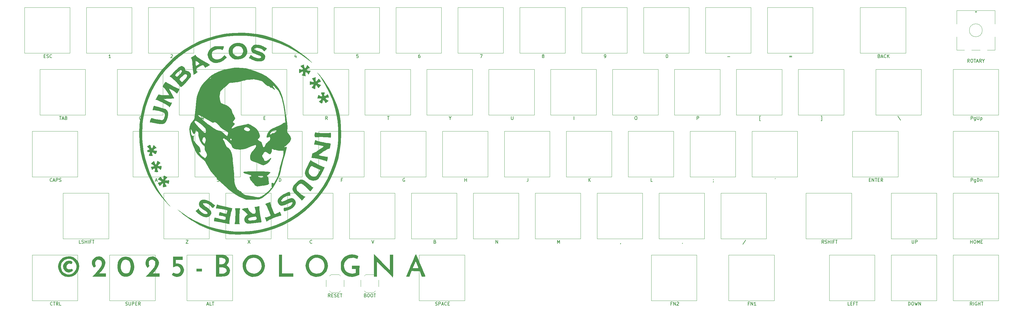
<source format=gbr>
%TF.GenerationSoftware,KiCad,Pcbnew,9.0.2*%
%TF.CreationDate,2025-06-21T23:14:43+02:00*%
%TF.ProjectId,MOD65,4d4f4436-352e-46b6-9963-61645f706362,2*%
%TF.SameCoordinates,Original*%
%TF.FileFunction,Legend,Top*%
%TF.FilePolarity,Positive*%
%FSLAX46Y46*%
G04 Gerber Fmt 4.6, Leading zero omitted, Abs format (unit mm)*
G04 Created by KiCad (PCBNEW 9.0.2) date 2025-06-21 23:14:43*
%MOMM*%
%LPD*%
G01*
G04 APERTURE LIST*
%ADD10C,0.150000*%
%ADD11C,0.000000*%
%ADD12C,0.120000*%
%ADD13C,0.050000*%
G04 APERTURE END LIST*
D10*
X321897618Y-47954819D02*
X321564285Y-47478628D01*
X321326190Y-47954819D02*
X321326190Y-46954819D01*
X321326190Y-46954819D02*
X321707142Y-46954819D01*
X321707142Y-46954819D02*
X321802380Y-47002438D01*
X321802380Y-47002438D02*
X321849999Y-47050057D01*
X321849999Y-47050057D02*
X321897618Y-47145295D01*
X321897618Y-47145295D02*
X321897618Y-47288152D01*
X321897618Y-47288152D02*
X321849999Y-47383390D01*
X321849999Y-47383390D02*
X321802380Y-47431009D01*
X321802380Y-47431009D02*
X321707142Y-47478628D01*
X321707142Y-47478628D02*
X321326190Y-47478628D01*
X322516666Y-46954819D02*
X322707142Y-46954819D01*
X322707142Y-46954819D02*
X322802380Y-47002438D01*
X322802380Y-47002438D02*
X322897618Y-47097676D01*
X322897618Y-47097676D02*
X322945237Y-47288152D01*
X322945237Y-47288152D02*
X322945237Y-47621485D01*
X322945237Y-47621485D02*
X322897618Y-47811961D01*
X322897618Y-47811961D02*
X322802380Y-47907200D01*
X322802380Y-47907200D02*
X322707142Y-47954819D01*
X322707142Y-47954819D02*
X322516666Y-47954819D01*
X322516666Y-47954819D02*
X322421428Y-47907200D01*
X322421428Y-47907200D02*
X322326190Y-47811961D01*
X322326190Y-47811961D02*
X322278571Y-47621485D01*
X322278571Y-47621485D02*
X322278571Y-47288152D01*
X322278571Y-47288152D02*
X322326190Y-47097676D01*
X322326190Y-47097676D02*
X322421428Y-47002438D01*
X322421428Y-47002438D02*
X322516666Y-46954819D01*
X323230952Y-46954819D02*
X323802380Y-46954819D01*
X323516666Y-47954819D02*
X323516666Y-46954819D01*
X324088095Y-47669104D02*
X324564285Y-47669104D01*
X323992857Y-47954819D02*
X324326190Y-46954819D01*
X324326190Y-46954819D02*
X324659523Y-47954819D01*
X325564285Y-47954819D02*
X325230952Y-47478628D01*
X324992857Y-47954819D02*
X324992857Y-46954819D01*
X324992857Y-46954819D02*
X325373809Y-46954819D01*
X325373809Y-46954819D02*
X325469047Y-47002438D01*
X325469047Y-47002438D02*
X325516666Y-47050057D01*
X325516666Y-47050057D02*
X325564285Y-47145295D01*
X325564285Y-47145295D02*
X325564285Y-47288152D01*
X325564285Y-47288152D02*
X325516666Y-47383390D01*
X325516666Y-47383390D02*
X325469047Y-47431009D01*
X325469047Y-47431009D02*
X325373809Y-47478628D01*
X325373809Y-47478628D02*
X324992857Y-47478628D01*
X326183333Y-47478628D02*
X326183333Y-47954819D01*
X325850000Y-46954819D02*
X326183333Y-47478628D01*
X326183333Y-47478628D02*
X326516666Y-46954819D01*
X125197618Y-120204819D02*
X124864285Y-119728628D01*
X124626190Y-120204819D02*
X124626190Y-119204819D01*
X124626190Y-119204819D02*
X125007142Y-119204819D01*
X125007142Y-119204819D02*
X125102380Y-119252438D01*
X125102380Y-119252438D02*
X125149999Y-119300057D01*
X125149999Y-119300057D02*
X125197618Y-119395295D01*
X125197618Y-119395295D02*
X125197618Y-119538152D01*
X125197618Y-119538152D02*
X125149999Y-119633390D01*
X125149999Y-119633390D02*
X125102380Y-119681009D01*
X125102380Y-119681009D02*
X125007142Y-119728628D01*
X125007142Y-119728628D02*
X124626190Y-119728628D01*
X125626190Y-119681009D02*
X125959523Y-119681009D01*
X126102380Y-120204819D02*
X125626190Y-120204819D01*
X125626190Y-120204819D02*
X125626190Y-119204819D01*
X125626190Y-119204819D02*
X126102380Y-119204819D01*
X126483333Y-120157200D02*
X126626190Y-120204819D01*
X126626190Y-120204819D02*
X126864285Y-120204819D01*
X126864285Y-120204819D02*
X126959523Y-120157200D01*
X126959523Y-120157200D02*
X127007142Y-120109580D01*
X127007142Y-120109580D02*
X127054761Y-120014342D01*
X127054761Y-120014342D02*
X127054761Y-119919104D01*
X127054761Y-119919104D02*
X127007142Y-119823866D01*
X127007142Y-119823866D02*
X126959523Y-119776247D01*
X126959523Y-119776247D02*
X126864285Y-119728628D01*
X126864285Y-119728628D02*
X126673809Y-119681009D01*
X126673809Y-119681009D02*
X126578571Y-119633390D01*
X126578571Y-119633390D02*
X126530952Y-119585771D01*
X126530952Y-119585771D02*
X126483333Y-119490533D01*
X126483333Y-119490533D02*
X126483333Y-119395295D01*
X126483333Y-119395295D02*
X126530952Y-119300057D01*
X126530952Y-119300057D02*
X126578571Y-119252438D01*
X126578571Y-119252438D02*
X126673809Y-119204819D01*
X126673809Y-119204819D02*
X126911904Y-119204819D01*
X126911904Y-119204819D02*
X127054761Y-119252438D01*
X127483333Y-119681009D02*
X127816666Y-119681009D01*
X127959523Y-120204819D02*
X127483333Y-120204819D01*
X127483333Y-120204819D02*
X127483333Y-119204819D01*
X127483333Y-119204819D02*
X127959523Y-119204819D01*
X128245238Y-119204819D02*
X128816666Y-119204819D01*
X128530952Y-120204819D02*
X128530952Y-119204819D01*
X135992857Y-119681009D02*
X136135714Y-119728628D01*
X136135714Y-119728628D02*
X136183333Y-119776247D01*
X136183333Y-119776247D02*
X136230952Y-119871485D01*
X136230952Y-119871485D02*
X136230952Y-120014342D01*
X136230952Y-120014342D02*
X136183333Y-120109580D01*
X136183333Y-120109580D02*
X136135714Y-120157200D01*
X136135714Y-120157200D02*
X136040476Y-120204819D01*
X136040476Y-120204819D02*
X135659524Y-120204819D01*
X135659524Y-120204819D02*
X135659524Y-119204819D01*
X135659524Y-119204819D02*
X135992857Y-119204819D01*
X135992857Y-119204819D02*
X136088095Y-119252438D01*
X136088095Y-119252438D02*
X136135714Y-119300057D01*
X136135714Y-119300057D02*
X136183333Y-119395295D01*
X136183333Y-119395295D02*
X136183333Y-119490533D01*
X136183333Y-119490533D02*
X136135714Y-119585771D01*
X136135714Y-119585771D02*
X136088095Y-119633390D01*
X136088095Y-119633390D02*
X135992857Y-119681009D01*
X135992857Y-119681009D02*
X135659524Y-119681009D01*
X136850000Y-119204819D02*
X137040476Y-119204819D01*
X137040476Y-119204819D02*
X137135714Y-119252438D01*
X137135714Y-119252438D02*
X137230952Y-119347676D01*
X137230952Y-119347676D02*
X137278571Y-119538152D01*
X137278571Y-119538152D02*
X137278571Y-119871485D01*
X137278571Y-119871485D02*
X137230952Y-120061961D01*
X137230952Y-120061961D02*
X137135714Y-120157200D01*
X137135714Y-120157200D02*
X137040476Y-120204819D01*
X137040476Y-120204819D02*
X136850000Y-120204819D01*
X136850000Y-120204819D02*
X136754762Y-120157200D01*
X136754762Y-120157200D02*
X136659524Y-120061961D01*
X136659524Y-120061961D02*
X136611905Y-119871485D01*
X136611905Y-119871485D02*
X136611905Y-119538152D01*
X136611905Y-119538152D02*
X136659524Y-119347676D01*
X136659524Y-119347676D02*
X136754762Y-119252438D01*
X136754762Y-119252438D02*
X136850000Y-119204819D01*
X137897619Y-119204819D02*
X138088095Y-119204819D01*
X138088095Y-119204819D02*
X138183333Y-119252438D01*
X138183333Y-119252438D02*
X138278571Y-119347676D01*
X138278571Y-119347676D02*
X138326190Y-119538152D01*
X138326190Y-119538152D02*
X138326190Y-119871485D01*
X138326190Y-119871485D02*
X138278571Y-120061961D01*
X138278571Y-120061961D02*
X138183333Y-120157200D01*
X138183333Y-120157200D02*
X138088095Y-120204819D01*
X138088095Y-120204819D02*
X137897619Y-120204819D01*
X137897619Y-120204819D02*
X137802381Y-120157200D01*
X137802381Y-120157200D02*
X137707143Y-120061961D01*
X137707143Y-120061961D02*
X137659524Y-119871485D01*
X137659524Y-119871485D02*
X137659524Y-119538152D01*
X137659524Y-119538152D02*
X137707143Y-119347676D01*
X137707143Y-119347676D02*
X137802381Y-119252438D01*
X137802381Y-119252438D02*
X137897619Y-119204819D01*
X138611905Y-119204819D02*
X139183333Y-119204819D01*
X138897619Y-120204819D02*
X138897619Y-119204819D01*
X204726461Y-84654819D02*
X204726461Y-83654819D01*
X205297889Y-84654819D02*
X204869318Y-84083390D01*
X205297889Y-83654819D02*
X204726461Y-84226247D01*
X253041937Y-102657200D02*
X252184795Y-103942914D01*
X62232711Y-122707200D02*
X62375568Y-122754819D01*
X62375568Y-122754819D02*
X62613663Y-122754819D01*
X62613663Y-122754819D02*
X62708901Y-122707200D01*
X62708901Y-122707200D02*
X62756520Y-122659580D01*
X62756520Y-122659580D02*
X62804139Y-122564342D01*
X62804139Y-122564342D02*
X62804139Y-122469104D01*
X62804139Y-122469104D02*
X62756520Y-122373866D01*
X62756520Y-122373866D02*
X62708901Y-122326247D01*
X62708901Y-122326247D02*
X62613663Y-122278628D01*
X62613663Y-122278628D02*
X62423187Y-122231009D01*
X62423187Y-122231009D02*
X62327949Y-122183390D01*
X62327949Y-122183390D02*
X62280330Y-122135771D01*
X62280330Y-122135771D02*
X62232711Y-122040533D01*
X62232711Y-122040533D02*
X62232711Y-121945295D01*
X62232711Y-121945295D02*
X62280330Y-121850057D01*
X62280330Y-121850057D02*
X62327949Y-121802438D01*
X62327949Y-121802438D02*
X62423187Y-121754819D01*
X62423187Y-121754819D02*
X62661282Y-121754819D01*
X62661282Y-121754819D02*
X62804139Y-121802438D01*
X63232711Y-121754819D02*
X63232711Y-122564342D01*
X63232711Y-122564342D02*
X63280330Y-122659580D01*
X63280330Y-122659580D02*
X63327949Y-122707200D01*
X63327949Y-122707200D02*
X63423187Y-122754819D01*
X63423187Y-122754819D02*
X63613663Y-122754819D01*
X63613663Y-122754819D02*
X63708901Y-122707200D01*
X63708901Y-122707200D02*
X63756520Y-122659580D01*
X63756520Y-122659580D02*
X63804139Y-122564342D01*
X63804139Y-122564342D02*
X63804139Y-121754819D01*
X64280330Y-122754819D02*
X64280330Y-121754819D01*
X64280330Y-121754819D02*
X64661282Y-121754819D01*
X64661282Y-121754819D02*
X64756520Y-121802438D01*
X64756520Y-121802438D02*
X64804139Y-121850057D01*
X64804139Y-121850057D02*
X64851758Y-121945295D01*
X64851758Y-121945295D02*
X64851758Y-122088152D01*
X64851758Y-122088152D02*
X64804139Y-122183390D01*
X64804139Y-122183390D02*
X64756520Y-122231009D01*
X64756520Y-122231009D02*
X64661282Y-122278628D01*
X64661282Y-122278628D02*
X64280330Y-122278628D01*
X65280330Y-122231009D02*
X65613663Y-122231009D01*
X65756520Y-122754819D02*
X65280330Y-122754819D01*
X65280330Y-122754819D02*
X65280330Y-121754819D01*
X65280330Y-121754819D02*
X65756520Y-121754819D01*
X66756520Y-122754819D02*
X66423187Y-122278628D01*
X66185092Y-122754819D02*
X66185092Y-121754819D01*
X66185092Y-121754819D02*
X66566044Y-121754819D01*
X66566044Y-121754819D02*
X66661282Y-121802438D01*
X66661282Y-121802438D02*
X66708901Y-121850057D01*
X66708901Y-121850057D02*
X66756520Y-121945295D01*
X66756520Y-121945295D02*
X66756520Y-122088152D01*
X66756520Y-122088152D02*
X66708901Y-122183390D01*
X66708901Y-122183390D02*
X66661282Y-122231009D01*
X66661282Y-122231009D02*
X66566044Y-122278628D01*
X66566044Y-122278628D02*
X66185092Y-122278628D01*
X180890152Y-64604819D02*
X180890152Y-65414342D01*
X180890152Y-65414342D02*
X180937771Y-65509580D01*
X180937771Y-65509580D02*
X180985390Y-65557200D01*
X180985390Y-65557200D02*
X181080628Y-65604819D01*
X181080628Y-65604819D02*
X181271104Y-65604819D01*
X181271104Y-65604819D02*
X181366342Y-65557200D01*
X181366342Y-65557200D02*
X181413961Y-65509580D01*
X181413961Y-65509580D02*
X181461580Y-65414342D01*
X181461580Y-65414342D02*
X181461580Y-64604819D01*
X254137473Y-122231009D02*
X253804140Y-122231009D01*
X253804140Y-122754819D02*
X253804140Y-121754819D01*
X253804140Y-121754819D02*
X254280330Y-121754819D01*
X254661283Y-122754819D02*
X254661283Y-121754819D01*
X254661283Y-121754819D02*
X255232711Y-122754819D01*
X255232711Y-122754819D02*
X255232711Y-121754819D01*
X256232711Y-122754819D02*
X255661283Y-122754819D01*
X255946997Y-122754819D02*
X255946997Y-121754819D01*
X255946997Y-121754819D02*
X255851759Y-121897676D01*
X255851759Y-121897676D02*
X255756521Y-121992914D01*
X255756521Y-121992914D02*
X255661283Y-122040533D01*
X166602652Y-84654819D02*
X166602652Y-83654819D01*
X166602652Y-84131009D02*
X167174080Y-84131009D01*
X167174080Y-84654819D02*
X167174080Y-83654819D01*
X322384199Y-84654819D02*
X322384199Y-83654819D01*
X322384199Y-83654819D02*
X322765151Y-83654819D01*
X322765151Y-83654819D02*
X322860389Y-83702438D01*
X322860389Y-83702438D02*
X322908008Y-83750057D01*
X322908008Y-83750057D02*
X322955627Y-83845295D01*
X322955627Y-83845295D02*
X322955627Y-83988152D01*
X322955627Y-83988152D02*
X322908008Y-84083390D01*
X322908008Y-84083390D02*
X322860389Y-84131009D01*
X322860389Y-84131009D02*
X322765151Y-84178628D01*
X322765151Y-84178628D02*
X322384199Y-84178628D01*
X323812770Y-83988152D02*
X323812770Y-84797676D01*
X323812770Y-84797676D02*
X323765151Y-84892914D01*
X323765151Y-84892914D02*
X323717532Y-84940533D01*
X323717532Y-84940533D02*
X323622294Y-84988152D01*
X323622294Y-84988152D02*
X323479437Y-84988152D01*
X323479437Y-84988152D02*
X323384199Y-84940533D01*
X323812770Y-84607200D02*
X323717532Y-84654819D01*
X323717532Y-84654819D02*
X323527056Y-84654819D01*
X323527056Y-84654819D02*
X323431818Y-84607200D01*
X323431818Y-84607200D02*
X323384199Y-84559580D01*
X323384199Y-84559580D02*
X323336580Y-84464342D01*
X323336580Y-84464342D02*
X323336580Y-84178628D01*
X323336580Y-84178628D02*
X323384199Y-84083390D01*
X323384199Y-84083390D02*
X323431818Y-84035771D01*
X323431818Y-84035771D02*
X323527056Y-83988152D01*
X323527056Y-83988152D02*
X323717532Y-83988152D01*
X323717532Y-83988152D02*
X323812770Y-84035771D01*
X324288961Y-84654819D02*
X324288961Y-83654819D01*
X324288961Y-83654819D02*
X324527056Y-83654819D01*
X324527056Y-83654819D02*
X324669913Y-83702438D01*
X324669913Y-83702438D02*
X324765151Y-83797676D01*
X324765151Y-83797676D02*
X324812770Y-83892914D01*
X324812770Y-83892914D02*
X324860389Y-84083390D01*
X324860389Y-84083390D02*
X324860389Y-84226247D01*
X324860389Y-84226247D02*
X324812770Y-84416723D01*
X324812770Y-84416723D02*
X324765151Y-84511961D01*
X324765151Y-84511961D02*
X324669913Y-84607200D01*
X324669913Y-84607200D02*
X324527056Y-84654819D01*
X324527056Y-84654819D02*
X324288961Y-84654819D01*
X325288961Y-83988152D02*
X325288961Y-84654819D01*
X325288961Y-84083390D02*
X325336580Y-84035771D01*
X325336580Y-84035771D02*
X325431818Y-83988152D01*
X325431818Y-83988152D02*
X325574675Y-83988152D01*
X325574675Y-83988152D02*
X325669913Y-84035771D01*
X325669913Y-84035771D02*
X325717532Y-84131009D01*
X325717532Y-84131009D02*
X325717532Y-84654819D01*
X133788961Y-45554819D02*
X133312771Y-45554819D01*
X133312771Y-45554819D02*
X133265152Y-46031009D01*
X133265152Y-46031009D02*
X133312771Y-45983390D01*
X133312771Y-45983390D02*
X133408009Y-45935771D01*
X133408009Y-45935771D02*
X133646104Y-45935771D01*
X133646104Y-45935771D02*
X133741342Y-45983390D01*
X133741342Y-45983390D02*
X133788961Y-46031009D01*
X133788961Y-46031009D02*
X133836580Y-46126247D01*
X133836580Y-46126247D02*
X133836580Y-46364342D01*
X133836580Y-46364342D02*
X133788961Y-46459580D01*
X133788961Y-46459580D02*
X133741342Y-46507200D01*
X133741342Y-46507200D02*
X133646104Y-46554819D01*
X133646104Y-46554819D02*
X133408009Y-46554819D01*
X133408009Y-46554819D02*
X133312771Y-46507200D01*
X133312771Y-46507200D02*
X133265152Y-46459580D01*
X41849080Y-64604819D02*
X42420508Y-64604819D01*
X42134794Y-65604819D02*
X42134794Y-64604819D01*
X42706223Y-65319104D02*
X43182413Y-65319104D01*
X42610985Y-65604819D02*
X42944318Y-64604819D01*
X42944318Y-64604819D02*
X43277651Y-65604819D01*
X43944318Y-65081009D02*
X44087175Y-65128628D01*
X44087175Y-65128628D02*
X44134794Y-65176247D01*
X44134794Y-65176247D02*
X44182413Y-65271485D01*
X44182413Y-65271485D02*
X44182413Y-65414342D01*
X44182413Y-65414342D02*
X44134794Y-65509580D01*
X44134794Y-65509580D02*
X44087175Y-65557200D01*
X44087175Y-65557200D02*
X43991937Y-65604819D01*
X43991937Y-65604819D02*
X43610985Y-65604819D01*
X43610985Y-65604819D02*
X43610985Y-64604819D01*
X43610985Y-64604819D02*
X43944318Y-64604819D01*
X43944318Y-64604819D02*
X44039556Y-64652438D01*
X44039556Y-64652438D02*
X44087175Y-64700057D01*
X44087175Y-64700057D02*
X44134794Y-64795295D01*
X44134794Y-64795295D02*
X44134794Y-64890533D01*
X44134794Y-64890533D02*
X44087175Y-64985771D01*
X44087175Y-64985771D02*
X44039556Y-65033390D01*
X44039556Y-65033390D02*
X43944318Y-65081009D01*
X43944318Y-65081009D02*
X43610985Y-65081009D01*
X190605628Y-45983390D02*
X190510390Y-45935771D01*
X190510390Y-45935771D02*
X190462771Y-45888152D01*
X190462771Y-45888152D02*
X190415152Y-45792914D01*
X190415152Y-45792914D02*
X190415152Y-45745295D01*
X190415152Y-45745295D02*
X190462771Y-45650057D01*
X190462771Y-45650057D02*
X190510390Y-45602438D01*
X190510390Y-45602438D02*
X190605628Y-45554819D01*
X190605628Y-45554819D02*
X190796104Y-45554819D01*
X190796104Y-45554819D02*
X190891342Y-45602438D01*
X190891342Y-45602438D02*
X190938961Y-45650057D01*
X190938961Y-45650057D02*
X190986580Y-45745295D01*
X190986580Y-45745295D02*
X190986580Y-45792914D01*
X190986580Y-45792914D02*
X190938961Y-45888152D01*
X190938961Y-45888152D02*
X190891342Y-45935771D01*
X190891342Y-45935771D02*
X190796104Y-45983390D01*
X190796104Y-45983390D02*
X190605628Y-45983390D01*
X190605628Y-45983390D02*
X190510390Y-46031009D01*
X190510390Y-46031009D02*
X190462771Y-46078628D01*
X190462771Y-46078628D02*
X190415152Y-46173866D01*
X190415152Y-46173866D02*
X190415152Y-46364342D01*
X190415152Y-46364342D02*
X190462771Y-46459580D01*
X190462771Y-46459580D02*
X190510390Y-46507200D01*
X190510390Y-46507200D02*
X190605628Y-46554819D01*
X190605628Y-46554819D02*
X190796104Y-46554819D01*
X190796104Y-46554819D02*
X190891342Y-46507200D01*
X190891342Y-46507200D02*
X190938961Y-46459580D01*
X190938961Y-46459580D02*
X190986580Y-46364342D01*
X190986580Y-46364342D02*
X190986580Y-46173866D01*
X190986580Y-46173866D02*
X190938961Y-46078628D01*
X190938961Y-46078628D02*
X190891342Y-46031009D01*
X190891342Y-46031009D02*
X190796104Y-45983390D01*
X137980033Y-102704819D02*
X138313366Y-103704819D01*
X138313366Y-103704819D02*
X138646699Y-102704819D01*
X148100270Y-83702438D02*
X148005032Y-83654819D01*
X148005032Y-83654819D02*
X147862175Y-83654819D01*
X147862175Y-83654819D02*
X147719318Y-83702438D01*
X147719318Y-83702438D02*
X147624080Y-83797676D01*
X147624080Y-83797676D02*
X147576461Y-83892914D01*
X147576461Y-83892914D02*
X147528842Y-84083390D01*
X147528842Y-84083390D02*
X147528842Y-84226247D01*
X147528842Y-84226247D02*
X147576461Y-84416723D01*
X147576461Y-84416723D02*
X147624080Y-84511961D01*
X147624080Y-84511961D02*
X147719318Y-84607200D01*
X147719318Y-84607200D02*
X147862175Y-84654819D01*
X147862175Y-84654819D02*
X147957413Y-84654819D01*
X147957413Y-84654819D02*
X148100270Y-84607200D01*
X148100270Y-84607200D02*
X148147889Y-84559580D01*
X148147889Y-84559580D02*
X148147889Y-84226247D01*
X148147889Y-84226247D02*
X147957413Y-84226247D01*
X233563366Y-103609580D02*
X233610985Y-103657200D01*
X233610985Y-103657200D02*
X233563366Y-103704819D01*
X233563366Y-103704819D02*
X233515747Y-103657200D01*
X233515747Y-103657200D02*
X233563366Y-103609580D01*
X233563366Y-103609580D02*
X233563366Y-103704819D01*
X119572889Y-103609580D02*
X119525270Y-103657200D01*
X119525270Y-103657200D02*
X119382413Y-103704819D01*
X119382413Y-103704819D02*
X119287175Y-103704819D01*
X119287175Y-103704819D02*
X119144318Y-103657200D01*
X119144318Y-103657200D02*
X119049080Y-103561961D01*
X119049080Y-103561961D02*
X119001461Y-103466723D01*
X119001461Y-103466723D02*
X118953842Y-103276247D01*
X118953842Y-103276247D02*
X118953842Y-103133390D01*
X118953842Y-103133390D02*
X119001461Y-102942914D01*
X119001461Y-102942914D02*
X119049080Y-102847676D01*
X119049080Y-102847676D02*
X119144318Y-102752438D01*
X119144318Y-102752438D02*
X119287175Y-102704819D01*
X119287175Y-102704819D02*
X119382413Y-102704819D01*
X119382413Y-102704819D02*
X119525270Y-102752438D01*
X119525270Y-102752438D02*
X119572889Y-102800057D01*
X162125866Y-65128628D02*
X162125866Y-65604819D01*
X161792533Y-64604819D02*
X162125866Y-65128628D01*
X162125866Y-65128628D02*
X162459199Y-64604819D01*
X219180628Y-64604819D02*
X219371104Y-64604819D01*
X219371104Y-64604819D02*
X219466342Y-64652438D01*
X219466342Y-64652438D02*
X219561580Y-64747676D01*
X219561580Y-64747676D02*
X219609199Y-64938152D01*
X219609199Y-64938152D02*
X219609199Y-65271485D01*
X219609199Y-65271485D02*
X219561580Y-65461961D01*
X219561580Y-65461961D02*
X219466342Y-65557200D01*
X219466342Y-65557200D02*
X219371104Y-65604819D01*
X219371104Y-65604819D02*
X219180628Y-65604819D01*
X219180628Y-65604819D02*
X219085390Y-65557200D01*
X219085390Y-65557200D02*
X218990152Y-65461961D01*
X218990152Y-65461961D02*
X218942533Y-65271485D01*
X218942533Y-65271485D02*
X218942533Y-64938152D01*
X218942533Y-64938152D02*
X218990152Y-64747676D01*
X218990152Y-64747676D02*
X219085390Y-64652438D01*
X219085390Y-64652438D02*
X219180628Y-64604819D01*
X262185985Y-83654819D02*
X262090747Y-83845295D01*
X76115152Y-45650057D02*
X76162771Y-45602438D01*
X76162771Y-45602438D02*
X76258009Y-45554819D01*
X76258009Y-45554819D02*
X76496104Y-45554819D01*
X76496104Y-45554819D02*
X76591342Y-45602438D01*
X76591342Y-45602438D02*
X76638961Y-45650057D01*
X76638961Y-45650057D02*
X76686580Y-45745295D01*
X76686580Y-45745295D02*
X76686580Y-45840533D01*
X76686580Y-45840533D02*
X76638961Y-45983390D01*
X76638961Y-45983390D02*
X76067533Y-46554819D01*
X76067533Y-46554819D02*
X76686580Y-46554819D01*
X71400271Y-84369104D02*
X71876461Y-84369104D01*
X71305033Y-84654819D02*
X71638366Y-83654819D01*
X71638366Y-83654819D02*
X71971699Y-84654819D01*
X276235390Y-65938152D02*
X276473485Y-65938152D01*
X276473485Y-65938152D02*
X276473485Y-64509580D01*
X276473485Y-64509580D02*
X276235390Y-64509580D01*
X157577949Y-122707200D02*
X157720806Y-122754819D01*
X157720806Y-122754819D02*
X157958901Y-122754819D01*
X157958901Y-122754819D02*
X158054139Y-122707200D01*
X158054139Y-122707200D02*
X158101758Y-122659580D01*
X158101758Y-122659580D02*
X158149377Y-122564342D01*
X158149377Y-122564342D02*
X158149377Y-122469104D01*
X158149377Y-122469104D02*
X158101758Y-122373866D01*
X158101758Y-122373866D02*
X158054139Y-122326247D01*
X158054139Y-122326247D02*
X157958901Y-122278628D01*
X157958901Y-122278628D02*
X157768425Y-122231009D01*
X157768425Y-122231009D02*
X157673187Y-122183390D01*
X157673187Y-122183390D02*
X157625568Y-122135771D01*
X157625568Y-122135771D02*
X157577949Y-122040533D01*
X157577949Y-122040533D02*
X157577949Y-121945295D01*
X157577949Y-121945295D02*
X157625568Y-121850057D01*
X157625568Y-121850057D02*
X157673187Y-121802438D01*
X157673187Y-121802438D02*
X157768425Y-121754819D01*
X157768425Y-121754819D02*
X158006520Y-121754819D01*
X158006520Y-121754819D02*
X158149377Y-121802438D01*
X158577949Y-122754819D02*
X158577949Y-121754819D01*
X158577949Y-121754819D02*
X158958901Y-121754819D01*
X158958901Y-121754819D02*
X159054139Y-121802438D01*
X159054139Y-121802438D02*
X159101758Y-121850057D01*
X159101758Y-121850057D02*
X159149377Y-121945295D01*
X159149377Y-121945295D02*
X159149377Y-122088152D01*
X159149377Y-122088152D02*
X159101758Y-122183390D01*
X159101758Y-122183390D02*
X159054139Y-122231009D01*
X159054139Y-122231009D02*
X158958901Y-122278628D01*
X158958901Y-122278628D02*
X158577949Y-122278628D01*
X159530330Y-122469104D02*
X160006520Y-122469104D01*
X159435092Y-122754819D02*
X159768425Y-121754819D01*
X159768425Y-121754819D02*
X160101758Y-122754819D01*
X161006520Y-122659580D02*
X160958901Y-122707200D01*
X160958901Y-122707200D02*
X160816044Y-122754819D01*
X160816044Y-122754819D02*
X160720806Y-122754819D01*
X160720806Y-122754819D02*
X160577949Y-122707200D01*
X160577949Y-122707200D02*
X160482711Y-122611961D01*
X160482711Y-122611961D02*
X160435092Y-122516723D01*
X160435092Y-122516723D02*
X160387473Y-122326247D01*
X160387473Y-122326247D02*
X160387473Y-122183390D01*
X160387473Y-122183390D02*
X160435092Y-121992914D01*
X160435092Y-121992914D02*
X160482711Y-121897676D01*
X160482711Y-121897676D02*
X160577949Y-121802438D01*
X160577949Y-121802438D02*
X160720806Y-121754819D01*
X160720806Y-121754819D02*
X160816044Y-121754819D01*
X160816044Y-121754819D02*
X160958901Y-121802438D01*
X160958901Y-121802438D02*
X161006520Y-121850057D01*
X161435092Y-122231009D02*
X161768425Y-122231009D01*
X161911282Y-122754819D02*
X161435092Y-122754819D01*
X161435092Y-122754819D02*
X161435092Y-121754819D01*
X161435092Y-121754819D02*
X161911282Y-121754819D01*
X57636580Y-46554819D02*
X57065152Y-46554819D01*
X57350866Y-46554819D02*
X57350866Y-45554819D01*
X57350866Y-45554819D02*
X57255628Y-45697676D01*
X57255628Y-45697676D02*
X57160390Y-45792914D01*
X57160390Y-45792914D02*
X57065152Y-45840533D01*
X209560390Y-46554819D02*
X209750866Y-46554819D01*
X209750866Y-46554819D02*
X209846104Y-46507200D01*
X209846104Y-46507200D02*
X209893723Y-46459580D01*
X209893723Y-46459580D02*
X209988961Y-46316723D01*
X209988961Y-46316723D02*
X210036580Y-46126247D01*
X210036580Y-46126247D02*
X210036580Y-45745295D01*
X210036580Y-45745295D02*
X209988961Y-45650057D01*
X209988961Y-45650057D02*
X209941342Y-45602438D01*
X209941342Y-45602438D02*
X209846104Y-45554819D01*
X209846104Y-45554819D02*
X209655628Y-45554819D01*
X209655628Y-45554819D02*
X209560390Y-45602438D01*
X209560390Y-45602438D02*
X209512771Y-45650057D01*
X209512771Y-45650057D02*
X209465152Y-45745295D01*
X209465152Y-45745295D02*
X209465152Y-45983390D01*
X209465152Y-45983390D02*
X209512771Y-46078628D01*
X209512771Y-46078628D02*
X209560390Y-46126247D01*
X209560390Y-46126247D02*
X209655628Y-46173866D01*
X209655628Y-46173866D02*
X209846104Y-46173866D01*
X209846104Y-46173866D02*
X209941342Y-46126247D01*
X209941342Y-46126247D02*
X209988961Y-46078628D01*
X209988961Y-46078628D02*
X210036580Y-45983390D01*
X80830033Y-102704819D02*
X81496699Y-102704819D01*
X81496699Y-102704819D02*
X80830033Y-103704819D01*
X80830033Y-103704819D02*
X81496699Y-103704819D01*
X39586877Y-84559580D02*
X39539258Y-84607200D01*
X39539258Y-84607200D02*
X39396401Y-84654819D01*
X39396401Y-84654819D02*
X39301163Y-84654819D01*
X39301163Y-84654819D02*
X39158306Y-84607200D01*
X39158306Y-84607200D02*
X39063068Y-84511961D01*
X39063068Y-84511961D02*
X39015449Y-84416723D01*
X39015449Y-84416723D02*
X38967830Y-84226247D01*
X38967830Y-84226247D02*
X38967830Y-84083390D01*
X38967830Y-84083390D02*
X39015449Y-83892914D01*
X39015449Y-83892914D02*
X39063068Y-83797676D01*
X39063068Y-83797676D02*
X39158306Y-83702438D01*
X39158306Y-83702438D02*
X39301163Y-83654819D01*
X39301163Y-83654819D02*
X39396401Y-83654819D01*
X39396401Y-83654819D02*
X39539258Y-83702438D01*
X39539258Y-83702438D02*
X39586877Y-83750057D01*
X39967830Y-84369104D02*
X40444020Y-84369104D01*
X39872592Y-84654819D02*
X40205925Y-83654819D01*
X40205925Y-83654819D02*
X40539258Y-84654819D01*
X40872592Y-84654819D02*
X40872592Y-83654819D01*
X40872592Y-83654819D02*
X41253544Y-83654819D01*
X41253544Y-83654819D02*
X41348782Y-83702438D01*
X41348782Y-83702438D02*
X41396401Y-83750057D01*
X41396401Y-83750057D02*
X41444020Y-83845295D01*
X41444020Y-83845295D02*
X41444020Y-83988152D01*
X41444020Y-83988152D02*
X41396401Y-84083390D01*
X41396401Y-84083390D02*
X41348782Y-84131009D01*
X41348782Y-84131009D02*
X41253544Y-84178628D01*
X41253544Y-84178628D02*
X40872592Y-84178628D01*
X41824973Y-84607200D02*
X41967830Y-84654819D01*
X41967830Y-84654819D02*
X42205925Y-84654819D01*
X42205925Y-84654819D02*
X42301163Y-84607200D01*
X42301163Y-84607200D02*
X42348782Y-84559580D01*
X42348782Y-84559580D02*
X42396401Y-84464342D01*
X42396401Y-84464342D02*
X42396401Y-84369104D01*
X42396401Y-84369104D02*
X42348782Y-84273866D01*
X42348782Y-84273866D02*
X42301163Y-84226247D01*
X42301163Y-84226247D02*
X42205925Y-84178628D01*
X42205925Y-84178628D02*
X42015449Y-84131009D01*
X42015449Y-84131009D02*
X41920211Y-84083390D01*
X41920211Y-84083390D02*
X41872592Y-84035771D01*
X41872592Y-84035771D02*
X41824973Y-83940533D01*
X41824973Y-83940533D02*
X41824973Y-83845295D01*
X41824973Y-83845295D02*
X41872592Y-83750057D01*
X41872592Y-83750057D02*
X41920211Y-83702438D01*
X41920211Y-83702438D02*
X42015449Y-83654819D01*
X42015449Y-83654819D02*
X42253544Y-83654819D01*
X42253544Y-83654819D02*
X42396401Y-83702438D01*
X294118723Y-46031009D02*
X294261580Y-46078628D01*
X294261580Y-46078628D02*
X294309199Y-46126247D01*
X294309199Y-46126247D02*
X294356818Y-46221485D01*
X294356818Y-46221485D02*
X294356818Y-46364342D01*
X294356818Y-46364342D02*
X294309199Y-46459580D01*
X294309199Y-46459580D02*
X294261580Y-46507200D01*
X294261580Y-46507200D02*
X294166342Y-46554819D01*
X294166342Y-46554819D02*
X293785390Y-46554819D01*
X293785390Y-46554819D02*
X293785390Y-45554819D01*
X293785390Y-45554819D02*
X294118723Y-45554819D01*
X294118723Y-45554819D02*
X294213961Y-45602438D01*
X294213961Y-45602438D02*
X294261580Y-45650057D01*
X294261580Y-45650057D02*
X294309199Y-45745295D01*
X294309199Y-45745295D02*
X294309199Y-45840533D01*
X294309199Y-45840533D02*
X294261580Y-45935771D01*
X294261580Y-45935771D02*
X294213961Y-45983390D01*
X294213961Y-45983390D02*
X294118723Y-46031009D01*
X294118723Y-46031009D02*
X293785390Y-46031009D01*
X294737771Y-46269104D02*
X295213961Y-46269104D01*
X294642533Y-46554819D02*
X294975866Y-45554819D01*
X294975866Y-45554819D02*
X295309199Y-46554819D01*
X296213961Y-46459580D02*
X296166342Y-46507200D01*
X296166342Y-46507200D02*
X296023485Y-46554819D01*
X296023485Y-46554819D02*
X295928247Y-46554819D01*
X295928247Y-46554819D02*
X295785390Y-46507200D01*
X295785390Y-46507200D02*
X295690152Y-46411961D01*
X295690152Y-46411961D02*
X295642533Y-46316723D01*
X295642533Y-46316723D02*
X295594914Y-46126247D01*
X295594914Y-46126247D02*
X295594914Y-45983390D01*
X295594914Y-45983390D02*
X295642533Y-45792914D01*
X295642533Y-45792914D02*
X295690152Y-45697676D01*
X295690152Y-45697676D02*
X295785390Y-45602438D01*
X295785390Y-45602438D02*
X295928247Y-45554819D01*
X295928247Y-45554819D02*
X296023485Y-45554819D01*
X296023485Y-45554819D02*
X296166342Y-45602438D01*
X296166342Y-45602438D02*
X296213961Y-45650057D01*
X296642533Y-46554819D02*
X296642533Y-45554819D01*
X297213961Y-46554819D02*
X296785390Y-45983390D01*
X297213961Y-45554819D02*
X296642533Y-46126247D01*
X266519914Y-46031009D02*
X267281819Y-46031009D01*
X267281819Y-46316723D02*
X266519914Y-46316723D01*
X90402652Y-84607200D02*
X90545509Y-84654819D01*
X90545509Y-84654819D02*
X90783604Y-84654819D01*
X90783604Y-84654819D02*
X90878842Y-84607200D01*
X90878842Y-84607200D02*
X90926461Y-84559580D01*
X90926461Y-84559580D02*
X90974080Y-84464342D01*
X90974080Y-84464342D02*
X90974080Y-84369104D01*
X90974080Y-84369104D02*
X90926461Y-84273866D01*
X90926461Y-84273866D02*
X90878842Y-84226247D01*
X90878842Y-84226247D02*
X90783604Y-84178628D01*
X90783604Y-84178628D02*
X90593128Y-84131009D01*
X90593128Y-84131009D02*
X90497890Y-84083390D01*
X90497890Y-84083390D02*
X90450271Y-84035771D01*
X90450271Y-84035771D02*
X90402652Y-83940533D01*
X90402652Y-83940533D02*
X90402652Y-83845295D01*
X90402652Y-83845295D02*
X90450271Y-83750057D01*
X90450271Y-83750057D02*
X90497890Y-83702438D01*
X90497890Y-83702438D02*
X90593128Y-83654819D01*
X90593128Y-83654819D02*
X90831223Y-83654819D01*
X90831223Y-83654819D02*
X90974080Y-83702438D01*
X37110390Y-46031009D02*
X37443723Y-46031009D01*
X37586580Y-46554819D02*
X37110390Y-46554819D01*
X37110390Y-46554819D02*
X37110390Y-45554819D01*
X37110390Y-45554819D02*
X37586580Y-45554819D01*
X37967533Y-46507200D02*
X38110390Y-46554819D01*
X38110390Y-46554819D02*
X38348485Y-46554819D01*
X38348485Y-46554819D02*
X38443723Y-46507200D01*
X38443723Y-46507200D02*
X38491342Y-46459580D01*
X38491342Y-46459580D02*
X38538961Y-46364342D01*
X38538961Y-46364342D02*
X38538961Y-46269104D01*
X38538961Y-46269104D02*
X38491342Y-46173866D01*
X38491342Y-46173866D02*
X38443723Y-46126247D01*
X38443723Y-46126247D02*
X38348485Y-46078628D01*
X38348485Y-46078628D02*
X38158009Y-46031009D01*
X38158009Y-46031009D02*
X38062771Y-45983390D01*
X38062771Y-45983390D02*
X38015152Y-45935771D01*
X38015152Y-45935771D02*
X37967533Y-45840533D01*
X37967533Y-45840533D02*
X37967533Y-45745295D01*
X37967533Y-45745295D02*
X38015152Y-45650057D01*
X38015152Y-45650057D02*
X38062771Y-45602438D01*
X38062771Y-45602438D02*
X38158009Y-45554819D01*
X38158009Y-45554819D02*
X38396104Y-45554819D01*
X38396104Y-45554819D02*
X38538961Y-45602438D01*
X39538961Y-46459580D02*
X39491342Y-46507200D01*
X39491342Y-46507200D02*
X39348485Y-46554819D01*
X39348485Y-46554819D02*
X39253247Y-46554819D01*
X39253247Y-46554819D02*
X39110390Y-46507200D01*
X39110390Y-46507200D02*
X39015152Y-46411961D01*
X39015152Y-46411961D02*
X38967533Y-46316723D01*
X38967533Y-46316723D02*
X38919914Y-46126247D01*
X38919914Y-46126247D02*
X38919914Y-45983390D01*
X38919914Y-45983390D02*
X38967533Y-45792914D01*
X38967533Y-45792914D02*
X39015152Y-45697676D01*
X39015152Y-45697676D02*
X39110390Y-45602438D01*
X39110390Y-45602438D02*
X39253247Y-45554819D01*
X39253247Y-45554819D02*
X39348485Y-45554819D01*
X39348485Y-45554819D02*
X39491342Y-45602438D01*
X39491342Y-45602438D02*
X39538961Y-45650057D01*
X299809794Y-64509580D02*
X300666937Y-65795295D01*
X228753247Y-45554819D02*
X228848485Y-45554819D01*
X228848485Y-45554819D02*
X228943723Y-45602438D01*
X228943723Y-45602438D02*
X228991342Y-45650057D01*
X228991342Y-45650057D02*
X229038961Y-45745295D01*
X229038961Y-45745295D02*
X229086580Y-45935771D01*
X229086580Y-45935771D02*
X229086580Y-46173866D01*
X229086580Y-46173866D02*
X229038961Y-46364342D01*
X229038961Y-46364342D02*
X228991342Y-46459580D01*
X228991342Y-46459580D02*
X228943723Y-46507200D01*
X228943723Y-46507200D02*
X228848485Y-46554819D01*
X228848485Y-46554819D02*
X228753247Y-46554819D01*
X228753247Y-46554819D02*
X228658009Y-46507200D01*
X228658009Y-46507200D02*
X228610390Y-46459580D01*
X228610390Y-46459580D02*
X228562771Y-46364342D01*
X228562771Y-46364342D02*
X228515152Y-46173866D01*
X228515152Y-46173866D02*
X228515152Y-45935771D01*
X228515152Y-45935771D02*
X228562771Y-45745295D01*
X228562771Y-45745295D02*
X228610390Y-45650057D01*
X228610390Y-45650057D02*
X228658009Y-45602438D01*
X228658009Y-45602438D02*
X228753247Y-45554819D01*
X87283306Y-122469104D02*
X87759496Y-122469104D01*
X87188068Y-122754819D02*
X87521401Y-121754819D01*
X87521401Y-121754819D02*
X87854734Y-122754819D01*
X88664258Y-122754819D02*
X88188068Y-122754819D01*
X88188068Y-122754819D02*
X88188068Y-121754819D01*
X88854735Y-121754819D02*
X89426163Y-121754819D01*
X89140449Y-122754819D02*
X89140449Y-121754819D01*
X322217533Y-103704819D02*
X322217533Y-102704819D01*
X322217533Y-103181009D02*
X322788961Y-103181009D01*
X322788961Y-103704819D02*
X322788961Y-102704819D01*
X323455628Y-102704819D02*
X323646104Y-102704819D01*
X323646104Y-102704819D02*
X323741342Y-102752438D01*
X323741342Y-102752438D02*
X323836580Y-102847676D01*
X323836580Y-102847676D02*
X323884199Y-103038152D01*
X323884199Y-103038152D02*
X323884199Y-103371485D01*
X323884199Y-103371485D02*
X323836580Y-103561961D01*
X323836580Y-103561961D02*
X323741342Y-103657200D01*
X323741342Y-103657200D02*
X323646104Y-103704819D01*
X323646104Y-103704819D02*
X323455628Y-103704819D01*
X323455628Y-103704819D02*
X323360390Y-103657200D01*
X323360390Y-103657200D02*
X323265152Y-103561961D01*
X323265152Y-103561961D02*
X323217533Y-103371485D01*
X323217533Y-103371485D02*
X323217533Y-103038152D01*
X323217533Y-103038152D02*
X323265152Y-102847676D01*
X323265152Y-102847676D02*
X323360390Y-102752438D01*
X323360390Y-102752438D02*
X323455628Y-102704819D01*
X324312771Y-103704819D02*
X324312771Y-102704819D01*
X324312771Y-102704819D02*
X324646104Y-103419104D01*
X324646104Y-103419104D02*
X324979437Y-102704819D01*
X324979437Y-102704819D02*
X324979437Y-103704819D01*
X325455628Y-103181009D02*
X325788961Y-103181009D01*
X325931818Y-103704819D02*
X325455628Y-103704819D01*
X325455628Y-103704819D02*
X325455628Y-102704819D01*
X325455628Y-102704819D02*
X325931818Y-102704819D01*
X284998484Y-122754819D02*
X284522294Y-122754819D01*
X284522294Y-122754819D02*
X284522294Y-121754819D01*
X285331818Y-122231009D02*
X285665151Y-122231009D01*
X285808008Y-122754819D02*
X285331818Y-122754819D01*
X285331818Y-122754819D02*
X285331818Y-121754819D01*
X285331818Y-121754819D02*
X285808008Y-121754819D01*
X286569913Y-122231009D02*
X286236580Y-122231009D01*
X286236580Y-122754819D02*
X286236580Y-121754819D01*
X286236580Y-121754819D02*
X286712770Y-121754819D01*
X286950866Y-121754819D02*
X287522294Y-121754819D01*
X287236580Y-122754819D02*
X287236580Y-121754819D01*
X214560985Y-103657200D02*
X214560985Y-103704819D01*
X214560985Y-103704819D02*
X214513366Y-103800057D01*
X214513366Y-103800057D02*
X214465747Y-103847676D01*
X322717532Y-122754819D02*
X322384199Y-122278628D01*
X322146104Y-122754819D02*
X322146104Y-121754819D01*
X322146104Y-121754819D02*
X322527056Y-121754819D01*
X322527056Y-121754819D02*
X322622294Y-121802438D01*
X322622294Y-121802438D02*
X322669913Y-121850057D01*
X322669913Y-121850057D02*
X322717532Y-121945295D01*
X322717532Y-121945295D02*
X322717532Y-122088152D01*
X322717532Y-122088152D02*
X322669913Y-122183390D01*
X322669913Y-122183390D02*
X322622294Y-122231009D01*
X322622294Y-122231009D02*
X322527056Y-122278628D01*
X322527056Y-122278628D02*
X322146104Y-122278628D01*
X323146104Y-122754819D02*
X323146104Y-121754819D01*
X324146103Y-121802438D02*
X324050865Y-121754819D01*
X324050865Y-121754819D02*
X323908008Y-121754819D01*
X323908008Y-121754819D02*
X323765151Y-121802438D01*
X323765151Y-121802438D02*
X323669913Y-121897676D01*
X323669913Y-121897676D02*
X323622294Y-121992914D01*
X323622294Y-121992914D02*
X323574675Y-122183390D01*
X323574675Y-122183390D02*
X323574675Y-122326247D01*
X323574675Y-122326247D02*
X323622294Y-122516723D01*
X323622294Y-122516723D02*
X323669913Y-122611961D01*
X323669913Y-122611961D02*
X323765151Y-122707200D01*
X323765151Y-122707200D02*
X323908008Y-122754819D01*
X323908008Y-122754819D02*
X324003246Y-122754819D01*
X324003246Y-122754819D02*
X324146103Y-122707200D01*
X324146103Y-122707200D02*
X324193722Y-122659580D01*
X324193722Y-122659580D02*
X324193722Y-122326247D01*
X324193722Y-122326247D02*
X324003246Y-122326247D01*
X324622294Y-122754819D02*
X324622294Y-121754819D01*
X324622294Y-122231009D02*
X325193722Y-122231009D01*
X325193722Y-122754819D02*
X325193722Y-121754819D01*
X325527056Y-121754819D02*
X326098484Y-121754819D01*
X325812770Y-122754819D02*
X325812770Y-121754819D01*
X171317533Y-45554819D02*
X171984199Y-45554819D01*
X171984199Y-45554819D02*
X171555628Y-46554819D01*
X109476461Y-84654819D02*
X109476461Y-83654819D01*
X109476461Y-83654819D02*
X109714556Y-83654819D01*
X109714556Y-83654819D02*
X109857413Y-83702438D01*
X109857413Y-83702438D02*
X109952651Y-83797676D01*
X109952651Y-83797676D02*
X110000270Y-83892914D01*
X110000270Y-83892914D02*
X110047889Y-84083390D01*
X110047889Y-84083390D02*
X110047889Y-84226247D01*
X110047889Y-84226247D02*
X110000270Y-84416723D01*
X110000270Y-84416723D02*
X109952651Y-84511961D01*
X109952651Y-84511961D02*
X109857413Y-84607200D01*
X109857413Y-84607200D02*
X109714556Y-84654819D01*
X109714556Y-84654819D02*
X109476461Y-84654819D01*
X128931223Y-84131009D02*
X128597890Y-84131009D01*
X128597890Y-84654819D02*
X128597890Y-83654819D01*
X128597890Y-83654819D02*
X129074080Y-83654819D01*
X224347889Y-84654819D02*
X223871699Y-84654819D01*
X223871699Y-84654819D02*
X223871699Y-83654819D01*
X291023187Y-84131009D02*
X291356520Y-84131009D01*
X291499377Y-84654819D02*
X291023187Y-84654819D01*
X291023187Y-84654819D02*
X291023187Y-83654819D01*
X291023187Y-83654819D02*
X291499377Y-83654819D01*
X291927949Y-84654819D02*
X291927949Y-83654819D01*
X291927949Y-83654819D02*
X292499377Y-84654819D01*
X292499377Y-84654819D02*
X292499377Y-83654819D01*
X292832711Y-83654819D02*
X293404139Y-83654819D01*
X293118425Y-84654819D02*
X293118425Y-83654819D01*
X293737473Y-84131009D02*
X294070806Y-84131009D01*
X294213663Y-84654819D02*
X293737473Y-84654819D01*
X293737473Y-84654819D02*
X293737473Y-83654819D01*
X293737473Y-83654819D02*
X294213663Y-83654819D01*
X295213663Y-84654819D02*
X294880330Y-84178628D01*
X294642235Y-84654819D02*
X294642235Y-83654819D01*
X294642235Y-83654819D02*
X295023187Y-83654819D01*
X295023187Y-83654819D02*
X295118425Y-83702438D01*
X295118425Y-83702438D02*
X295166044Y-83750057D01*
X295166044Y-83750057D02*
X295213663Y-83845295D01*
X295213663Y-83845295D02*
X295213663Y-83988152D01*
X295213663Y-83988152D02*
X295166044Y-84083390D01*
X295166044Y-84083390D02*
X295118425Y-84131009D01*
X295118425Y-84131009D02*
X295023187Y-84178628D01*
X295023187Y-84178628D02*
X294642235Y-84178628D01*
X230324973Y-122231009D02*
X229991640Y-122231009D01*
X229991640Y-122754819D02*
X229991640Y-121754819D01*
X229991640Y-121754819D02*
X230467830Y-121754819D01*
X230848783Y-122754819D02*
X230848783Y-121754819D01*
X230848783Y-121754819D02*
X231420211Y-122754819D01*
X231420211Y-122754819D02*
X231420211Y-121754819D01*
X231848783Y-121850057D02*
X231896402Y-121802438D01*
X231896402Y-121802438D02*
X231991640Y-121754819D01*
X231991640Y-121754819D02*
X232229735Y-121754819D01*
X232229735Y-121754819D02*
X232324973Y-121802438D01*
X232324973Y-121802438D02*
X232372592Y-121850057D01*
X232372592Y-121850057D02*
X232420211Y-121945295D01*
X232420211Y-121945295D02*
X232420211Y-122040533D01*
X232420211Y-122040533D02*
X232372592Y-122183390D01*
X232372592Y-122183390D02*
X231801164Y-122754819D01*
X231801164Y-122754819D02*
X232420211Y-122754819D01*
X95117533Y-45554819D02*
X95736580Y-45554819D01*
X95736580Y-45554819D02*
X95403247Y-45935771D01*
X95403247Y-45935771D02*
X95546104Y-45935771D01*
X95546104Y-45935771D02*
X95641342Y-45983390D01*
X95641342Y-45983390D02*
X95688961Y-46031009D01*
X95688961Y-46031009D02*
X95736580Y-46126247D01*
X95736580Y-46126247D02*
X95736580Y-46364342D01*
X95736580Y-46364342D02*
X95688961Y-46459580D01*
X95688961Y-46459580D02*
X95641342Y-46507200D01*
X95641342Y-46507200D02*
X95546104Y-46554819D01*
X95546104Y-46554819D02*
X95260390Y-46554819D01*
X95260390Y-46554819D02*
X95165152Y-46507200D01*
X95165152Y-46507200D02*
X95117533Y-46459580D01*
X304215152Y-102704819D02*
X304215152Y-103514342D01*
X304215152Y-103514342D02*
X304262771Y-103609580D01*
X304262771Y-103609580D02*
X304310390Y-103657200D01*
X304310390Y-103657200D02*
X304405628Y-103704819D01*
X304405628Y-103704819D02*
X304596104Y-103704819D01*
X304596104Y-103704819D02*
X304691342Y-103657200D01*
X304691342Y-103657200D02*
X304738961Y-103609580D01*
X304738961Y-103609580D02*
X304786580Y-103514342D01*
X304786580Y-103514342D02*
X304786580Y-102704819D01*
X305262771Y-103704819D02*
X305262771Y-102704819D01*
X305262771Y-102704819D02*
X305643723Y-102704819D01*
X305643723Y-102704819D02*
X305738961Y-102752438D01*
X305738961Y-102752438D02*
X305786580Y-102800057D01*
X305786580Y-102800057D02*
X305834199Y-102895295D01*
X305834199Y-102895295D02*
X305834199Y-103038152D01*
X305834199Y-103038152D02*
X305786580Y-103133390D01*
X305786580Y-103133390D02*
X305738961Y-103181009D01*
X305738961Y-103181009D02*
X305643723Y-103228628D01*
X305643723Y-103228628D02*
X305262771Y-103228628D01*
X200225866Y-65604819D02*
X200225866Y-64604819D01*
X277069020Y-103704819D02*
X276735687Y-103228628D01*
X276497592Y-103704819D02*
X276497592Y-102704819D01*
X276497592Y-102704819D02*
X276878544Y-102704819D01*
X276878544Y-102704819D02*
X276973782Y-102752438D01*
X276973782Y-102752438D02*
X277021401Y-102800057D01*
X277021401Y-102800057D02*
X277069020Y-102895295D01*
X277069020Y-102895295D02*
X277069020Y-103038152D01*
X277069020Y-103038152D02*
X277021401Y-103133390D01*
X277021401Y-103133390D02*
X276973782Y-103181009D01*
X276973782Y-103181009D02*
X276878544Y-103228628D01*
X276878544Y-103228628D02*
X276497592Y-103228628D01*
X277449973Y-103657200D02*
X277592830Y-103704819D01*
X277592830Y-103704819D02*
X277830925Y-103704819D01*
X277830925Y-103704819D02*
X277926163Y-103657200D01*
X277926163Y-103657200D02*
X277973782Y-103609580D01*
X277973782Y-103609580D02*
X278021401Y-103514342D01*
X278021401Y-103514342D02*
X278021401Y-103419104D01*
X278021401Y-103419104D02*
X277973782Y-103323866D01*
X277973782Y-103323866D02*
X277926163Y-103276247D01*
X277926163Y-103276247D02*
X277830925Y-103228628D01*
X277830925Y-103228628D02*
X277640449Y-103181009D01*
X277640449Y-103181009D02*
X277545211Y-103133390D01*
X277545211Y-103133390D02*
X277497592Y-103085771D01*
X277497592Y-103085771D02*
X277449973Y-102990533D01*
X277449973Y-102990533D02*
X277449973Y-102895295D01*
X277449973Y-102895295D02*
X277497592Y-102800057D01*
X277497592Y-102800057D02*
X277545211Y-102752438D01*
X277545211Y-102752438D02*
X277640449Y-102704819D01*
X277640449Y-102704819D02*
X277878544Y-102704819D01*
X277878544Y-102704819D02*
X278021401Y-102752438D01*
X278449973Y-103704819D02*
X278449973Y-102704819D01*
X278449973Y-103181009D02*
X279021401Y-103181009D01*
X279021401Y-103704819D02*
X279021401Y-102704819D01*
X279497592Y-103704819D02*
X279497592Y-102704819D01*
X280307115Y-103181009D02*
X279973782Y-103181009D01*
X279973782Y-103704819D02*
X279973782Y-102704819D01*
X279973782Y-102704819D02*
X280449972Y-102704819D01*
X280688068Y-102704819D02*
X281259496Y-102704819D01*
X280973782Y-103704819D02*
X280973782Y-102704819D01*
X176127652Y-103704819D02*
X176127652Y-102704819D01*
X176127652Y-102704819D02*
X176699080Y-103704819D01*
X176699080Y-103704819D02*
X176699080Y-102704819D01*
X39705925Y-122659580D02*
X39658306Y-122707200D01*
X39658306Y-122707200D02*
X39515449Y-122754819D01*
X39515449Y-122754819D02*
X39420211Y-122754819D01*
X39420211Y-122754819D02*
X39277354Y-122707200D01*
X39277354Y-122707200D02*
X39182116Y-122611961D01*
X39182116Y-122611961D02*
X39134497Y-122516723D01*
X39134497Y-122516723D02*
X39086878Y-122326247D01*
X39086878Y-122326247D02*
X39086878Y-122183390D01*
X39086878Y-122183390D02*
X39134497Y-121992914D01*
X39134497Y-121992914D02*
X39182116Y-121897676D01*
X39182116Y-121897676D02*
X39277354Y-121802438D01*
X39277354Y-121802438D02*
X39420211Y-121754819D01*
X39420211Y-121754819D02*
X39515449Y-121754819D01*
X39515449Y-121754819D02*
X39658306Y-121802438D01*
X39658306Y-121802438D02*
X39705925Y-121850057D01*
X39991640Y-121754819D02*
X40563068Y-121754819D01*
X40277354Y-122754819D02*
X40277354Y-121754819D01*
X41467830Y-122754819D02*
X41134497Y-122278628D01*
X40896402Y-122754819D02*
X40896402Y-121754819D01*
X40896402Y-121754819D02*
X41277354Y-121754819D01*
X41277354Y-121754819D02*
X41372592Y-121802438D01*
X41372592Y-121802438D02*
X41420211Y-121850057D01*
X41420211Y-121850057D02*
X41467830Y-121945295D01*
X41467830Y-121945295D02*
X41467830Y-122088152D01*
X41467830Y-122088152D02*
X41420211Y-122183390D01*
X41420211Y-122183390D02*
X41372592Y-122231009D01*
X41372592Y-122231009D02*
X41277354Y-122278628D01*
X41277354Y-122278628D02*
X40896402Y-122278628D01*
X42372592Y-122754819D02*
X41896402Y-122754819D01*
X41896402Y-122754819D02*
X41896402Y-121754819D01*
X322360390Y-65604819D02*
X322360390Y-64604819D01*
X322360390Y-64604819D02*
X322741342Y-64604819D01*
X322741342Y-64604819D02*
X322836580Y-64652438D01*
X322836580Y-64652438D02*
X322884199Y-64700057D01*
X322884199Y-64700057D02*
X322931818Y-64795295D01*
X322931818Y-64795295D02*
X322931818Y-64938152D01*
X322931818Y-64938152D02*
X322884199Y-65033390D01*
X322884199Y-65033390D02*
X322836580Y-65081009D01*
X322836580Y-65081009D02*
X322741342Y-65128628D01*
X322741342Y-65128628D02*
X322360390Y-65128628D01*
X323788961Y-64938152D02*
X323788961Y-65747676D01*
X323788961Y-65747676D02*
X323741342Y-65842914D01*
X323741342Y-65842914D02*
X323693723Y-65890533D01*
X323693723Y-65890533D02*
X323598485Y-65938152D01*
X323598485Y-65938152D02*
X323455628Y-65938152D01*
X323455628Y-65938152D02*
X323360390Y-65890533D01*
X323788961Y-65557200D02*
X323693723Y-65604819D01*
X323693723Y-65604819D02*
X323503247Y-65604819D01*
X323503247Y-65604819D02*
X323408009Y-65557200D01*
X323408009Y-65557200D02*
X323360390Y-65509580D01*
X323360390Y-65509580D02*
X323312771Y-65414342D01*
X323312771Y-65414342D02*
X323312771Y-65128628D01*
X323312771Y-65128628D02*
X323360390Y-65033390D01*
X323360390Y-65033390D02*
X323408009Y-64985771D01*
X323408009Y-64985771D02*
X323503247Y-64938152D01*
X323503247Y-64938152D02*
X323693723Y-64938152D01*
X323693723Y-64938152D02*
X323788961Y-64985771D01*
X324265152Y-64604819D02*
X324265152Y-65414342D01*
X324265152Y-65414342D02*
X324312771Y-65509580D01*
X324312771Y-65509580D02*
X324360390Y-65557200D01*
X324360390Y-65557200D02*
X324455628Y-65604819D01*
X324455628Y-65604819D02*
X324646104Y-65604819D01*
X324646104Y-65604819D02*
X324741342Y-65557200D01*
X324741342Y-65557200D02*
X324788961Y-65509580D01*
X324788961Y-65509580D02*
X324836580Y-65414342D01*
X324836580Y-65414342D02*
X324836580Y-64604819D01*
X325312771Y-64938152D02*
X325312771Y-65938152D01*
X325312771Y-64985771D02*
X325408009Y-64938152D01*
X325408009Y-64938152D02*
X325598485Y-64938152D01*
X325598485Y-64938152D02*
X325693723Y-64985771D01*
X325693723Y-64985771D02*
X325741342Y-65033390D01*
X325741342Y-65033390D02*
X325788961Y-65128628D01*
X325788961Y-65128628D02*
X325788961Y-65414342D01*
X325788961Y-65414342D02*
X325741342Y-65509580D01*
X325741342Y-65509580D02*
X325693723Y-65557200D01*
X325693723Y-65557200D02*
X325598485Y-65604819D01*
X325598485Y-65604819D02*
X325408009Y-65604819D01*
X325408009Y-65604819D02*
X325312771Y-65557200D01*
X99880033Y-102704819D02*
X100546699Y-103704819D01*
X100546699Y-102704819D02*
X99880033Y-103704819D01*
X152791342Y-45554819D02*
X152600866Y-45554819D01*
X152600866Y-45554819D02*
X152505628Y-45602438D01*
X152505628Y-45602438D02*
X152458009Y-45650057D01*
X152458009Y-45650057D02*
X152362771Y-45792914D01*
X152362771Y-45792914D02*
X152315152Y-45983390D01*
X152315152Y-45983390D02*
X152315152Y-46364342D01*
X152315152Y-46364342D02*
X152362771Y-46459580D01*
X152362771Y-46459580D02*
X152410390Y-46507200D01*
X152410390Y-46507200D02*
X152505628Y-46554819D01*
X152505628Y-46554819D02*
X152696104Y-46554819D01*
X152696104Y-46554819D02*
X152791342Y-46507200D01*
X152791342Y-46507200D02*
X152838961Y-46459580D01*
X152838961Y-46459580D02*
X152886580Y-46364342D01*
X152886580Y-46364342D02*
X152886580Y-46126247D01*
X152886580Y-46126247D02*
X152838961Y-46031009D01*
X152838961Y-46031009D02*
X152791342Y-45983390D01*
X152791342Y-45983390D02*
X152696104Y-45935771D01*
X152696104Y-45935771D02*
X152505628Y-45935771D01*
X152505628Y-45935771D02*
X152410390Y-45983390D01*
X152410390Y-45983390D02*
X152362771Y-46031009D01*
X152362771Y-46031009D02*
X152315152Y-46126247D01*
X186081223Y-83654819D02*
X186081223Y-84369104D01*
X186081223Y-84369104D02*
X186033604Y-84511961D01*
X186033604Y-84511961D02*
X185938366Y-84607200D01*
X185938366Y-84607200D02*
X185795509Y-84654819D01*
X185795509Y-84654819D02*
X185700271Y-84654819D01*
X257566342Y-65938152D02*
X257328247Y-65938152D01*
X257328247Y-65938152D02*
X257328247Y-64509580D01*
X257328247Y-64509580D02*
X257566342Y-64509580D01*
X85497295Y-64604819D02*
X85735390Y-65604819D01*
X85735390Y-65604819D02*
X85925866Y-64890533D01*
X85925866Y-64890533D02*
X86116342Y-65604819D01*
X86116342Y-65604819D02*
X86354438Y-64604819D01*
X247469914Y-46173866D02*
X248231819Y-46173866D01*
X124335389Y-65604819D02*
X124002056Y-65128628D01*
X123763961Y-65604819D02*
X123763961Y-64604819D01*
X123763961Y-64604819D02*
X124144913Y-64604819D01*
X124144913Y-64604819D02*
X124240151Y-64652438D01*
X124240151Y-64652438D02*
X124287770Y-64700057D01*
X124287770Y-64700057D02*
X124335389Y-64795295D01*
X124335389Y-64795295D02*
X124335389Y-64938152D01*
X124335389Y-64938152D02*
X124287770Y-65033390D01*
X124287770Y-65033390D02*
X124240151Y-65081009D01*
X124240151Y-65081009D02*
X124144913Y-65128628D01*
X124144913Y-65128628D02*
X123763961Y-65128628D01*
X114691342Y-45888152D02*
X114691342Y-46554819D01*
X114453247Y-45507200D02*
X114215152Y-46221485D01*
X114215152Y-46221485D02*
X114834199Y-46221485D01*
X238063961Y-65604819D02*
X238063961Y-64604819D01*
X238063961Y-64604819D02*
X238444913Y-64604819D01*
X238444913Y-64604819D02*
X238540151Y-64652438D01*
X238540151Y-64652438D02*
X238587770Y-64700057D01*
X238587770Y-64700057D02*
X238635389Y-64795295D01*
X238635389Y-64795295D02*
X238635389Y-64938152D01*
X238635389Y-64938152D02*
X238587770Y-65033390D01*
X238587770Y-65033390D02*
X238540151Y-65081009D01*
X238540151Y-65081009D02*
X238444913Y-65128628D01*
X238444913Y-65128628D02*
X238063961Y-65128628D01*
X303119914Y-122754819D02*
X303119914Y-121754819D01*
X303119914Y-121754819D02*
X303358009Y-121754819D01*
X303358009Y-121754819D02*
X303500866Y-121802438D01*
X303500866Y-121802438D02*
X303596104Y-121897676D01*
X303596104Y-121897676D02*
X303643723Y-121992914D01*
X303643723Y-121992914D02*
X303691342Y-122183390D01*
X303691342Y-122183390D02*
X303691342Y-122326247D01*
X303691342Y-122326247D02*
X303643723Y-122516723D01*
X303643723Y-122516723D02*
X303596104Y-122611961D01*
X303596104Y-122611961D02*
X303500866Y-122707200D01*
X303500866Y-122707200D02*
X303358009Y-122754819D01*
X303358009Y-122754819D02*
X303119914Y-122754819D01*
X304310390Y-121754819D02*
X304500866Y-121754819D01*
X304500866Y-121754819D02*
X304596104Y-121802438D01*
X304596104Y-121802438D02*
X304691342Y-121897676D01*
X304691342Y-121897676D02*
X304738961Y-122088152D01*
X304738961Y-122088152D02*
X304738961Y-122421485D01*
X304738961Y-122421485D02*
X304691342Y-122611961D01*
X304691342Y-122611961D02*
X304596104Y-122707200D01*
X304596104Y-122707200D02*
X304500866Y-122754819D01*
X304500866Y-122754819D02*
X304310390Y-122754819D01*
X304310390Y-122754819D02*
X304215152Y-122707200D01*
X304215152Y-122707200D02*
X304119914Y-122611961D01*
X304119914Y-122611961D02*
X304072295Y-122421485D01*
X304072295Y-122421485D02*
X304072295Y-122088152D01*
X304072295Y-122088152D02*
X304119914Y-121897676D01*
X304119914Y-121897676D02*
X304215152Y-121802438D01*
X304215152Y-121802438D02*
X304310390Y-121754819D01*
X305072295Y-121754819D02*
X305310390Y-122754819D01*
X305310390Y-122754819D02*
X305500866Y-122040533D01*
X305500866Y-122040533D02*
X305691342Y-122754819D01*
X305691342Y-122754819D02*
X305929438Y-121754819D01*
X306310390Y-122754819D02*
X306310390Y-121754819D01*
X306310390Y-121754819D02*
X306881818Y-122754819D01*
X306881818Y-122754819D02*
X306881818Y-121754819D01*
X243135985Y-84607200D02*
X243135985Y-84654819D01*
X243135985Y-84654819D02*
X243088366Y-84750057D01*
X243088366Y-84750057D02*
X243040747Y-84797676D01*
X243088366Y-84035771D02*
X243135985Y-84083390D01*
X243135985Y-84083390D02*
X243088366Y-84131009D01*
X243088366Y-84131009D02*
X243040747Y-84083390D01*
X243040747Y-84083390D02*
X243088366Y-84035771D01*
X243088366Y-84035771D02*
X243088366Y-84131009D01*
X142790152Y-64604819D02*
X143361580Y-64604819D01*
X143075866Y-65604819D02*
X143075866Y-64604819D01*
X157434794Y-103181009D02*
X157577651Y-103228628D01*
X157577651Y-103228628D02*
X157625270Y-103276247D01*
X157625270Y-103276247D02*
X157672889Y-103371485D01*
X157672889Y-103371485D02*
X157672889Y-103514342D01*
X157672889Y-103514342D02*
X157625270Y-103609580D01*
X157625270Y-103609580D02*
X157577651Y-103657200D01*
X157577651Y-103657200D02*
X157482413Y-103704819D01*
X157482413Y-103704819D02*
X157101461Y-103704819D01*
X157101461Y-103704819D02*
X157101461Y-102704819D01*
X157101461Y-102704819D02*
X157434794Y-102704819D01*
X157434794Y-102704819D02*
X157530032Y-102752438D01*
X157530032Y-102752438D02*
X157577651Y-102800057D01*
X157577651Y-102800057D02*
X157625270Y-102895295D01*
X157625270Y-102895295D02*
X157625270Y-102990533D01*
X157625270Y-102990533D02*
X157577651Y-103085771D01*
X157577651Y-103085771D02*
X157530032Y-103133390D01*
X157530032Y-103133390D02*
X157434794Y-103181009D01*
X157434794Y-103181009D02*
X157101461Y-103181009D01*
X195130033Y-103704819D02*
X195130033Y-102704819D01*
X195130033Y-102704819D02*
X195463366Y-103419104D01*
X195463366Y-103419104D02*
X195796699Y-102704819D01*
X195796699Y-102704819D02*
X195796699Y-103704819D01*
X48469020Y-103704819D02*
X47992830Y-103704819D01*
X47992830Y-103704819D02*
X47992830Y-102704819D01*
X48754735Y-103657200D02*
X48897592Y-103704819D01*
X48897592Y-103704819D02*
X49135687Y-103704819D01*
X49135687Y-103704819D02*
X49230925Y-103657200D01*
X49230925Y-103657200D02*
X49278544Y-103609580D01*
X49278544Y-103609580D02*
X49326163Y-103514342D01*
X49326163Y-103514342D02*
X49326163Y-103419104D01*
X49326163Y-103419104D02*
X49278544Y-103323866D01*
X49278544Y-103323866D02*
X49230925Y-103276247D01*
X49230925Y-103276247D02*
X49135687Y-103228628D01*
X49135687Y-103228628D02*
X48945211Y-103181009D01*
X48945211Y-103181009D02*
X48849973Y-103133390D01*
X48849973Y-103133390D02*
X48802354Y-103085771D01*
X48802354Y-103085771D02*
X48754735Y-102990533D01*
X48754735Y-102990533D02*
X48754735Y-102895295D01*
X48754735Y-102895295D02*
X48802354Y-102800057D01*
X48802354Y-102800057D02*
X48849973Y-102752438D01*
X48849973Y-102752438D02*
X48945211Y-102704819D01*
X48945211Y-102704819D02*
X49183306Y-102704819D01*
X49183306Y-102704819D02*
X49326163Y-102752438D01*
X49754735Y-103704819D02*
X49754735Y-102704819D01*
X49754735Y-103181009D02*
X50326163Y-103181009D01*
X50326163Y-103704819D02*
X50326163Y-102704819D01*
X50802354Y-103704819D02*
X50802354Y-102704819D01*
X51611877Y-103181009D02*
X51278544Y-103181009D01*
X51278544Y-103704819D02*
X51278544Y-102704819D01*
X51278544Y-102704819D02*
X51754734Y-102704819D01*
X51992830Y-102704819D02*
X52564258Y-102704819D01*
X52278544Y-103704819D02*
X52278544Y-102704819D01*
X104761580Y-65081009D02*
X105094913Y-65081009D01*
X105237770Y-65604819D02*
X104761580Y-65604819D01*
X104761580Y-65604819D02*
X104761580Y-64604819D01*
X104761580Y-64604819D02*
X105237770Y-64604819D01*
X67256818Y-65700057D02*
X67161580Y-65652438D01*
X67161580Y-65652438D02*
X67066342Y-65557200D01*
X67066342Y-65557200D02*
X66923485Y-65414342D01*
X66923485Y-65414342D02*
X66828247Y-65366723D01*
X66828247Y-65366723D02*
X66733009Y-65366723D01*
X66780628Y-65604819D02*
X66685390Y-65557200D01*
X66685390Y-65557200D02*
X66590152Y-65461961D01*
X66590152Y-65461961D02*
X66542533Y-65271485D01*
X66542533Y-65271485D02*
X66542533Y-64938152D01*
X66542533Y-64938152D02*
X66590152Y-64747676D01*
X66590152Y-64747676D02*
X66685390Y-64652438D01*
X66685390Y-64652438D02*
X66780628Y-64604819D01*
X66780628Y-64604819D02*
X66971104Y-64604819D01*
X66971104Y-64604819D02*
X67066342Y-64652438D01*
X67066342Y-64652438D02*
X67161580Y-64747676D01*
X67161580Y-64747676D02*
X67209199Y-64938152D01*
X67209199Y-64938152D02*
X67209199Y-65271485D01*
X67209199Y-65271485D02*
X67161580Y-65461961D01*
X67161580Y-65461961D02*
X67066342Y-65557200D01*
X67066342Y-65557200D02*
X66971104Y-65604819D01*
X66971104Y-65604819D02*
X66780628Y-65604819D01*
D11*
%TO.C,Logo*%
G36*
X85731553Y-111887378D02*
G01*
X85731553Y-112318931D01*
X84868446Y-112318931D01*
X84005339Y-112318931D01*
X84005339Y-111887378D01*
X84005339Y-111455824D01*
X84868446Y-111455824D01*
X85731553Y-111455824D01*
X85731553Y-111887378D01*
G37*
G36*
X110391747Y-110037863D02*
G01*
X110391747Y-112935436D01*
X112117961Y-112935436D01*
X113844174Y-112935436D01*
X113844174Y-113428640D01*
X113844174Y-113921844D01*
X111624757Y-113921844D01*
X109405339Y-113921844D01*
X109405339Y-110531067D01*
X109405339Y-107140290D01*
X109898543Y-107140290D01*
X110391747Y-107140290D01*
X110391747Y-110037863D01*
G37*
G36*
X141093689Y-109421358D02*
G01*
X143559708Y-111885065D01*
X143559708Y-109512678D01*
X143559708Y-107140290D01*
X144052912Y-107140290D01*
X144546116Y-107140290D01*
X144546116Y-110654368D01*
X144545067Y-111556586D01*
X144542101Y-112373082D01*
X144537495Y-113072935D01*
X144531522Y-113625222D01*
X144524457Y-113999023D01*
X144516575Y-114163416D01*
X144514901Y-114168446D01*
X144423180Y-114084824D01*
X144179755Y-113848715D01*
X143807043Y-113482255D01*
X143327464Y-113007579D01*
X142763438Y-112446824D01*
X142137384Y-111822124D01*
X142048881Y-111733642D01*
X139614077Y-109298838D01*
X139614077Y-111610341D01*
X139614077Y-113921844D01*
X139120873Y-113921844D01*
X138627670Y-113921844D01*
X138627670Y-110439747D01*
X138627670Y-106957651D01*
X141093689Y-109421358D01*
G37*
G36*
X120684322Y-69530958D02*
G01*
X120869972Y-69588385D01*
X121249093Y-69640262D01*
X121770525Y-69684897D01*
X122383105Y-69720600D01*
X123035671Y-69745676D01*
X123677060Y-69758436D01*
X124256111Y-69757187D01*
X124721661Y-69740237D01*
X125022548Y-69705895D01*
X125101826Y-69677035D01*
X125266247Y-69591179D01*
X125369110Y-69679922D01*
X125421445Y-69967566D01*
X125434466Y-70409874D01*
X125417024Y-70875896D01*
X125353932Y-71128840D01*
X125229040Y-71200459D01*
X125061929Y-71142328D01*
X124845627Y-71090364D01*
X124438817Y-71044859D01*
X123897551Y-71007859D01*
X123277886Y-70981414D01*
X122635873Y-70967569D01*
X122027569Y-70968375D01*
X121509025Y-70985878D01*
X121276054Y-71004013D01*
X120815307Y-71037756D01*
X120546883Y-70995733D01*
X120419550Y-70840843D01*
X120382080Y-70535988D01*
X120380809Y-70355691D01*
X120412297Y-69884214D01*
X120495094Y-69588982D01*
X120618817Y-69498211D01*
X120684322Y-69530958D01*
G37*
G36*
X45577385Y-109161827D02*
G01*
X45805147Y-109344123D01*
X45824397Y-109614269D01*
X45763721Y-109782225D01*
X45597561Y-110015540D01*
X45420998Y-110026771D01*
X44979907Y-109898632D01*
X44626439Y-109953580D01*
X44392156Y-110099456D01*
X44141353Y-110427684D01*
X44044228Y-110839397D01*
X44108074Y-111242573D01*
X44281310Y-111498365D01*
X44571483Y-111642613D01*
X44953127Y-111697457D01*
X45313560Y-111657713D01*
X45510314Y-111554927D01*
X45658796Y-111486865D01*
X45822458Y-111625514D01*
X45839306Y-111647403D01*
X45997882Y-111930418D01*
X45960797Y-112147824D01*
X45709266Y-112344415D01*
X45504611Y-112445553D01*
X45095372Y-112611131D01*
X44782851Y-112664250D01*
X44450164Y-112615676D01*
X44253639Y-112560795D01*
X43769356Y-112303834D01*
X43353484Y-111882325D01*
X43083830Y-111378144D01*
X43062698Y-111307571D01*
X43007449Y-110678935D01*
X43163241Y-110100316D01*
X43494777Y-109610388D01*
X43966756Y-109247826D01*
X44543879Y-109051304D01*
X45124626Y-109048456D01*
X45577385Y-109161827D01*
G37*
G36*
X97155750Y-92842366D02*
G01*
X97404408Y-92866330D01*
X97496101Y-92922765D01*
X97475620Y-93025168D01*
X97456054Y-93063597D01*
X97410411Y-93258810D01*
X97361662Y-93653901D01*
X97314060Y-94202256D01*
X97271856Y-94857260D01*
X97248371Y-95340695D01*
X97218831Y-96151809D01*
X97209318Y-96748703D01*
X97220825Y-97163025D01*
X97254344Y-97426422D01*
X97310865Y-97570540D01*
X97318549Y-97580495D01*
X97373245Y-97678616D01*
X97307315Y-97735666D01*
X97080045Y-97762352D01*
X96650722Y-97769382D01*
X96600188Y-97769417D01*
X96147330Y-97765705D01*
X95894127Y-97743329D01*
X95793640Y-97685433D01*
X95798926Y-97575157D01*
X95827720Y-97491989D01*
X95882573Y-97230005D01*
X95931524Y-96788510D01*
X95972920Y-96220144D01*
X96005107Y-95577543D01*
X96026433Y-94913347D01*
X96035244Y-94280191D01*
X96029888Y-93730715D01*
X96008711Y-93317556D01*
X95970059Y-93093352D01*
X95966121Y-93085077D01*
X95911737Y-92956427D01*
X95950697Y-92882344D01*
X96127785Y-92847821D01*
X96487781Y-92837852D01*
X96705339Y-92837378D01*
X97155750Y-92842366D01*
G37*
G36*
X79813106Y-108249999D02*
G01*
X79813106Y-108743203D01*
X78765048Y-108743203D01*
X77716990Y-108743203D01*
X77717372Y-109328883D01*
X77717753Y-109914562D01*
X78325784Y-109915271D01*
X78951558Y-110019336D01*
X79458462Y-110302276D01*
X79838303Y-110722594D01*
X80082886Y-111238794D01*
X80184016Y-111809378D01*
X80133497Y-112392850D01*
X79923136Y-112947714D01*
X79544738Y-113432472D01*
X79084733Y-113758467D01*
X78489345Y-113988003D01*
X77905975Y-114015209D01*
X77298140Y-113863081D01*
X76943579Y-113708249D01*
X76671052Y-113540616D01*
X76631783Y-113505985D01*
X76518087Y-113349737D01*
X76548724Y-113179070D01*
X76659084Y-112994812D01*
X76872141Y-112766021D01*
X77078838Y-112757771D01*
X77710748Y-112978237D01*
X78197377Y-113030893D01*
X78556507Y-112927536D01*
X78927722Y-112602195D01*
X79112770Y-112188912D01*
X79126366Y-111742775D01*
X78983228Y-111318876D01*
X78698069Y-110972304D01*
X78285608Y-110758149D01*
X77965755Y-110716019D01*
X77680180Y-110763027D01*
X77322804Y-110877884D01*
X77281476Y-110894678D01*
X76853883Y-111073338D01*
X76853883Y-109415067D01*
X76853883Y-107756795D01*
X78333495Y-107756795D01*
X79813106Y-107756795D01*
X79813106Y-108249999D01*
G37*
G36*
X71347945Y-107919304D02*
G01*
X71880430Y-108303619D01*
X72277480Y-108861726D01*
X72359259Y-109049643D01*
X72484902Y-109604767D01*
X72436020Y-110187751D01*
X72203491Y-110823580D01*
X71778193Y-111537236D01*
X71154297Y-112349756D01*
X70665871Y-112935436D01*
X71663761Y-112935436D01*
X72661650Y-112935436D01*
X72661650Y-113428640D01*
X72661650Y-113921844D01*
X70543220Y-113921844D01*
X68424790Y-113921844D01*
X69473400Y-112842960D01*
X70168673Y-112101354D01*
X70688466Y-111481871D01*
X71052258Y-110955622D01*
X71279525Y-110493716D01*
X71389744Y-110067265D01*
X71399193Y-109986468D01*
X71403786Y-109557649D01*
X71300293Y-109247320D01*
X71196940Y-109097185D01*
X70827990Y-108804326D01*
X70379304Y-108694753D01*
X69927724Y-108768922D01*
X69550093Y-109027287D01*
X69500620Y-109087128D01*
X69372164Y-109413681D01*
X69343910Y-109844189D01*
X69418941Y-110255935D01*
X69468420Y-110369650D01*
X69530816Y-110577151D01*
X69438542Y-110776309D01*
X69295681Y-110932208D01*
X68987046Y-111240844D01*
X68651188Y-110733329D01*
X68393580Y-110139129D01*
X68353832Y-109513234D01*
X68517929Y-108907901D01*
X68871858Y-108375386D01*
X69391274Y-107973503D01*
X70058029Y-107737807D01*
X70725366Y-107725220D01*
X71347945Y-107919304D01*
G37*
G36*
X54791829Y-107892386D02*
G01*
X55329297Y-108247277D01*
X55737437Y-108747384D01*
X55974005Y-109358916D01*
X56016019Y-109767607D01*
X55934741Y-110211294D01*
X55712221Y-110768515D01*
X55380436Y-111377282D01*
X54971358Y-111975604D01*
X54715949Y-112288106D01*
X54147381Y-112935436D01*
X55143351Y-112935436D01*
X56139320Y-112935436D01*
X56139320Y-113428640D01*
X56139320Y-113921844D01*
X54081785Y-113921844D01*
X52024251Y-113921844D01*
X52386397Y-113521639D01*
X52648781Y-113234470D01*
X53008024Y-112844836D01*
X53392524Y-112430362D01*
X53445590Y-112373380D01*
X54072498Y-111656148D01*
X54511564Y-111043649D01*
X54780716Y-110504711D01*
X54897883Y-110008160D01*
X54906310Y-109833575D01*
X54831241Y-109294770D01*
X54598141Y-108938908D01*
X54195177Y-108755955D01*
X53611650Y-108735777D01*
X53266642Y-108875881D01*
X53004421Y-109183536D01*
X52852270Y-109586019D01*
X52837474Y-110010606D01*
X52987318Y-110384575D01*
X52991143Y-110389671D01*
X53085491Y-110562799D01*
X53029176Y-110715646D01*
X52833838Y-110902385D01*
X52594821Y-111083318D01*
X52425431Y-111107582D01*
X52269585Y-110952230D01*
X52071203Y-110594314D01*
X52068626Y-110589264D01*
X51861442Y-109942822D01*
X51879512Y-109309714D01*
X52102890Y-108729515D01*
X52511630Y-108241803D01*
X53085784Y-107886155D01*
X53497892Y-107753413D01*
X54167279Y-107716501D01*
X54791829Y-107892386D01*
G37*
G36*
X62994837Y-107839270D02*
G01*
X63651178Y-108142304D01*
X64182287Y-108625271D01*
X64574027Y-109264769D01*
X64812262Y-110037393D01*
X64882856Y-110919740D01*
X64771671Y-111888407D01*
X64761802Y-111935354D01*
X64492759Y-112644237D01*
X64040613Y-113229498D01*
X63448123Y-113662488D01*
X62758052Y-113914558D01*
X62013160Y-113957061D01*
X61790953Y-113925714D01*
X61097733Y-113675174D01*
X60518814Y-113208722D01*
X60060829Y-112532303D01*
X59937714Y-112264861D01*
X59806423Y-111775608D01*
X59736088Y-111142554D01*
X59731388Y-110636679D01*
X60743341Y-110636679D01*
X60752986Y-111325001D01*
X60910939Y-111929625D01*
X61196268Y-112422808D01*
X61588043Y-112776808D01*
X62065332Y-112963885D01*
X62607204Y-112956295D01*
X63085482Y-112785130D01*
X63355615Y-112523629D01*
X63574632Y-112073277D01*
X63722980Y-111489797D01*
X63781103Y-110828912D01*
X63781272Y-110802371D01*
X63706697Y-110024842D01*
X63484842Y-109412941D01*
X63126799Y-108982338D01*
X62643662Y-108748698D01*
X62299624Y-108709575D01*
X61765137Y-108792972D01*
X61355868Y-109058269D01*
X61045060Y-109528127D01*
X60902935Y-109892401D01*
X60743341Y-110636679D01*
X59731388Y-110636679D01*
X59729762Y-110461608D01*
X59790497Y-109828677D01*
X59851145Y-109544659D01*
X60162142Y-108836492D01*
X60650016Y-108286524D01*
X61286329Y-107916357D01*
X62042644Y-107747594D01*
X62227401Y-107739574D01*
X62994837Y-107839270D01*
G37*
G36*
X97301341Y-42012928D02*
G01*
X97913989Y-42124694D01*
X98246602Y-42251250D01*
X98910575Y-42718767D01*
X99371115Y-43322454D01*
X99620054Y-44048980D01*
X99664563Y-44565048D01*
X99579939Y-45257236D01*
X99306679Y-45843616D01*
X98834669Y-46370439D01*
X98249549Y-46749164D01*
X97520895Y-46992854D01*
X96719377Y-47088659D01*
X95915665Y-47023726D01*
X95624380Y-46954233D01*
X95160355Y-46722376D01*
X94692006Y-46328803D01*
X94289475Y-45846887D01*
X94022904Y-45350002D01*
X93988713Y-45243203D01*
X93907406Y-44524378D01*
X95204533Y-44524378D01*
X95222096Y-44873300D01*
X95370642Y-45340109D01*
X95702141Y-45718435D01*
X96161135Y-45982822D01*
X96692167Y-46107816D01*
X97239778Y-46067961D01*
X97564745Y-45948570D01*
X98003606Y-45603817D01*
X98288510Y-45130058D01*
X98410074Y-44589731D01*
X98358914Y-44045280D01*
X98125646Y-43559146D01*
X97952245Y-43370186D01*
X97691549Y-43169450D01*
X97423922Y-43064819D01*
X97052847Y-43026910D01*
X96814365Y-43023786D01*
X96377876Y-43036668D01*
X96091242Y-43098338D01*
X95858128Y-43243332D01*
X95644951Y-43443009D01*
X95378689Y-43760303D01*
X95240355Y-44092102D01*
X95204533Y-44524378D01*
X93907406Y-44524378D01*
X93903635Y-44491042D01*
X94043900Y-43762188D01*
X94388983Y-43098955D01*
X94918360Y-42543657D01*
X95462571Y-42204702D01*
X95977461Y-42051291D01*
X96623108Y-41987913D01*
X97301341Y-42012928D01*
G37*
G36*
X121986702Y-107254814D02*
G01*
X122729841Y-107555259D01*
X123394306Y-108034732D01*
X123943934Y-108693910D01*
X124147703Y-109056559D01*
X124430261Y-109883378D01*
X124491010Y-110704977D01*
X124353515Y-111493849D01*
X124041341Y-112222491D01*
X123578052Y-112863396D01*
X122987213Y-113389060D01*
X122292388Y-113771978D01*
X121517141Y-113984643D01*
X120685038Y-113999552D01*
X120030593Y-113862162D01*
X119203491Y-113485462D01*
X118530351Y-112939744D01*
X118027130Y-112260131D01*
X117709782Y-111481747D01*
X117622250Y-110843719D01*
X118648330Y-110843719D01*
X118813018Y-111509477D01*
X119144029Y-112091449D01*
X119616523Y-112558680D01*
X120205660Y-112880218D01*
X120886601Y-113025110D01*
X121634506Y-112962403D01*
X121762433Y-112930010D01*
X122399497Y-112637841D01*
X122893332Y-112182441D01*
X123234766Y-111607560D01*
X123414629Y-110956948D01*
X123423749Y-110274353D01*
X123252955Y-109603526D01*
X122893076Y-108988216D01*
X122644917Y-108720222D01*
X122059908Y-108327369D01*
X121400438Y-108134689D01*
X120716957Y-108133187D01*
X120059916Y-108313872D01*
X119479767Y-108667751D01*
X119026961Y-109185831D01*
X118917283Y-109384653D01*
X118674806Y-110125126D01*
X118648330Y-110843719D01*
X117622250Y-110843719D01*
X117594263Y-110639717D01*
X117696528Y-109769166D01*
X117900857Y-109173730D01*
X118356612Y-108414256D01*
X118950672Y-107829740D01*
X119646874Y-107420859D01*
X120409055Y-107188292D01*
X121201052Y-107132718D01*
X121986702Y-107254814D01*
G37*
G36*
X102170530Y-107172321D02*
G01*
X102930782Y-107371117D01*
X103634026Y-107748066D01*
X104245262Y-108306115D01*
X104716169Y-109021285D01*
X105019914Y-109881565D01*
X105094874Y-110748781D01*
X104952883Y-111586498D01*
X104605781Y-112358281D01*
X104065404Y-113027694D01*
X103343590Y-113558303D01*
X103221029Y-113623352D01*
X102617276Y-113845418D01*
X101920986Y-113974253D01*
X101241941Y-113995679D01*
X100815205Y-113934072D01*
X99993473Y-113604474D01*
X99302882Y-113092498D01*
X98764324Y-112435583D01*
X98398691Y-111671166D01*
X98226875Y-110836685D01*
X98244233Y-110485784D01*
X99277110Y-110485784D01*
X99339994Y-111203498D01*
X99544940Y-111775274D01*
X99888184Y-112242003D01*
X100475014Y-112705599D01*
X101150327Y-112967276D01*
X101862804Y-113021157D01*
X102561129Y-112861363D01*
X103037634Y-112602780D01*
X103569521Y-112094499D01*
X103909045Y-111489037D01*
X104063535Y-110828868D01*
X104040320Y-110156466D01*
X103846730Y-109514306D01*
X103490094Y-108944861D01*
X102977740Y-108490607D01*
X102317000Y-108194018D01*
X102274916Y-108182713D01*
X101530100Y-108104035D01*
X100834988Y-108242405D01*
X100225915Y-108569911D01*
X99739216Y-109058636D01*
X99411225Y-109680667D01*
X99278279Y-110408089D01*
X99277110Y-110485784D01*
X98244233Y-110485784D01*
X98269768Y-109969577D01*
X98371846Y-109555656D01*
X98739149Y-108747446D01*
X99259442Y-108099700D01*
X99897727Y-107615366D01*
X100619003Y-107297393D01*
X101388271Y-107148729D01*
X102170530Y-107172321D01*
G37*
G36*
X151639496Y-107109682D02*
G01*
X151783554Y-107430581D01*
X151993501Y-107909272D01*
X152254486Y-108510990D01*
X152551661Y-109200968D01*
X152870175Y-109944441D01*
X153195178Y-110706645D01*
X153511820Y-111452813D01*
X153805253Y-112148181D01*
X154060625Y-112757983D01*
X154263087Y-113247454D01*
X154397789Y-113581828D01*
X154418972Y-113636680D01*
X154467960Y-113808525D01*
X154407775Y-113892133D01*
X154185970Y-113918924D01*
X153944763Y-113920784D01*
X153362136Y-113919724D01*
X153053191Y-113088502D01*
X152744247Y-112257281D01*
X151492523Y-112222268D01*
X150240799Y-112187255D01*
X149890302Y-113053030D01*
X149539805Y-113918805D01*
X149030053Y-113920324D01*
X148520300Y-113921844D01*
X149613135Y-111332523D01*
X150591462Y-111332523D01*
X151452770Y-111332523D01*
X151877724Y-111324864D01*
X152185436Y-111304712D01*
X152313459Y-111276304D01*
X152314077Y-111274083D01*
X152271199Y-111136397D01*
X152160173Y-110837870D01*
X152007412Y-110444791D01*
X151839328Y-110023446D01*
X151682335Y-109640124D01*
X151562845Y-109361114D01*
X151509129Y-109253905D01*
X151451604Y-109304208D01*
X151335484Y-109529317D01*
X151152707Y-109946849D01*
X150895211Y-110574424D01*
X150825966Y-110746844D01*
X150591462Y-111332523D01*
X149613135Y-111332523D01*
X150005470Y-110402941D01*
X150373899Y-109539264D01*
X150714458Y-108758610D01*
X151015008Y-108087417D01*
X151263414Y-107552123D01*
X151447537Y-107179168D01*
X151555242Y-106994991D01*
X151576177Y-106981339D01*
X151639496Y-107109682D01*
G37*
G36*
X91073175Y-42981265D02*
G01*
X91620157Y-42993597D01*
X92068791Y-43012185D01*
X92366234Y-43034303D01*
X92459952Y-43052832D01*
X92454051Y-43189246D01*
X92380767Y-43478860D01*
X92316515Y-43680122D01*
X92193257Y-44016910D01*
X92096582Y-44159359D01*
X91978649Y-44148233D01*
X91857886Y-44070934D01*
X91489001Y-43930768D01*
X90979607Y-43886767D01*
X90414961Y-43935891D01*
X89880318Y-44075095D01*
X89709721Y-44147588D01*
X89193839Y-44479131D01*
X88894633Y-44888040D01*
X88784851Y-45415461D01*
X88783330Y-45546353D01*
X88853630Y-46111523D01*
X89068085Y-46522862D01*
X89462165Y-46847901D01*
X89469277Y-46852253D01*
X90022480Y-47053218D01*
X90643586Y-47055000D01*
X91277138Y-46871945D01*
X91867676Y-46518399D01*
X92266817Y-46128598D01*
X92636733Y-45679825D01*
X93033887Y-46076978D01*
X93431041Y-46474132D01*
X93002899Y-46848972D01*
X92331158Y-47387562D01*
X91726217Y-47756284D01*
X91122969Y-47993629D01*
X91015798Y-48023708D01*
X90352247Y-48162413D01*
X89803892Y-48177005D01*
X89272637Y-48067144D01*
X89122330Y-48017136D01*
X88530565Y-47686416D01*
X88029308Y-47176657D01*
X87662512Y-46550986D01*
X87474131Y-45872531D01*
X87458454Y-45627411D01*
X87574754Y-44936264D01*
X87905611Y-44282693D01*
X88419084Y-43711434D01*
X89083233Y-43267221D01*
X89175366Y-43222804D01*
X89477503Y-43101626D01*
X89793523Y-43026093D01*
X90189962Y-42987735D01*
X90733358Y-42978084D01*
X91073175Y-42981265D01*
G37*
G36*
X45271103Y-107707874D02*
G01*
X45651997Y-107755346D01*
X45966409Y-107859034D01*
X46296990Y-108034100D01*
X47003885Y-108574389D01*
X47516943Y-109225623D01*
X47837836Y-109951905D01*
X47968240Y-110717336D01*
X47909829Y-111486019D01*
X47664275Y-112222054D01*
X47233254Y-112889544D01*
X46618439Y-113452590D01*
X46028640Y-113788859D01*
X45389137Y-113974189D01*
X44642633Y-114030265D01*
X43893471Y-113954900D01*
X43476665Y-113842357D01*
X43072326Y-113640752D01*
X42647940Y-113342840D01*
X42485594Y-113199463D01*
X41934247Y-112507510D01*
X41595835Y-111733824D01*
X41471927Y-110918028D01*
X41480900Y-110838368D01*
X42329611Y-110838368D01*
X42437185Y-111618441D01*
X42749748Y-112276811D01*
X43252064Y-112791121D01*
X43887798Y-113124726D01*
X44426197Y-113270637D01*
X44914144Y-113276989D01*
X45456521Y-113154172D01*
X46061540Y-112851277D01*
X46565481Y-112363533D01*
X46930880Y-111744348D01*
X47120268Y-111047129D01*
X47138349Y-110756748D01*
X47083261Y-110443689D01*
X46941782Y-110028315D01*
X46818177Y-109752032D01*
X46390336Y-109146707D01*
X45819721Y-108713199D01*
X45153125Y-108473180D01*
X44437343Y-108448324D01*
X44131604Y-108507710D01*
X43422492Y-108812932D01*
X42870838Y-109293111D01*
X42500644Y-109917202D01*
X42335914Y-110654164D01*
X42329611Y-110838368D01*
X41480900Y-110838368D01*
X41564095Y-110099743D01*
X41873910Y-109318592D01*
X42307806Y-108715336D01*
X42833559Y-108219590D01*
X43381190Y-107904604D01*
X44021795Y-107740543D01*
X44733980Y-107697279D01*
X45271103Y-107707874D01*
G37*
G36*
X132734030Y-107171348D02*
G01*
X133310978Y-107333726D01*
X133633103Y-107476866D01*
X133774979Y-107607990D01*
X133789427Y-107795644D01*
X133766761Y-107925174D01*
X133664601Y-108275670D01*
X133504513Y-108418678D01*
X133227724Y-108383262D01*
X133008737Y-108300052D01*
X132373911Y-108148177D01*
X131662863Y-108156601D01*
X130974268Y-108314658D01*
X130455245Y-108576060D01*
X129931722Y-109087991D01*
X129591879Y-109726075D01*
X129447041Y-110440098D01*
X129508530Y-111179844D01*
X129730576Y-111789583D01*
X130131943Y-112318320D01*
X130695786Y-112715603D01*
X131362478Y-112957142D01*
X132072394Y-113018647D01*
X132560277Y-112942342D01*
X133079126Y-112802630D01*
X133079126Y-112190878D01*
X133079126Y-111579125D01*
X132462621Y-111579125D01*
X131846116Y-111579125D01*
X131846116Y-111085921D01*
X131846116Y-110592718D01*
X133021514Y-110592718D01*
X134196911Y-110592718D01*
X134162048Y-111979853D01*
X134127184Y-113366989D01*
X133556343Y-113650346D01*
X132832669Y-113899110D01*
X132012768Y-114004700D01*
X131200009Y-113960776D01*
X130662866Y-113827897D01*
X129846954Y-113422949D01*
X129190310Y-112860912D01*
X128760364Y-112237952D01*
X128599760Y-111877780D01*
X128506358Y-111520200D01*
X128463792Y-111076935D01*
X128455339Y-110592718D01*
X128465287Y-110043478D01*
X128507826Y-109651513D01*
X128602000Y-109327867D01*
X128766855Y-108983586D01*
X128821097Y-108884314D01*
X129101357Y-108451863D01*
X129426383Y-108053750D01*
X129618646Y-107868050D01*
X130272273Y-107471975D01*
X131059893Y-107216524D01*
X131905736Y-107112659D01*
X132734030Y-107171348D01*
G37*
G36*
X119564195Y-78347596D02*
G01*
X119870870Y-78551013D01*
X120317973Y-78809442D01*
X120855736Y-79098257D01*
X121434389Y-79392831D01*
X122004161Y-79668538D01*
X122515282Y-79900751D01*
X122917983Y-80064844D01*
X123162493Y-80136192D01*
X123181359Y-80137378D01*
X123360191Y-80168609D01*
X123438282Y-80281340D01*
X123409274Y-80504121D01*
X123266808Y-80865505D01*
X123004525Y-81394044D01*
X122826849Y-81729205D01*
X122367198Y-82561295D01*
X121986998Y-83192025D01*
X121668524Y-83646685D01*
X121394048Y-83950562D01*
X121145843Y-84128944D01*
X121143944Y-84129919D01*
X120589948Y-84317491D01*
X119968121Y-84383621D01*
X119410443Y-84314276D01*
X118751187Y-84023452D01*
X118181886Y-83588836D01*
X117744177Y-83057615D01*
X117479695Y-82476977D01*
X117419903Y-82058377D01*
X117458590Y-81814493D01*
X118549296Y-81814493D01*
X118640858Y-82155836D01*
X118877389Y-82497140D01*
X118912042Y-82537177D01*
X119406906Y-82949875D01*
X119952753Y-83143542D01*
X120510504Y-83110782D01*
X120933980Y-82919855D01*
X121112759Y-82736431D01*
X121354341Y-82402008D01*
X121609571Y-81985309D01*
X121635450Y-81939061D01*
X122090317Y-81118312D01*
X120729460Y-80435816D01*
X120127311Y-80135968D01*
X119703318Y-79951075D01*
X119412703Y-79890666D01*
X119210693Y-79964273D01*
X119052510Y-80181426D01*
X118893380Y-80551655D01*
X118778915Y-80850984D01*
X118597162Y-81402935D01*
X118549296Y-81814493D01*
X117458590Y-81814493D01*
X117487336Y-81633272D01*
X117680765Y-81037800D01*
X117986880Y-80305078D01*
X118392373Y-79468227D01*
X118674827Y-78935413D01*
X119163147Y-78041701D01*
X119564195Y-78347596D01*
G37*
G36*
X116593867Y-84061063D02*
G01*
X116906263Y-84174449D01*
X117283558Y-84398820D01*
X117761758Y-84752530D01*
X118376872Y-85253934D01*
X118502918Y-85359611D01*
X118978530Y-85752422D01*
X119391229Y-86080010D01*
X119702604Y-86312855D01*
X119874247Y-86421434D01*
X119890054Y-86425727D01*
X119995391Y-86468937D01*
X119956056Y-86615576D01*
X119759756Y-86891163D01*
X119538089Y-87156257D01*
X119067621Y-87701836D01*
X118521189Y-87106353D01*
X117909238Y-86480998D01*
X117329191Y-85966637D01*
X116811999Y-85586752D01*
X116388611Y-85364824D01*
X116161400Y-85316019D01*
X115763585Y-85425936D01*
X115375087Y-85712209D01*
X115054755Y-86109617D01*
X114861442Y-86552940D01*
X114830582Y-86790875D01*
X114844452Y-87013391D01*
X114907318Y-87209012D01*
X115051063Y-87422121D01*
X115307569Y-87697102D01*
X115708719Y-88078339D01*
X115847815Y-88206955D01*
X116293175Y-88597506D01*
X116708984Y-88926462D01*
X117042639Y-89154179D01*
X117213885Y-89236514D01*
X117562721Y-89328058D01*
X117049280Y-89911359D01*
X116690533Y-90290640D01*
X116455473Y-90468881D01*
X116333665Y-90451980D01*
X116310194Y-90329116D01*
X116223775Y-90187490D01*
X115987563Y-89918744D01*
X115636124Y-89559537D01*
X115204024Y-89146531D01*
X115135197Y-89082948D01*
X114495289Y-88472963D01*
X114038287Y-87973840D01*
X113748815Y-87549825D01*
X113611495Y-87165165D01*
X113610952Y-86784105D01*
X113731807Y-86370892D01*
X113852456Y-86100367D01*
X114118841Y-85684395D01*
X114513784Y-85225769D01*
X114977146Y-84780167D01*
X115448789Y-84403266D01*
X115868577Y-84150744D01*
X116019743Y-84093828D01*
X116310363Y-84040308D01*
X116593867Y-84061063D01*
G37*
G36*
X106791236Y-91038712D02*
G01*
X106782111Y-91141989D01*
X106792354Y-91342214D01*
X106882526Y-91705793D01*
X107033539Y-92183457D01*
X107226309Y-92725933D01*
X107441747Y-93283950D01*
X107660767Y-93808238D01*
X107864284Y-94249524D01*
X108033210Y-94558537D01*
X108148459Y-94686007D01*
X108155322Y-94686892D01*
X108370911Y-94634842D01*
X108698264Y-94506115D01*
X109048811Y-94341852D01*
X109333978Y-94183191D01*
X109460683Y-94080592D01*
X109601457Y-93955993D01*
X109749211Y-94050439D01*
X109919171Y-94375276D01*
X109946806Y-94442786D01*
X110090104Y-94825867D01*
X110118730Y-95041730D01*
X110014822Y-95149963D01*
X109760517Y-95210152D01*
X109714502Y-95217714D01*
X109364417Y-95306594D01*
X108859777Y-95474928D01*
X108260415Y-95698356D01*
X107626162Y-95952521D01*
X107016851Y-96213064D01*
X106492314Y-96455626D01*
X106112383Y-96655850D01*
X105997203Y-96731072D01*
X105609939Y-97021620D01*
X105349872Y-96417078D01*
X105182263Y-96018972D01*
X105112948Y-95796514D01*
X105143120Y-95698672D01*
X105273969Y-95674414D01*
X105367233Y-95673910D01*
X105669726Y-95632975D01*
X106041442Y-95528515D01*
X106406694Y-95389646D01*
X106689799Y-95245484D01*
X106815072Y-95125145D01*
X106816019Y-95116554D01*
X106767779Y-94909685D01*
X106638143Y-94538515D01*
X106449733Y-94055723D01*
X106225172Y-93513991D01*
X105987085Y-92966000D01*
X105758094Y-92464432D01*
X105560824Y-92061967D01*
X105417896Y-91811286D01*
X105374481Y-91759768D01*
X105253975Y-91663937D01*
X105231903Y-91590267D01*
X105343333Y-91506033D01*
X105623332Y-91378506D01*
X105914119Y-91256149D01*
X106390690Y-91070556D01*
X106674897Y-90999151D01*
X106791236Y-91038712D01*
G37*
G36*
X87241909Y-90399761D02*
G01*
X87988177Y-90731236D01*
X88748801Y-91212763D01*
X89141188Y-91521348D01*
X89776552Y-92057374D01*
X89471329Y-92447376D01*
X89200776Y-92738116D01*
X88985958Y-92805183D01*
X88777434Y-92647957D01*
X88629126Y-92436768D01*
X88224729Y-91984984D01*
X87670535Y-91611430D01*
X87059469Y-91368425D01*
X86615890Y-91303263D01*
X86261491Y-91313441D01*
X86090463Y-91372703D01*
X86040684Y-91506770D01*
X86039805Y-91541767D01*
X86124258Y-91722521D01*
X86388471Y-91978111D01*
X86848730Y-92323014D01*
X87149514Y-92528175D01*
X87821842Y-93011390D01*
X88282324Y-93432153D01*
X88548870Y-93817596D01*
X88639389Y-94194852D01*
X88571789Y-94591053D01*
X88550381Y-94650485D01*
X88347841Y-95017316D01*
X88080943Y-95316201D01*
X88057447Y-95334537D01*
X87604582Y-95543984D01*
X87034048Y-95627486D01*
X86445236Y-95576136D01*
X86188097Y-95502016D01*
X85507409Y-95163271D01*
X84744553Y-94618165D01*
X84271799Y-94215403D01*
X83736802Y-93736519D01*
X84207455Y-93348567D01*
X84678107Y-92960616D01*
X84903009Y-93398995D01*
X85206014Y-93803232D01*
X85646326Y-94166402D01*
X86156136Y-94452412D01*
X86667632Y-94625166D01*
X87113004Y-94648569D01*
X87208394Y-94626121D01*
X87424968Y-94498786D01*
X87434330Y-94312796D01*
X87230412Y-94059231D01*
X86807146Y-93729176D01*
X86428717Y-93480209D01*
X85952168Y-93168198D01*
X85529099Y-92869909D01*
X85222106Y-92630427D01*
X85129174Y-92544161D01*
X84856172Y-92089762D01*
X84783994Y-91571603D01*
X84903168Y-91054724D01*
X85204222Y-90604162D01*
X85439841Y-90410833D01*
X85932681Y-90229041D01*
X86545057Y-90228856D01*
X87241909Y-90399761D01*
G37*
G36*
X91187621Y-107140978D02*
G01*
X91751700Y-107154532D01*
X92273396Y-107190097D01*
X92666954Y-107241036D01*
X92765178Y-107263073D01*
X93202622Y-107477721D01*
X93617351Y-107834213D01*
X93929550Y-108253241D01*
X94042231Y-108532046D01*
X94055589Y-109034042D01*
X93909798Y-109568456D01*
X93640878Y-110016969D01*
X93566612Y-110094396D01*
X93261036Y-110381470D01*
X93768791Y-110832063D01*
X94072769Y-111127832D01*
X94233374Y-111390210D01*
X94306307Y-111731352D01*
X94326448Y-111954920D01*
X94286406Y-112621131D01*
X94049331Y-113144058D01*
X93605389Y-113540946D01*
X93342841Y-113679703D01*
X93036894Y-113792663D01*
X92676710Y-113865058D01*
X92201374Y-113904529D01*
X91549970Y-113918718D01*
X91434223Y-113919136D01*
X90047087Y-113921844D01*
X90047087Y-113058737D01*
X91033495Y-113058737D01*
X91653960Y-113058737D01*
X92121418Y-113021472D01*
X92565560Y-112927712D01*
X92701742Y-112880192D01*
X93118508Y-112607216D01*
X93320189Y-112241170D01*
X93293355Y-111809777D01*
X93261839Y-111723977D01*
X93046439Y-111400048D01*
X92697770Y-111197759D01*
X92177185Y-111100609D01*
X91767499Y-111085921D01*
X91033495Y-111085921D01*
X91033495Y-112072329D01*
X91033495Y-113058737D01*
X90047087Y-113058737D01*
X90047087Y-112072329D01*
X90047087Y-110531067D01*
X90047087Y-110099514D01*
X91033495Y-110099514D01*
X91717255Y-110099514D01*
X92158425Y-110077553D01*
X92449651Y-109992388D01*
X92685196Y-109815099D01*
X92703662Y-109796866D01*
X92955789Y-109399593D01*
X93006310Y-109113106D01*
X92902178Y-108656175D01*
X92599014Y-108334317D01*
X92110671Y-108158131D01*
X91717255Y-108126698D01*
X91033495Y-108126698D01*
X91033495Y-109113106D01*
X91033495Y-110099514D01*
X90047087Y-110099514D01*
X90047087Y-109113106D01*
X90047087Y-107140290D01*
X91187621Y-107140978D01*
G37*
G36*
X71039967Y-61342002D02*
G01*
X71231362Y-61404279D01*
X71610054Y-61512919D01*
X72124333Y-61653543D01*
X72722492Y-61811776D01*
X72832002Y-61840222D01*
X73451819Y-62009618D01*
X74007673Y-62177775D01*
X74443581Y-62326645D01*
X74703559Y-62438180D01*
X74722641Y-62449730D01*
X75077400Y-62824293D01*
X75284259Y-63365686D01*
X75340278Y-64041244D01*
X75242518Y-64818299D01*
X75007307Y-65613356D01*
X74658098Y-66294663D01*
X74204010Y-66753237D01*
X73645806Y-66988577D01*
X72984250Y-67000183D01*
X72908252Y-66988304D01*
X72656981Y-66940579D01*
X72234333Y-66855655D01*
X71710125Y-66747677D01*
X71390390Y-66680762D01*
X70850711Y-66578021D01*
X70382103Y-66508635D01*
X70049486Y-66481213D01*
X69941604Y-66488638D01*
X69784977Y-66503609D01*
X69717617Y-66416729D01*
X69737453Y-66188746D01*
X69842414Y-65780406D01*
X69894808Y-65601311D01*
X70019712Y-65231318D01*
X70123031Y-65067374D01*
X70229803Y-65073375D01*
X70250251Y-65088825D01*
X70466090Y-65189780D01*
X70858814Y-65306485D01*
X71369459Y-65427945D01*
X71939059Y-65543168D01*
X72508647Y-65641162D01*
X73019260Y-65710933D01*
X73411932Y-65741489D01*
X73627697Y-65721836D01*
X73632667Y-65719401D01*
X73924340Y-65446233D01*
X74140168Y-65025316D01*
X74264947Y-64533483D01*
X74283477Y-64047571D01*
X74180555Y-63644411D01*
X74073311Y-63492297D01*
X73848011Y-63362502D01*
X73442245Y-63211406D01*
X72919260Y-63054475D01*
X72342299Y-62907176D01*
X71774606Y-62784978D01*
X71279425Y-62703347D01*
X70920001Y-62677752D01*
X70804260Y-62692790D01*
X70657208Y-62723621D01*
X70586613Y-62667682D01*
X70586781Y-62480547D01*
X70652018Y-62117790D01*
X70700889Y-61886337D01*
X70795354Y-61516585D01*
X70889601Y-61346643D01*
X71011758Y-61331354D01*
X71039967Y-61342002D01*
G37*
G36*
X71363831Y-73845793D02*
G01*
X71835055Y-74328370D01*
X71517621Y-74408041D01*
X71239501Y-74530713D01*
X70996192Y-74720116D01*
X70851026Y-74914949D01*
X70858414Y-75046115D01*
X71026910Y-75102377D01*
X71338437Y-75135163D01*
X71432671Y-75137835D01*
X71754939Y-75155955D01*
X71891047Y-75237600D01*
X71870127Y-75438986D01*
X71749474Y-75749101D01*
X71569133Y-76103330D01*
X71389927Y-76226749D01*
X71161573Y-76129731D01*
X70927842Y-75918581D01*
X70682405Y-75681203D01*
X70551700Y-75604335D01*
X70476731Y-75673473D01*
X70427798Y-75795634D01*
X70392765Y-76135582D01*
X70445752Y-76385953D01*
X70534085Y-76635790D01*
X70565534Y-76754628D01*
X70459231Y-76798542D01*
X70202038Y-76808159D01*
X69886529Y-76788392D01*
X69605280Y-76744157D01*
X69470260Y-76696481D01*
X69369994Y-76583598D01*
X69427720Y-76411908D01*
X69501085Y-76301031D01*
X69653537Y-75988486D01*
X69702427Y-75741365D01*
X69675201Y-75560190D01*
X69545276Y-75524639D01*
X69332524Y-75575242D01*
X69077359Y-75625100D01*
X68961538Y-75601735D01*
X68960937Y-75597460D01*
X68930676Y-75422326D01*
X68888110Y-75248416D01*
X68880368Y-75052156D01*
X69034178Y-74943019D01*
X69198046Y-74899541D01*
X69460411Y-74818738D01*
X69576093Y-74737149D01*
X69576384Y-74733163D01*
X69487796Y-74551768D01*
X69282621Y-74307176D01*
X69039732Y-74086548D01*
X68919840Y-74007625D01*
X68800090Y-73919279D01*
X68838023Y-73822622D01*
X69060949Y-73670351D01*
X69142665Y-73621659D01*
X69554006Y-73412644D01*
X69808730Y-73373598D01*
X69930273Y-73505989D01*
X69949029Y-73672183D01*
X69995796Y-74007822D01*
X70111138Y-74275090D01*
X70257617Y-74404684D01*
X70337957Y-74392124D01*
X70466749Y-74236147D01*
X70630007Y-73944532D01*
X70680259Y-73837513D01*
X70892608Y-73363217D01*
X71363831Y-73845793D01*
G37*
G36*
X123334064Y-57211280D02*
G01*
X123497431Y-57250583D01*
X123511446Y-57344788D01*
X123465988Y-57441893D01*
X123364569Y-57756241D01*
X123338349Y-57996747D01*
X123404684Y-58249408D01*
X123589085Y-58299133D01*
X123869649Y-58146016D01*
X124038804Y-57993764D01*
X124262366Y-57806167D01*
X124423418Y-57796708D01*
X124566232Y-57986658D01*
X124703434Y-58313106D01*
X124789198Y-58645900D01*
X124714952Y-58807683D01*
X124485616Y-58825899D01*
X124157259Y-58855389D01*
X123953626Y-58930268D01*
X123777193Y-59061491D01*
X123808324Y-59205781D01*
X123854369Y-59265355D01*
X124087838Y-59458082D01*
X124355016Y-59602974D01*
X124693622Y-59745348D01*
X124273242Y-60152797D01*
X123945050Y-60410701D01*
X123714949Y-60462159D01*
X123597346Y-60306716D01*
X123584951Y-60174454D01*
X123498595Y-59925881D01*
X123350590Y-59742145D01*
X123157436Y-59621630D01*
X123018125Y-59688980D01*
X122907660Y-59967419D01*
X122853125Y-60204289D01*
X122755739Y-60503678D01*
X122597577Y-60601987D01*
X122331700Y-60511694D01*
X122136165Y-60394908D01*
X121879850Y-60217455D01*
X121742670Y-60096403D01*
X121735437Y-60080901D01*
X121820489Y-59972753D01*
X122032025Y-59774978D01*
X122105339Y-59712146D01*
X122407661Y-59409021D01*
X122482482Y-59200778D01*
X122330210Y-59088465D01*
X121951256Y-59073130D01*
X121858738Y-59080775D01*
X121507881Y-59105433D01*
X121284579Y-59103726D01*
X121242233Y-59089412D01*
X121273777Y-58894676D01*
X121350741Y-58594478D01*
X121446620Y-58277130D01*
X121534908Y-58030944D01*
X121586239Y-57943203D01*
X121722068Y-58015883D01*
X121849029Y-58118548D01*
X122116822Y-58281837D01*
X122382767Y-58378517D01*
X122636291Y-58397279D01*
X122719743Y-58271924D01*
X122637656Y-57984607D01*
X122536133Y-57774983D01*
X122392622Y-57461096D01*
X122399780Y-57289336D01*
X122589844Y-57217508D01*
X122972784Y-57203397D01*
X123334064Y-57211280D01*
G37*
G36*
X74184806Y-82894745D02*
G01*
X74549326Y-83033082D01*
X74926180Y-83223645D01*
X75068661Y-83380447D01*
X74972814Y-83498773D01*
X74948457Y-83508891D01*
X74772978Y-83659029D01*
X74587815Y-83931174D01*
X74576096Y-83953364D01*
X74381531Y-84329611D01*
X74762706Y-84329611D01*
X75119787Y-84288355D01*
X75382377Y-84201972D01*
X75524468Y-84146930D01*
X75595079Y-84213487D01*
X75618845Y-84450463D01*
X75620873Y-84674625D01*
X75603277Y-85109464D01*
X75536898Y-85327706D01*
X75401350Y-85357716D01*
X75207338Y-85250015D01*
X74931623Y-85120181D01*
X74646793Y-85073397D01*
X74439833Y-85114882D01*
X74387864Y-85200824D01*
X74458608Y-85451935D01*
X74620546Y-85748186D01*
X74798237Y-85952935D01*
X74806020Y-85958214D01*
X74876104Y-86087449D01*
X74729687Y-86218122D01*
X74395979Y-86330704D01*
X74188931Y-86370831D01*
X73681746Y-86451858D01*
X73742240Y-85822288D01*
X73758619Y-85410981D01*
X73695895Y-85226430D01*
X73538060Y-85263081D01*
X73269106Y-85515383D01*
X73171394Y-85624271D01*
X72936900Y-85879523D01*
X72774623Y-86034373D01*
X72739247Y-86055824D01*
X72644979Y-85958966D01*
X72492194Y-85725011D01*
X72329691Y-85438891D01*
X72206267Y-85185537D01*
X72168446Y-85062369D01*
X72275058Y-84978660D01*
X72514783Y-84946116D01*
X72792477Y-84899906D01*
X73062826Y-84788800D01*
X73250318Y-84654078D01*
X73279440Y-84537023D01*
X73274068Y-84531026D01*
X73130423Y-84447846D01*
X72840307Y-84311130D01*
X72666224Y-84235278D01*
X72123730Y-84004880D01*
X72569101Y-83519915D01*
X72828885Y-83248369D01*
X72976066Y-83142630D01*
X73058568Y-83181302D01*
X73103036Y-83281553D01*
X73249540Y-83559073D01*
X73456447Y-83816457D01*
X73660624Y-83986665D01*
X73789282Y-84010281D01*
X73853193Y-83857827D01*
X73890613Y-83550119D01*
X73894660Y-83397577D01*
X73909208Y-83046886D01*
X73988233Y-82889125D01*
X74184806Y-82894745D01*
G37*
G36*
X120683608Y-52927543D02*
G01*
X120663452Y-53299823D01*
X120715807Y-53603814D01*
X120821279Y-53888211D01*
X121124232Y-53595867D01*
X121375208Y-53324147D01*
X121554124Y-53080460D01*
X121554457Y-53079875D01*
X121644556Y-52968764D01*
X121747927Y-53001025D01*
X121910330Y-53204639D01*
X122016836Y-53362605D01*
X122210585Y-53664753D01*
X122331603Y-53871513D01*
X122351941Y-53919556D01*
X122244843Y-53973320D01*
X121982104Y-54039159D01*
X121932778Y-54048763D01*
X121544465Y-54167874D01*
X121345475Y-54328420D01*
X121356089Y-54503231D01*
X121504498Y-54622460D01*
X121847001Y-54774251D01*
X122067814Y-54847596D01*
X122352943Y-54923851D01*
X122024497Y-55385469D01*
X121808373Y-55661107D01*
X121640333Y-55826165D01*
X121595609Y-55847086D01*
X121475671Y-55748912D01*
X121321371Y-55510736D01*
X121311610Y-55492125D01*
X121101063Y-55194505D01*
X120877480Y-55042421D01*
X120699433Y-55074676D01*
X120654182Y-55233225D01*
X120628180Y-55543770D01*
X120625728Y-55682685D01*
X120606708Y-56005757D01*
X120558773Y-56194206D01*
X120533252Y-56214281D01*
X120375465Y-56165438D01*
X120077242Y-56044119D01*
X119885922Y-55959477D01*
X119568288Y-55802955D01*
X119450310Y-55699350D01*
X119500939Y-55614474D01*
X119546847Y-55586154D01*
X119754651Y-55393497D01*
X119950742Y-55101152D01*
X120138857Y-54737378D01*
X119757681Y-54737378D01*
X119400601Y-54778633D01*
X119138010Y-54865017D01*
X118998654Y-54919374D01*
X118927692Y-54856291D01*
X118902335Y-54627381D01*
X118899514Y-54358621D01*
X118909362Y-53990517D01*
X118952156Y-53818893D01*
X119047768Y-53793977D01*
X119115291Y-53818218D01*
X119422157Y-53914873D01*
X119750184Y-53967328D01*
X120014951Y-53968385D01*
X120132036Y-53910844D01*
X120132524Y-53904967D01*
X120068211Y-53737212D01*
X119906442Y-53456505D01*
X119825136Y-53332421D01*
X119658998Y-53078141D01*
X119615728Y-52923366D01*
X119727444Y-52821480D01*
X120026261Y-52725869D01*
X120290576Y-52656838D01*
X120756881Y-52535670D01*
X120683608Y-52927543D01*
G37*
G36*
X71070170Y-78565820D02*
G01*
X71205191Y-78945721D01*
X71370659Y-79245326D01*
X71524958Y-79392695D01*
X71551330Y-79397572D01*
X71650966Y-79290445D01*
X71769115Y-79020273D01*
X71815829Y-78873543D01*
X71914805Y-78545350D01*
X71987434Y-78333906D01*
X72003224Y-78300645D01*
X72116949Y-78334105D01*
X72367284Y-78473230D01*
X72555635Y-78592919D01*
X72850761Y-78798835D01*
X72962163Y-78922637D01*
X72917164Y-79009774D01*
X72835569Y-79058579D01*
X72588284Y-79241640D01*
X72348030Y-79494595D01*
X72192688Y-79729640D01*
X72171188Y-79807613D01*
X72279695Y-79860635D01*
X72558935Y-79881541D01*
X72754126Y-79876385D01*
X73106513Y-79866015D01*
X73275363Y-79906952D01*
X73322771Y-80028653D01*
X73319323Y-80144499D01*
X73269935Y-80442766D01*
X73178210Y-80739400D01*
X73072289Y-80968097D01*
X72980309Y-81062555D01*
X72944066Y-81028716D01*
X72794915Y-80864954D01*
X72517677Y-80683567D01*
X72217988Y-80545579D01*
X72041471Y-80507281D01*
X71973418Y-80607564D01*
X71976697Y-80846865D01*
X72037241Y-81132858D01*
X72140984Y-81373218D01*
X72181436Y-81425873D01*
X72283815Y-81593225D01*
X72191139Y-81692601D01*
X71883732Y-81735913D01*
X71662051Y-81740290D01*
X71295500Y-81730274D01*
X71125246Y-81686855D01*
X71101341Y-81589981D01*
X71124635Y-81524514D01*
X71235360Y-81183320D01*
X71280773Y-80871870D01*
X71254120Y-80668360D01*
X71201835Y-80630582D01*
X70953597Y-80687286D01*
X70677370Y-80820180D01*
X70475320Y-80973439D01*
X70432252Y-81051101D01*
X70381803Y-81034790D01*
X70265160Y-80840666D01*
X70192210Y-80692232D01*
X69962148Y-80199028D01*
X70356317Y-80101245D01*
X70774388Y-79991045D01*
X70978077Y-79902315D01*
X70993165Y-79800544D01*
X70845433Y-79651222D01*
X70750485Y-79573640D01*
X70472244Y-79379361D01*
X70255497Y-79278734D01*
X70226456Y-79274883D01*
X70082538Y-79208806D01*
X70124059Y-79035507D01*
X70334654Y-78789501D01*
X70536791Y-78620270D01*
X70992264Y-78274521D01*
X71070170Y-78565820D01*
G37*
G36*
X112725600Y-87887380D02*
G01*
X112795306Y-88144043D01*
X112875819Y-88463174D01*
X112944832Y-88755861D01*
X112980040Y-88933192D01*
X112981068Y-88946347D01*
X112872012Y-88991177D01*
X112601643Y-89016154D01*
X112518689Y-89017756D01*
X112066268Y-89079460D01*
X111596033Y-89241242D01*
X111141045Y-89475704D01*
X110734367Y-89755448D01*
X110409062Y-90053078D01*
X110198191Y-90341195D01*
X110134817Y-90592403D01*
X110252002Y-90779303D01*
X110339486Y-90823576D01*
X110528000Y-90803617D01*
X110882949Y-90688882D01*
X111351879Y-90498176D01*
X111726622Y-90326309D01*
X112422117Y-90012006D01*
X112953124Y-89826990D01*
X113363443Y-89768526D01*
X113696872Y-89833879D01*
X113997208Y-90020316D01*
X114164757Y-90174077D01*
X114496179Y-90649063D01*
X114603403Y-91161683D01*
X114501226Y-91688791D01*
X114204442Y-92207241D01*
X113727850Y-92693886D01*
X113086244Y-93125579D01*
X112294421Y-93479175D01*
X111988105Y-93579136D01*
X111520260Y-93717722D01*
X111236843Y-93791130D01*
X111085160Y-93801901D01*
X111012519Y-93752578D01*
X110966227Y-93645703D01*
X110959793Y-93628750D01*
X110904023Y-93362904D01*
X110884951Y-93073895D01*
X110907047Y-92838931D01*
X111021395Y-92737482D01*
X111300086Y-92714239D01*
X111353946Y-92714077D01*
X111852563Y-92639889D01*
X112374682Y-92441925D01*
X112864975Y-92157081D01*
X113268113Y-91822257D01*
X113528767Y-91474349D01*
X113597572Y-91217837D01*
X113548340Y-91054601D01*
X113384038Y-91001932D01*
X113079758Y-91064365D01*
X112610593Y-91246434D01*
X112068767Y-91496144D01*
X111532904Y-91731467D01*
X111008990Y-91924639D01*
X110582723Y-92045320D01*
X110457343Y-92066658D01*
X110104363Y-92086970D01*
X109857034Y-92020569D01*
X109605649Y-91826033D01*
X109470320Y-91694009D01*
X109128758Y-91213012D01*
X109019990Y-90701897D01*
X109134211Y-90174794D01*
X109461617Y-89645833D01*
X109992401Y-89129144D01*
X110716759Y-88638857D01*
X111624885Y-88189101D01*
X112010097Y-88034047D01*
X112369538Y-87898396D01*
X112616771Y-87806926D01*
X112689003Y-87782100D01*
X112725600Y-87887380D01*
G37*
G36*
X102745313Y-42549185D02*
G01*
X103282038Y-42588248D01*
X103710603Y-42667495D01*
X104134452Y-42815199D01*
X104657028Y-43059632D01*
X104710236Y-43086238D01*
X105147186Y-43314272D01*
X105485832Y-43507846D01*
X105675677Y-43637310D01*
X105699112Y-43666825D01*
X105628748Y-43803965D01*
X105442143Y-44051083D01*
X105323473Y-44191039D01*
X104940635Y-44627067D01*
X104695313Y-44315190D01*
X104334079Y-43989366D01*
X103849801Y-43728738D01*
X103309513Y-43550727D01*
X102780246Y-43472750D01*
X102329035Y-43512226D01*
X102075892Y-43634514D01*
X101937029Y-43758987D01*
X101876039Y-43863338D01*
X101918632Y-43965312D01*
X102090515Y-44082653D01*
X102417397Y-44233105D01*
X102924987Y-44434411D01*
X103610194Y-44693502D01*
X104323579Y-45005949D01*
X104812906Y-45331606D01*
X105100595Y-45691421D01*
X105209069Y-46106340D01*
X105211289Y-46189301D01*
X105122623Y-46784721D01*
X104852253Y-47224388D01*
X104471585Y-47493254D01*
X104008473Y-47634686D01*
X103403130Y-47693784D01*
X102747123Y-47666642D01*
X102275223Y-47586933D01*
X102011330Y-47497524D01*
X101605985Y-47331884D01*
X101137651Y-47125362D01*
X100684792Y-46913305D01*
X100325869Y-46731060D01*
X100170548Y-46638772D01*
X100203515Y-46526546D01*
X100341864Y-46278438D01*
X100452805Y-46104161D01*
X100783931Y-45603796D01*
X101148369Y-45968234D01*
X101645803Y-46322704D01*
X102287347Y-46576259D01*
X102980618Y-46697869D01*
X103324312Y-46699090D01*
X103693841Y-46657617D01*
X103881763Y-46574382D01*
X103952818Y-46418873D01*
X103955506Y-46401603D01*
X103929364Y-46221725D01*
X103760251Y-46065709D01*
X103400652Y-45889674D01*
X102930726Y-45703492D01*
X102448740Y-45533640D01*
X102291646Y-45484467D01*
X101854512Y-45300339D01*
X101421374Y-45036231D01*
X101336063Y-44970186D01*
X101068875Y-44722774D01*
X100939620Y-44488775D01*
X100899553Y-44159098D01*
X100897572Y-43988886D01*
X100921508Y-43579475D01*
X101026968Y-43291832D01*
X101264432Y-43003088D01*
X101329820Y-42936781D01*
X101552776Y-42722629D01*
X101739969Y-42596943D01*
X101963879Y-42539874D01*
X102296990Y-42531575D01*
X102745313Y-42549185D01*
G37*
G36*
X103422329Y-81497365D02*
G01*
X104289630Y-81526327D01*
X104596602Y-81541375D01*
X105436516Y-81592394D01*
X106053971Y-81644635D01*
X106473097Y-81701595D01*
X106718026Y-81766771D01*
X106812889Y-81843661D01*
X106816019Y-81863042D01*
X106728339Y-81996428D01*
X106501387Y-82226644D01*
X106262866Y-82436998D01*
X105709712Y-82899377D01*
X105966229Y-83172427D01*
X106121360Y-83401814D01*
X106204901Y-83720452D01*
X106236425Y-84204586D01*
X106236848Y-84226621D01*
X106263115Y-84646527D01*
X106317515Y-84963025D01*
X106379358Y-85096183D01*
X106398969Y-85238511D01*
X106229658Y-85463342D01*
X105947949Y-85655103D01*
X105526611Y-85776944D01*
X105181600Y-85825688D01*
X104703407Y-85883571D01*
X104269300Y-85946105D01*
X104041747Y-85986327D01*
X103368371Y-86106305D01*
X102869368Y-86140320D01*
X102487337Y-86086631D01*
X102164877Y-85943493D01*
X102140725Y-85928622D01*
X101878438Y-85730199D01*
X101839544Y-85599326D01*
X101872441Y-85569752D01*
X101912316Y-85458137D01*
X101734054Y-85289632D01*
X101661874Y-85241440D01*
X101097871Y-84754150D01*
X100649248Y-84124665D01*
X100473917Y-83735492D01*
X100368378Y-83369762D01*
X100391831Y-83174751D01*
X100559891Y-83102183D01*
X100680562Y-83096601D01*
X100803370Y-83045251D01*
X103003938Y-83045251D01*
X103046496Y-83149364D01*
X103187641Y-83278905D01*
X103518375Y-83415970D01*
X103952282Y-83462603D01*
X104358693Y-83406666D01*
X104401566Y-83391662D01*
X104582574Y-83245526D01*
X104558868Y-83079017D01*
X104354165Y-82964669D01*
X104257524Y-82951143D01*
X103886349Y-82943905D01*
X103495695Y-82961229D01*
X103173100Y-82996545D01*
X103006100Y-83043281D01*
X103003938Y-83045251D01*
X100803370Y-83045251D01*
X100862944Y-83020341D01*
X100875788Y-82889869D01*
X100754563Y-82746160D01*
X100432396Y-82602925D01*
X99919793Y-82457953D01*
X99278992Y-82273848D01*
X98797960Y-82080407D01*
X98507034Y-81891968D01*
X98431553Y-81754646D01*
X98549146Y-81685909D01*
X98879291Y-81625274D01*
X99388033Y-81573914D01*
X100041419Y-81533005D01*
X100805495Y-81503721D01*
X101646307Y-81487237D01*
X102529903Y-81484727D01*
X103422329Y-81497365D01*
G37*
G36*
X83872152Y-45717430D02*
G01*
X83882038Y-45856241D01*
X83994637Y-46066193D01*
X84327834Y-46366593D01*
X84874731Y-46752714D01*
X85628431Y-47219830D01*
X86582034Y-47763216D01*
X86991877Y-47986825D01*
X87474211Y-48253000D01*
X87864459Y-48479327D01*
X88118404Y-48639435D01*
X88194061Y-48703783D01*
X88097710Y-48795810D01*
X87840340Y-48973761D01*
X87475051Y-49201222D01*
X87426941Y-49229845D01*
X87029568Y-49461627D01*
X86794733Y-49577747D01*
X86673105Y-49588730D01*
X86615351Y-49505100D01*
X86589538Y-49408497D01*
X86435990Y-49144535D01*
X86206840Y-48953565D01*
X86036659Y-48875233D01*
X85867359Y-48863968D01*
X85640357Y-48935188D01*
X85297075Y-49104310D01*
X84978952Y-49276723D01*
X84530696Y-49530213D01*
X84256339Y-49716869D01*
X84110243Y-49882175D01*
X84046770Y-50071618D01*
X84028663Y-50223817D01*
X84041200Y-50571755D01*
X84165188Y-50736728D01*
X84182789Y-50744279D01*
X84350590Y-50866418D01*
X84375242Y-50930955D01*
X84280801Y-51043932D01*
X84045194Y-51232486D01*
X83739991Y-51447479D01*
X83436765Y-51639770D01*
X83207089Y-51760219D01*
X83141298Y-51778154D01*
X83108572Y-51661367D01*
X83061711Y-51335694D01*
X83004887Y-50838174D01*
X82942273Y-50205844D01*
X82878042Y-49475739D01*
X82867617Y-49348934D01*
X82795102Y-48494113D01*
X82732401Y-47853092D01*
X82723406Y-47781930D01*
X83766787Y-47781930D01*
X83787409Y-48127213D01*
X83816323Y-48397538D01*
X83900178Y-49068693D01*
X84413994Y-48762290D01*
X84723556Y-48558699D01*
X84928431Y-48388296D01*
X84969008Y-48332294D01*
X84896095Y-48204983D01*
X84664853Y-48003964D01*
X84416463Y-47832161D01*
X84068787Y-47637774D01*
X83840902Y-47563772D01*
X83777594Y-47591002D01*
X83766787Y-47781930D01*
X82723406Y-47781930D01*
X82674308Y-47393527D01*
X82615619Y-47083073D01*
X82551129Y-46889387D01*
X82475633Y-46780123D01*
X82450942Y-46759613D01*
X82304019Y-46626979D01*
X82351492Y-46515768D01*
X82471336Y-46420641D01*
X82716978Y-46258340D01*
X83078289Y-46042594D01*
X83296359Y-45919742D01*
X83632571Y-45739743D01*
X83806749Y-45674230D01*
X83872152Y-45717430D01*
G37*
G36*
X117154224Y-48829275D02*
G01*
X117173301Y-49062517D01*
X117238290Y-49406447D01*
X117344494Y-49622424D01*
X117462803Y-49755707D01*
X117564264Y-49736765D01*
X117708563Y-49538987D01*
X117775587Y-49430214D01*
X117942389Y-49114996D01*
X118031402Y-48865763D01*
X118035947Y-48825569D01*
X118110318Y-48787712D01*
X118316747Y-48927449D01*
X118467961Y-49065533D01*
X118775449Y-49411249D01*
X118888507Y-49656827D01*
X118802923Y-49787588D01*
X118680348Y-49805339D01*
X118419634Y-49873655D01*
X118169340Y-50009752D01*
X117974608Y-50164044D01*
X117971845Y-50269270D01*
X118103821Y-50379655D01*
X118386259Y-50497247D01*
X118738129Y-50545145D01*
X119014043Y-50562783D01*
X119144531Y-50605836D01*
X119146116Y-50611707D01*
X119086663Y-50789130D01*
X118942407Y-51080363D01*
X118764506Y-51393560D01*
X118604115Y-51636877D01*
X118531373Y-51715415D01*
X118423037Y-51690097D01*
X118406310Y-51608876D01*
X118313253Y-51421093D01*
X118084439Y-51197434D01*
X118035899Y-51161287D01*
X117786198Y-51000117D01*
X117658852Y-50985152D01*
X117589341Y-51095963D01*
X117558738Y-51341658D01*
X117579334Y-51698526D01*
X117591307Y-51782876D01*
X117632930Y-52084565D01*
X117642471Y-52247764D01*
X117637136Y-52257849D01*
X117508062Y-52228184D01*
X117219754Y-52169002D01*
X117063798Y-52138071D01*
X116726297Y-52063350D01*
X116507387Y-51999092D01*
X116471474Y-51980535D01*
X116496407Y-51854024D01*
X116621579Y-51601922D01*
X116672992Y-51514633D01*
X116882331Y-51108164D01*
X116911864Y-50870460D01*
X116761608Y-50801537D01*
X116431582Y-50901413D01*
X116166910Y-51031799D01*
X115719025Y-51271850D01*
X115646390Y-51000973D01*
X115593446Y-50680074D01*
X115572072Y-50325030D01*
X115587217Y-50058502D01*
X115663768Y-49988698D01*
X115808884Y-50047603D01*
X116086295Y-50139378D01*
X116403747Y-50171387D01*
X116671899Y-50144092D01*
X116801405Y-50057956D01*
X116803398Y-50042456D01*
X116722694Y-49879199D01*
X116520688Y-49630711D01*
X116433495Y-49539768D01*
X116205883Y-49301572D01*
X116075556Y-49144679D01*
X116063592Y-49120205D01*
X116164814Y-49024383D01*
X116408605Y-48890494D01*
X116705153Y-48758574D01*
X116964647Y-48668658D01*
X117096383Y-48659813D01*
X117154224Y-48829275D01*
G37*
G36*
X120793947Y-71971180D02*
G01*
X120817494Y-71993998D01*
X120981698Y-72064877D01*
X121337629Y-72167641D01*
X121834159Y-72291367D01*
X122420157Y-72425134D01*
X123044493Y-72558019D01*
X123656037Y-72679103D01*
X124203659Y-72777461D01*
X124636228Y-72842173D01*
X124883920Y-72862620D01*
X125128972Y-72881141D01*
X125266827Y-72966489D01*
X125309288Y-73163347D01*
X125268152Y-73516396D01*
X125176629Y-73971003D01*
X125080535Y-74342545D01*
X124981576Y-74515608D01*
X124850827Y-74536935D01*
X124830042Y-74531018D01*
X124631318Y-74571660D01*
X124253343Y-74753467D01*
X123712612Y-75067617D01*
X123099983Y-75456503D01*
X122570507Y-75808061D01*
X122128326Y-76111778D01*
X121808183Y-76342978D01*
X121644820Y-76476986D01*
X121631893Y-76499206D01*
X121792097Y-76564517D01*
X122130757Y-76653642D01*
X122582449Y-76753868D01*
X123081746Y-76852487D01*
X123563223Y-76936785D01*
X123961455Y-76994053D01*
X124211017Y-77011579D01*
X124246865Y-77007252D01*
X124382673Y-76994232D01*
X124439125Y-77086230D01*
X124432328Y-77337954D01*
X124408444Y-77556055D01*
X124331339Y-78059499D01*
X124236226Y-78343070D01*
X124106301Y-78433494D01*
X123924762Y-78357495D01*
X123910868Y-78347500D01*
X123672961Y-78237436D01*
X123247792Y-78100170D01*
X122691350Y-77949018D01*
X122059624Y-77797295D01*
X121408602Y-77658316D01*
X120794275Y-77545395D01*
X120272631Y-77471849D01*
X120196500Y-77464155D01*
X119388311Y-77388685D01*
X119471376Y-76944342D01*
X119579753Y-76420532D01*
X119677693Y-76101558D01*
X119783113Y-75947289D01*
X119913929Y-75917595D01*
X119928770Y-75919874D01*
X120103361Y-75871652D01*
X120421379Y-75713590D01*
X120841312Y-75472986D01*
X121321653Y-75177140D01*
X121820891Y-74853348D01*
X122297517Y-74528910D01*
X122710023Y-74231123D01*
X123016897Y-73987287D01*
X123176632Y-73824700D01*
X123185337Y-73778217D01*
X123022674Y-73713444D01*
X122679910Y-73628791D01*
X122221582Y-73535452D01*
X121712226Y-73444623D01*
X121216378Y-73367497D01*
X120798575Y-73315270D01*
X120523351Y-73299136D01*
X120464416Y-73306238D01*
X120293210Y-73327358D01*
X120271365Y-73190944D01*
X120292267Y-73092035D01*
X120362287Y-72770419D01*
X120439221Y-72376141D01*
X120446080Y-72338591D01*
X120531306Y-72001383D01*
X120638682Y-71886872D01*
X120793947Y-71971180D01*
G37*
G36*
X79618996Y-49113867D02*
G01*
X80057702Y-49313742D01*
X80398949Y-49635110D01*
X80580054Y-50011875D01*
X80594013Y-50142008D01*
X80613891Y-50377454D01*
X80718340Y-50498432D01*
X80974577Y-50559116D01*
X81135994Y-50578795D01*
X81710131Y-50747721D01*
X82120792Y-51087294D01*
X82345687Y-51565975D01*
X82362525Y-52152226D01*
X82338750Y-52280584D01*
X82239204Y-52469852D01*
X82013446Y-52775158D01*
X81691229Y-53165038D01*
X81302304Y-53608031D01*
X80876422Y-54072675D01*
X80443335Y-54527508D01*
X80032795Y-54941067D01*
X79674554Y-55281890D01*
X79398361Y-55518515D01*
X79233970Y-55619480D01*
X79201178Y-55598557D01*
X79113751Y-55443598D01*
X78878960Y-55158381D01*
X78532294Y-54778103D01*
X78109248Y-54337963D01*
X77645314Y-53873156D01*
X77175985Y-53418881D01*
X76879266Y-53142891D01*
X78826699Y-53142891D01*
X78906367Y-53313321D01*
X79097766Y-53560615D01*
X79329490Y-53805884D01*
X79530130Y-53970238D01*
X79600320Y-53997572D01*
X79740808Y-53912556D01*
X79998125Y-53685938D01*
X80325192Y-53360359D01*
X80451127Y-53226941D01*
X80863066Y-52748726D01*
X81095780Y-52388482D01*
X81168078Y-52121570D01*
X81072613Y-51786715D01*
X80826239Y-51609548D01*
X80493797Y-51628325D01*
X80402043Y-51669607D01*
X80181331Y-51822227D01*
X79874275Y-52076044D01*
X79533397Y-52381941D01*
X79211217Y-52690802D01*
X78960254Y-52953507D01*
X78833028Y-53120941D01*
X78826699Y-53142891D01*
X76879266Y-53142891D01*
X76736753Y-53010334D01*
X76363110Y-52682713D01*
X76090550Y-52471214D01*
X75990776Y-52414872D01*
X75880852Y-52364709D01*
X75836425Y-52296453D01*
X75877447Y-52182685D01*
X76023874Y-51995986D01*
X76052475Y-51965779D01*
X77522380Y-51965779D01*
X77611772Y-52099323D01*
X77652191Y-52144579D01*
X77867190Y-52330827D01*
X78017387Y-52394659D01*
X78163661Y-52312184D01*
X78429078Y-52093097D01*
X78763288Y-51779907D01*
X78861384Y-51682103D01*
X79301889Y-51183971D01*
X79529569Y-50796124D01*
X79543290Y-50521480D01*
X79370360Y-50372960D01*
X79135144Y-50385500D01*
X78801588Y-50576213D01*
X78355247Y-50955018D01*
X77972159Y-51333098D01*
X77679496Y-51641193D01*
X77537262Y-51832578D01*
X77522380Y-51965779D01*
X76052475Y-51965779D01*
X76295658Y-51708936D01*
X76712753Y-51294116D01*
X77038835Y-50974663D01*
X77734130Y-50306156D01*
X78287668Y-49803174D01*
X78723298Y-49448518D01*
X79064867Y-49224989D01*
X79336222Y-49115388D01*
X79561211Y-49102517D01*
X79618996Y-49113867D01*
G37*
G36*
X74823527Y-54091720D02*
G01*
X75181846Y-54311476D01*
X75351927Y-54421670D01*
X75824184Y-54710735D01*
X76375145Y-55023742D01*
X76956802Y-55336276D01*
X77521152Y-55623919D01*
X78020187Y-55862255D01*
X78405903Y-56026868D01*
X78630294Y-56093340D01*
X78639283Y-56093688D01*
X78803224Y-56162378D01*
X78784405Y-56376140D01*
X78641747Y-56652881D01*
X78367472Y-57105440D01*
X78192460Y-57380752D01*
X78082197Y-57508731D01*
X78002166Y-57519289D01*
X77917851Y-57442341D01*
X77836355Y-57350879D01*
X77637252Y-57188078D01*
X77308566Y-56969072D01*
X76905958Y-56725200D01*
X76485086Y-56487796D01*
X76101609Y-56288198D01*
X75811187Y-56157743D01*
X75669479Y-56127768D01*
X75667164Y-56129598D01*
X75702394Y-56252924D01*
X75842464Y-56546696D01*
X76066125Y-56969433D01*
X76352126Y-57479657D01*
X76412055Y-57583575D01*
X76707499Y-58105841D01*
X76944577Y-58548619D01*
X77102056Y-58870410D01*
X77158702Y-59029711D01*
X77156293Y-59038205D01*
X77016523Y-59066316D01*
X76678187Y-59099117D01*
X76189176Y-59132874D01*
X75597383Y-59163856D01*
X75475659Y-59169189D01*
X73857335Y-59237863D01*
X74990969Y-59834715D01*
X75479753Y-60077094D01*
X75900073Y-60258002D01*
X76197678Y-60355635D01*
X76304291Y-60362614D01*
X76459475Y-60369506D01*
X76483980Y-60427231D01*
X76429704Y-60604150D01*
X76293816Y-60896979D01*
X76116723Y-61231612D01*
X75938835Y-61533940D01*
X75800559Y-61729858D01*
X75754238Y-61765533D01*
X75637413Y-61674370D01*
X75542600Y-61545211D01*
X75380586Y-61402948D01*
X75043064Y-61180371D01*
X74577347Y-60902829D01*
X74030745Y-60595669D01*
X73450569Y-60284241D01*
X72884131Y-59993893D01*
X72378741Y-59749972D01*
X71981712Y-59577827D01*
X71740354Y-59502807D01*
X71728529Y-59501721D01*
X71500577Y-59474453D01*
X71428727Y-59444327D01*
X71486405Y-59326835D01*
X71639723Y-59050222D01*
X71858979Y-58667739D01*
X71928525Y-58548269D01*
X72181678Y-58127342D01*
X72351309Y-57890954D01*
X72470859Y-57806547D01*
X72573769Y-57841562D01*
X72615488Y-57879426D01*
X72759399Y-57965397D01*
X73014152Y-58021933D01*
X73421160Y-58053858D01*
X74021838Y-58065994D01*
X74221776Y-58066504D01*
X75640986Y-58066504D01*
X75361427Y-57604125D01*
X74909037Y-56884047D01*
X74501239Y-56289859D01*
X74159974Y-55851599D01*
X73907187Y-55599303D01*
X73885856Y-55584281D01*
X73609986Y-55401110D01*
X73958506Y-54791817D01*
X74215575Y-54346440D01*
X74403417Y-54092460D01*
X74585059Y-54013134D01*
X74823527Y-54091720D01*
G37*
G36*
X90580609Y-91780117D02*
G01*
X90786687Y-91861081D01*
X91188629Y-91978846D01*
X91740573Y-92121420D01*
X92396657Y-92276814D01*
X92937398Y-92396257D01*
X93619894Y-92543760D01*
X94212743Y-92674567D01*
X94676318Y-92779715D01*
X94970995Y-92850243D01*
X95058879Y-92876030D01*
X95042321Y-93000698D01*
X94962591Y-93277499D01*
X94912880Y-93427123D01*
X94786971Y-93851393D01*
X94650072Y-94408398D01*
X94512461Y-95043103D01*
X94384416Y-95700475D01*
X94276214Y-96325479D01*
X94198134Y-96863081D01*
X94160455Y-97258245D01*
X94165291Y-97430094D01*
X94186748Y-97669399D01*
X94143762Y-97757802D01*
X93998512Y-97728557D01*
X93655497Y-97655346D01*
X93157731Y-97547470D01*
X92548229Y-97414231D01*
X92143204Y-97325193D01*
X91456970Y-97181866D01*
X90826214Y-97064530D01*
X90303255Y-96981854D01*
X89940415Y-96942506D01*
X89831310Y-96942146D01*
X89580840Y-96936451D01*
X89450843Y-96830901D01*
X89425767Y-96582538D01*
X89490062Y-96148406D01*
X89508997Y-96051857D01*
X89594330Y-95786059D01*
X89722722Y-95724921D01*
X89786424Y-95744797D01*
X90058773Y-95836266D01*
X90492183Y-95955665D01*
X91018045Y-96086999D01*
X91567750Y-96214270D01*
X92072688Y-96321483D01*
X92464251Y-96392642D01*
X92651820Y-96412867D01*
X92891280Y-96366356D01*
X93014911Y-96178693D01*
X93054089Y-96020084D01*
X93082193Y-95724315D01*
X93042918Y-95544462D01*
X93038677Y-95540047D01*
X92854799Y-95459047D01*
X92507486Y-95365955D01*
X92078227Y-95277393D01*
X91648510Y-95209981D01*
X91299827Y-95180343D01*
X91274028Y-95180096D01*
X91038668Y-95155759D01*
X90933090Y-95048718D01*
X90941368Y-94807927D01*
X91036983Y-94420313D01*
X91129572Y-94131810D01*
X91232492Y-94037506D01*
X91417200Y-94092690D01*
X91498674Y-94131435D01*
X91804004Y-94248812D01*
X92206115Y-94365244D01*
X92632072Y-94464745D01*
X93008941Y-94531327D01*
X93263787Y-94549003D01*
X93325689Y-94531915D01*
X93385389Y-94380979D01*
X93441382Y-94104976D01*
X93481452Y-93796671D01*
X93493380Y-93548832D01*
X93467671Y-93453883D01*
X93326971Y-93430536D01*
X92999871Y-93367660D01*
X92541391Y-93276000D01*
X92204854Y-93207281D01*
X91630185Y-93099103D01*
X91090659Y-93015067D01*
X90668406Y-92967241D01*
X90526718Y-92960679D01*
X90222764Y-92948011D01*
X90057248Y-92916469D01*
X90047087Y-92905097D01*
X90070825Y-92762796D01*
X90131556Y-92459480D01*
X90179881Y-92230319D01*
X90264085Y-91872118D01*
X90340443Y-91711914D01*
X90448183Y-91705639D01*
X90580609Y-91780117D01*
G37*
G36*
X103423772Y-92326921D02*
G01*
X103417233Y-92585826D01*
X103412356Y-92621601D01*
X103413586Y-92866185D01*
X103450962Y-93298407D01*
X103516486Y-93863288D01*
X103602158Y-94505849D01*
X103699980Y-95171108D01*
X103801951Y-95804087D01*
X103900074Y-96349806D01*
X103986349Y-96753285D01*
X104039481Y-96931972D01*
X104068525Y-97030008D01*
X104042595Y-97106724D01*
X103929335Y-97170809D01*
X103696386Y-97230947D01*
X103311392Y-97295827D01*
X102741996Y-97374135D01*
X102074053Y-97459615D01*
X101182432Y-97562975D01*
X100503233Y-97618923D01*
X100007106Y-97628608D01*
X99664699Y-97593177D01*
X99541262Y-97558642D01*
X99126045Y-97290174D01*
X98863273Y-96885468D01*
X98756270Y-96404689D01*
X98788452Y-96097840D01*
X99962772Y-96097840D01*
X99975170Y-96291424D01*
X100031287Y-96407166D01*
X100121125Y-96547847D01*
X100241900Y-96626529D01*
X100451680Y-96653548D01*
X100808533Y-96639239D01*
X101173398Y-96610463D01*
X101666534Y-96558127D01*
X102080815Y-96493878D01*
X102340770Y-96429907D01*
X102369393Y-96417276D01*
X102517187Y-96226343D01*
X102550996Y-95940454D01*
X102485021Y-95653575D01*
X102333466Y-95459671D01*
X102219668Y-95426698D01*
X101792888Y-95458901D01*
X101289230Y-95542874D01*
X100790233Y-95659660D01*
X100377437Y-95790305D01*
X100138841Y-95910433D01*
X99962772Y-96097840D01*
X98788452Y-96097840D01*
X98808362Y-95908007D01*
X99022873Y-95455587D01*
X99403128Y-95107598D01*
X99405740Y-95106051D01*
X99657765Y-94936539D01*
X99784360Y-94810980D01*
X99787864Y-94797746D01*
X99700864Y-94667880D01*
X99473996Y-94428385D01*
X99158456Y-94125542D01*
X98805440Y-93805629D01*
X98466144Y-93514925D01*
X98191765Y-93299708D01*
X98033498Y-93206257D01*
X98026314Y-93205393D01*
X97918084Y-93178267D01*
X97999304Y-93114996D01*
X98219028Y-93034412D01*
X98526311Y-92955348D01*
X98857210Y-92898251D01*
X99263495Y-92840414D01*
X99592297Y-92782429D01*
X99695388Y-92758499D01*
X99867472Y-92776265D01*
X99911165Y-92959751D01*
X99998910Y-93197513D01*
X100225614Y-93523538D01*
X100536480Y-93880381D01*
X100876711Y-94210597D01*
X101191509Y-94456741D01*
X101426077Y-94561370D01*
X101439487Y-94561908D01*
X101887859Y-94521625D01*
X102140797Y-94386811D01*
X102241374Y-94125605D01*
X102248471Y-93963531D01*
X102200518Y-93540995D01*
X102089901Y-93088617D01*
X102069075Y-93027049D01*
X101969305Y-92718720D01*
X101926638Y-92528138D01*
X101929765Y-92503891D01*
X102058247Y-92464871D01*
X102345194Y-92400962D01*
X102705984Y-92328760D01*
X103055996Y-92264865D01*
X103310607Y-92225875D01*
X103372669Y-92220873D01*
X103423772Y-92326921D01*
G37*
G36*
X121362615Y-51225172D02*
G01*
X121604043Y-51478073D01*
X121922051Y-51837462D01*
X122299385Y-52287603D01*
X122386549Y-52394659D01*
X123192088Y-53457042D01*
X124018808Y-54669050D01*
X124812663Y-55945463D01*
X125519605Y-57201058D01*
X125866259Y-57881553D01*
X126645737Y-59584747D01*
X127274006Y-61197925D01*
X127762919Y-62774203D01*
X128124327Y-64366698D01*
X128370082Y-66028527D01*
X128512036Y-67812806D01*
X128562040Y-69772651D01*
X128562438Y-69965048D01*
X128467913Y-72594399D01*
X128177170Y-75100443D01*
X127681821Y-77519665D01*
X126973478Y-79888547D01*
X126043750Y-82243574D01*
X125443849Y-83528154D01*
X124207697Y-85820843D01*
X122833540Y-87936760D01*
X121288020Y-89922436D01*
X119537774Y-91824398D01*
X119387972Y-91974271D01*
X117353261Y-93827161D01*
X115176335Y-95484777D01*
X112872083Y-96939986D01*
X110455396Y-98185654D01*
X107941164Y-99214647D01*
X105344275Y-100019831D01*
X102679621Y-100594074D01*
X100871607Y-100845219D01*
X100397186Y-100881459D01*
X99737720Y-100910840D01*
X98946346Y-100932997D01*
X98076198Y-100947568D01*
X97180410Y-100954187D01*
X96312117Y-100952492D01*
X95524454Y-100942119D01*
X94870556Y-100922704D01*
X94403557Y-100893883D01*
X94362621Y-100889777D01*
X91898064Y-100511514D01*
X89509417Y-99907858D01*
X87182931Y-99073813D01*
X84904862Y-98004387D01*
X82661460Y-96694583D01*
X82464077Y-96566887D01*
X81190199Y-95700369D01*
X80056149Y-94856044D01*
X79101673Y-94063884D01*
X78888349Y-93870647D01*
X78271844Y-93300344D01*
X78888349Y-93749580D01*
X79730974Y-94346075D01*
X80634455Y-94955508D01*
X81530939Y-95533858D01*
X82352572Y-96037104D01*
X82881848Y-96340414D01*
X85306963Y-97533916D01*
X87816812Y-98501811D01*
X90393903Y-99242256D01*
X93020744Y-99753406D01*
X95679841Y-100033417D01*
X98353703Y-100080447D01*
X101024838Y-99892651D01*
X103675754Y-99468185D01*
X106282914Y-98807032D01*
X108773440Y-97926986D01*
X111181526Y-96822441D01*
X113489539Y-95506833D01*
X115679844Y-93993596D01*
X117734806Y-92296166D01*
X119636791Y-90427980D01*
X121368164Y-88402471D01*
X122911290Y-86233077D01*
X123029792Y-86047863D01*
X124296921Y-83829746D01*
X125381521Y-81467605D01*
X126272058Y-78995104D01*
X126956998Y-76445907D01*
X127424808Y-73853677D01*
X127541763Y-72878726D01*
X127608334Y-71944864D01*
X127638618Y-70841860D01*
X127634701Y-69637184D01*
X127598669Y-68398305D01*
X127532605Y-67192693D01*
X127438597Y-66087816D01*
X127318728Y-65151146D01*
X127299276Y-65033009D01*
X126715138Y-62316300D01*
X125905656Y-59699597D01*
X124870029Y-57181044D01*
X123607458Y-54758787D01*
X122117144Y-52430972D01*
X121507815Y-51593203D01*
X121270368Y-51262774D01*
X121178523Y-51101785D01*
X121215023Y-51094496D01*
X121362615Y-51225172D01*
G37*
G36*
X98357230Y-38863495D02*
G01*
X99949132Y-38937258D01*
X101394797Y-39070361D01*
X102790246Y-39276063D01*
X104231500Y-39567623D01*
X105274757Y-39818661D01*
X107884435Y-40605887D01*
X110405321Y-41621023D01*
X112826254Y-42857918D01*
X115136069Y-44310417D01*
X117323606Y-45972366D01*
X118787104Y-47267366D01*
X119220155Y-47680536D01*
X119474927Y-47937720D01*
X119549774Y-48038221D01*
X119443049Y-47981343D01*
X119153104Y-47766389D01*
X118678294Y-47392661D01*
X118228692Y-47031067D01*
X116379794Y-45669277D01*
X114336831Y-44408215D01*
X112137110Y-43263287D01*
X109817939Y-42249901D01*
X107416623Y-41383466D01*
X104970471Y-40679387D01*
X102516790Y-40153073D01*
X101020873Y-39924427D01*
X100216234Y-39849301D01*
X99231570Y-39801459D01*
X98131882Y-39780317D01*
X96982166Y-39785291D01*
X95847422Y-39815796D01*
X94792648Y-39871249D01*
X93882843Y-39951064D01*
X93561165Y-39991489D01*
X90802346Y-40496844D01*
X88159326Y-41219895D01*
X85631588Y-42160891D01*
X83218613Y-43320080D01*
X80919884Y-44697714D01*
X78734882Y-46294040D01*
X76663091Y-48109309D01*
X76623854Y-48146846D01*
X74720319Y-50137195D01*
X73024701Y-52258560D01*
X71540466Y-54504071D01*
X70271080Y-56866858D01*
X69220008Y-59340052D01*
X68390718Y-61916782D01*
X67786674Y-64590180D01*
X67546624Y-66138178D01*
X67462086Y-66989847D01*
X67401881Y-68016249D01*
X67366648Y-69146660D01*
X67357028Y-70310352D01*
X67373659Y-71436600D01*
X67417181Y-72454675D01*
X67482379Y-73242669D01*
X67803257Y-75344199D01*
X68298398Y-77542308D01*
X68948612Y-79780644D01*
X69734708Y-82002856D01*
X70637495Y-84152592D01*
X71637782Y-86173501D01*
X72260832Y-87274074D01*
X72856255Y-88215762D01*
X73563541Y-89243938D01*
X74320587Y-90273033D01*
X75065292Y-91217479D01*
X75470669Y-91696844D01*
X75830006Y-92116243D01*
X76026161Y-92363334D01*
X76066759Y-92443679D01*
X75959423Y-92362840D01*
X75711777Y-92126380D01*
X75331445Y-91739862D01*
X74879173Y-91265290D01*
X73172388Y-89286789D01*
X71627525Y-87154833D01*
X70258842Y-84897662D01*
X69080599Y-82543516D01*
X68107056Y-80120634D01*
X67352472Y-77657257D01*
X66867032Y-75397897D01*
X66508623Y-72588453D01*
X66394094Y-69808178D01*
X66521731Y-67063936D01*
X66889824Y-64362593D01*
X67496661Y-61711014D01*
X68340529Y-59116065D01*
X69419716Y-56584610D01*
X70732511Y-54123515D01*
X72277202Y-51739645D01*
X73017649Y-50733006D01*
X73650467Y-49954759D01*
X74422857Y-49084990D01*
X75278298Y-48181703D01*
X76160266Y-47302905D01*
X77012238Y-46506601D01*
X77765699Y-45860461D01*
X80024466Y-44191236D01*
X82387672Y-42741908D01*
X84845056Y-41515964D01*
X87386355Y-40516891D01*
X90001308Y-39748175D01*
X92679653Y-39213304D01*
X95411127Y-38915765D01*
X98185468Y-38859045D01*
X98357230Y-38863495D01*
G37*
G36*
X96891164Y-49621661D02*
G01*
X97670624Y-49667965D01*
X97691747Y-49669400D01*
X98273075Y-49710500D01*
X98750420Y-49752533D01*
X99168594Y-49806017D01*
X99572408Y-49881470D01*
X100006674Y-49989409D01*
X100516203Y-50140351D01*
X101145805Y-50344814D01*
X101940293Y-50613315D01*
X102438835Y-50783571D01*
X104068016Y-51441117D01*
X105519853Y-52245597D01*
X106829242Y-53218382D01*
X107635684Y-53966349D01*
X108359735Y-54727047D01*
X108956532Y-55437388D01*
X109447083Y-56140459D01*
X109852391Y-56879349D01*
X110193465Y-57697145D01*
X110491310Y-58636934D01*
X110766932Y-59741805D01*
X111007215Y-60882034D01*
X111176040Y-61764367D01*
X111342267Y-62692308D01*
X111493293Y-63591251D01*
X111616519Y-64386590D01*
X111689663Y-64922776D01*
X111774517Y-65573609D01*
X111862668Y-66181954D01*
X111943894Y-66681113D01*
X112007973Y-67004386D01*
X112009868Y-67012050D01*
X112072949Y-67562755D01*
X112035092Y-68252692D01*
X112026043Y-68323575D01*
X111972669Y-68884295D01*
X112007882Y-69300780D01*
X112157682Y-69667323D01*
X112448071Y-70078216D01*
X112541901Y-70194307D01*
X112903152Y-70677620D01*
X113095556Y-71070032D01*
X113138243Y-71440255D01*
X113050344Y-71857004D01*
X113025668Y-71931923D01*
X112814838Y-72364484D01*
X112456740Y-72810899D01*
X112085287Y-73171080D01*
X111726792Y-73484916D01*
X111434057Y-73721687D01*
X111256912Y-73841715D01*
X111233842Y-73849028D01*
X111134017Y-73943044D01*
X111131553Y-73969247D01*
X111236367Y-74032953D01*
X111497722Y-74016191D01*
X111508002Y-74014175D01*
X111764908Y-73978648D01*
X111842192Y-74057092D01*
X111803072Y-74294685D01*
X111191422Y-76714502D01*
X110819764Y-77979611D01*
X110621065Y-78670634D01*
X110429681Y-79419074D01*
X110273482Y-80112255D01*
X110209809Y-80445630D01*
X109969408Y-81593118D01*
X109647614Y-82644662D01*
X109207994Y-83709922D01*
X108940553Y-84266080D01*
X108261773Y-85518818D01*
X107555002Y-86589151D01*
X106769841Y-87540255D01*
X105855890Y-88435306D01*
X105117730Y-89058131D01*
X104633023Y-89442281D01*
X104239135Y-89726997D01*
X103884806Y-89927984D01*
X103518774Y-90060946D01*
X103089777Y-90141586D01*
X102546553Y-90185609D01*
X101837841Y-90208718D01*
X101329126Y-90218758D01*
X99233009Y-90257674D01*
X98304441Y-89845905D01*
X97177953Y-89303358D01*
X96115705Y-88695689D01*
X95075858Y-87992970D01*
X94016572Y-87165274D01*
X92896009Y-86182673D01*
X92002976Y-85338452D01*
X91032822Y-84385813D01*
X90222073Y-83558823D01*
X89542897Y-82822645D01*
X88967464Y-82142447D01*
X88467940Y-81483392D01*
X88016494Y-80810646D01*
X87585294Y-80089375D01*
X87146509Y-79284742D01*
X87108555Y-79212503D01*
X86753816Y-78597854D01*
X86419279Y-78163869D01*
X86069104Y-77858909D01*
X85069228Y-77046883D01*
X84272909Y-76165693D01*
X84067909Y-75876745D01*
X83657667Y-75154699D01*
X83250100Y-74250399D01*
X82863342Y-73223712D01*
X82515531Y-72134512D01*
X82224803Y-71042666D01*
X82009293Y-70008046D01*
X81887139Y-69090522D01*
X81869334Y-68680210D01*
X82293349Y-68680210D01*
X82301830Y-68944882D01*
X82333240Y-69267566D01*
X82415194Y-69891624D01*
X82512092Y-70301319D01*
X82639654Y-70528886D01*
X82813598Y-70606563D01*
X82976911Y-70587643D01*
X83301087Y-70506280D01*
X83219996Y-71196243D01*
X83187621Y-71574295D01*
X83208398Y-71879407D01*
X83307106Y-72161903D01*
X83508525Y-72472106D01*
X83837434Y-72860341D01*
X84266794Y-73322143D01*
X84671974Y-73762011D01*
X84938629Y-74097782D01*
X85103592Y-74398743D01*
X85203695Y-74734182D01*
X85275771Y-75173387D01*
X85284260Y-75236164D01*
X85291868Y-75554229D01*
X85223504Y-75699831D01*
X85100524Y-75641603D01*
X85053398Y-75575242D01*
X84918025Y-75441642D01*
X84842969Y-75503570D01*
X84864980Y-75711083D01*
X84894621Y-75791019D01*
X85190001Y-76286243D01*
X85656062Y-76747043D01*
X86089966Y-77062457D01*
X86638978Y-77426108D01*
X86912559Y-77169092D01*
X87137161Y-76867904D01*
X87249098Y-76582737D01*
X87227904Y-76257712D01*
X87052580Y-75806046D01*
X86898881Y-75513591D01*
X86664088Y-75053786D01*
X86551090Y-74705106D01*
X86534875Y-74380538D01*
X86544455Y-74280582D01*
X86562973Y-73963430D01*
X86488597Y-73757733D01*
X86271426Y-73564856D01*
X86134260Y-73469786D01*
X85751412Y-73102516D01*
X85379522Y-72558065D01*
X85155410Y-72113458D01*
X85849892Y-72113458D01*
X86054357Y-72584835D01*
X86110405Y-72661041D01*
X86355680Y-72920003D01*
X86534685Y-72962061D01*
X86684658Y-72794136D01*
X86697393Y-72770145D01*
X86860210Y-72326493D01*
X86910575Y-71891808D01*
X86864803Y-71506174D01*
X86844681Y-71458671D01*
X92135876Y-71458671D01*
X92148376Y-71564692D01*
X92259270Y-71794889D01*
X92463609Y-72164916D01*
X92663496Y-72492718D01*
X92847443Y-72854368D01*
X92954290Y-73170873D01*
X93137377Y-73644583D01*
X93415131Y-74029592D01*
X93732489Y-74252465D01*
X93775575Y-74266184D01*
X94000216Y-74418655D01*
X94267913Y-74726834D01*
X94530718Y-75117238D01*
X94740680Y-75516380D01*
X94849848Y-75850774D01*
X94855825Y-75921717D01*
X94916824Y-76262986D01*
X95004522Y-76477280D01*
X95070137Y-76703181D01*
X95137173Y-77115640D01*
X95197531Y-77654799D01*
X95241097Y-78226213D01*
X95291946Y-78950114D01*
X95358885Y-79720580D01*
X95431836Y-80428149D01*
X95479467Y-80815533D01*
X95545201Y-81418900D01*
X95602215Y-82159244D01*
X95642973Y-82926943D01*
X95657487Y-83404853D01*
X95682232Y-84046486D01*
X95728273Y-84654562D01*
X95788678Y-85154425D01*
X95846388Y-85439319D01*
X95976681Y-85788690D01*
X96169196Y-86194303D01*
X96388714Y-86594385D01*
X96600016Y-86927162D01*
X96767883Y-87130860D01*
X96830540Y-87165533D01*
X96973927Y-87238490D01*
X97198543Y-87412135D01*
X97445346Y-87588605D01*
X97625775Y-87658737D01*
X97786930Y-87749772D01*
X98000340Y-87974063D01*
X98040648Y-88026604D01*
X98280910Y-88304165D01*
X98568596Y-88525442D01*
X98943085Y-88705293D01*
X99443758Y-88858573D01*
X100109994Y-89000140D01*
X100981174Y-89144848D01*
X101020873Y-89150917D01*
X101518377Y-89232457D01*
X101984770Y-89318287D01*
X102253883Y-89375107D01*
X102869932Y-89476160D01*
X103396391Y-89440018D01*
X103946546Y-89252999D01*
X104179331Y-89142554D01*
X104545505Y-88924985D01*
X104985147Y-88612042D01*
X105455724Y-88240755D01*
X105914703Y-87848155D01*
X106319551Y-87471273D01*
X106627734Y-87147138D01*
X106796719Y-86912781D01*
X106816019Y-86846986D01*
X106912527Y-86690095D01*
X106987779Y-86672329D01*
X107176692Y-86572609D01*
X107232968Y-86480974D01*
X107252861Y-86346086D01*
X107215335Y-86345868D01*
X107166428Y-86266256D01*
X107133374Y-86002248D01*
X107124271Y-85704942D01*
X107130679Y-85311393D01*
X107167452Y-85108597D01*
X107260912Y-85040734D01*
X107432524Y-85051299D01*
X107695896Y-85127716D01*
X107815029Y-85214042D01*
X107899158Y-85170746D01*
X108058275Y-84946917D01*
X108268513Y-84587943D01*
X108506007Y-84139215D01*
X108746892Y-83646120D01*
X108967302Y-83154047D01*
X109143373Y-82708385D01*
X109165262Y-82646083D01*
X109298786Y-82193327D01*
X109442087Y-81605050D01*
X109569312Y-80989748D01*
X109598141Y-80829659D01*
X109719674Y-80241835D01*
X109897787Y-79521950D01*
X110106430Y-78770291D01*
X110277192Y-78215412D01*
X110526691Y-77393057D01*
X110681600Y-76740169D01*
X110753367Y-76203576D01*
X110761650Y-75965169D01*
X110761650Y-75205339D01*
X109975696Y-75205339D01*
X109462632Y-75176391D01*
X108965571Y-75101740D01*
X108692183Y-75029790D01*
X108374080Y-74935108D01*
X108165839Y-74905729D01*
X108133285Y-74915581D01*
X107994659Y-74906302D01*
X107736167Y-74802777D01*
X107696707Y-74782877D01*
X107375069Y-74631073D01*
X107223045Y-74621895D01*
X107198144Y-74772176D01*
X107230820Y-74967451D01*
X107213028Y-75431389D01*
X107016955Y-75893444D01*
X106768429Y-76180078D01*
X106629115Y-76244124D01*
X106445838Y-76195349D01*
X106161260Y-76012103D01*
X105995773Y-75888334D01*
X105543497Y-75591310D01*
X105202048Y-75495168D01*
X104935958Y-75602266D01*
X104709760Y-75914966D01*
X104678923Y-75975970D01*
X104514001Y-76263101D01*
X104373205Y-76425081D01*
X104339845Y-76438349D01*
X104232766Y-76529301D01*
X104254541Y-76762945D01*
X104391875Y-77080467D01*
X104534951Y-77301455D01*
X104730323Y-77617910D01*
X104836687Y-77890654D01*
X104843204Y-77945785D01*
X104937227Y-78176903D01*
X105183134Y-78280036D01*
X105526679Y-78262561D01*
X105913618Y-78131856D01*
X106289704Y-77895301D01*
X106470763Y-77724409D01*
X106748936Y-77477451D01*
X106947489Y-77404434D01*
X107030340Y-77498477D01*
X106961403Y-77752702D01*
X106931521Y-77812247D01*
X106530917Y-78419145D01*
X106034630Y-78944730D01*
X105493270Y-79348942D01*
X104957447Y-79591722D01*
X104617120Y-79644174D01*
X104245137Y-79580078D01*
X103817645Y-79418844D01*
X103663649Y-79337637D01*
X103286841Y-79150192D01*
X102774915Y-78938290D01*
X102230245Y-78743885D01*
X102158771Y-78720946D01*
X101493807Y-78493020D01*
X101034679Y-78279960D01*
X100745319Y-78048728D01*
X100589658Y-77766287D01*
X100531627Y-77399598D01*
X100527670Y-77226895D01*
X100558744Y-76716055D01*
X100671203Y-76273028D01*
X100893897Y-75837163D01*
X101255678Y-75347811D01*
X101624132Y-74922018D01*
X102016026Y-74462951D01*
X102252200Y-74121930D01*
X102361100Y-73852999D01*
X102377184Y-73705453D01*
X102349985Y-73445976D01*
X102244290Y-73377438D01*
X102161407Y-73395060D01*
X100875280Y-73849401D01*
X99972815Y-74235502D01*
X99155406Y-74538037D01*
X98265547Y-74732202D01*
X97366959Y-74814050D01*
X96523363Y-74779631D01*
X95798480Y-74624997D01*
X95520346Y-74511373D01*
X95204957Y-74310659D01*
X95000140Y-74038448D01*
X94854801Y-73671853D01*
X94668609Y-73248195D01*
X94377405Y-72853137D01*
X93937338Y-72421442D01*
X93569045Y-72111018D01*
X93187052Y-71819690D01*
X93166753Y-71805626D01*
X94403782Y-71805626D01*
X94404029Y-71806274D01*
X94554204Y-71974642D01*
X94738154Y-71974458D01*
X94850968Y-71816421D01*
X94855825Y-71760189D01*
X94793985Y-71520589D01*
X94721780Y-71438019D01*
X94535990Y-71430092D01*
X94405108Y-71581465D01*
X94403782Y-71805626D01*
X93166753Y-71805626D01*
X92830951Y-71572968D01*
X92540334Y-71396364D01*
X92354792Y-71315387D01*
X92313918Y-71355550D01*
X92329761Y-71385608D01*
X92356466Y-71497415D01*
X92244058Y-71476765D01*
X92135876Y-71458671D01*
X86844681Y-71458671D01*
X86739211Y-71209676D01*
X86550114Y-71042399D01*
X86313828Y-71044427D01*
X86070044Y-71228883D01*
X85854527Y-71640384D01*
X85849892Y-72113458D01*
X85155410Y-72113458D01*
X85050321Y-71904976D01*
X84795539Y-71211793D01*
X84646908Y-70547061D01*
X84621844Y-70202747D01*
X84599986Y-69763981D01*
X84514453Y-69473696D01*
X84335308Y-69236087D01*
X84312558Y-69212999D01*
X84033484Y-69004448D01*
X83845527Y-69017400D01*
X83761850Y-69249020D01*
X83758738Y-69332253D01*
X83679655Y-69684360D01*
X83480728Y-69933855D01*
X83219435Y-70011733D01*
X83195733Y-70008140D01*
X82980946Y-69844725D01*
X82790562Y-69439082D01*
X82772330Y-69383650D01*
X82629521Y-69009004D01*
X82479223Y-68722130D01*
X82418292Y-68644985D01*
X82330415Y-68593092D01*
X82293349Y-68680210D01*
X81869334Y-68680210D01*
X81866233Y-68608737D01*
X81907618Y-67854143D01*
X82044627Y-67256574D01*
X82306722Y-66735494D01*
X82723364Y-66210367D01*
X82757097Y-66173525D01*
X82781753Y-66144160D01*
X83432870Y-66144160D01*
X83460545Y-66320832D01*
X83640215Y-66618358D01*
X83979476Y-67045982D01*
X84485925Y-67612950D01*
X85167157Y-68328509D01*
X85539947Y-68708730D01*
X86005074Y-69170729D01*
X86334349Y-69472167D01*
X86557376Y-69635339D01*
X86703759Y-69682540D01*
X86788745Y-69649215D01*
X86931538Y-69414518D01*
X86964563Y-69225557D01*
X86938620Y-68788294D01*
X86837791Y-68433609D01*
X86627580Y-68103778D01*
X86273488Y-67741080D01*
X85869735Y-67393681D01*
X85128579Y-66796406D01*
X84544199Y-66365577D01*
X84099724Y-66092543D01*
X83778284Y-65968655D01*
X83563006Y-65985261D01*
X83437021Y-66133710D01*
X83432870Y-66144160D01*
X82781753Y-66144160D01*
X83052053Y-65822243D01*
X83284593Y-65489412D01*
X83374448Y-65317449D01*
X83418873Y-65108108D01*
X83478576Y-64691426D01*
X83541102Y-64172338D01*
X84516746Y-64172338D01*
X84553494Y-64289318D01*
X84740016Y-64489658D01*
X84847455Y-64580994D01*
X85130762Y-64825450D01*
X85514022Y-65179051D01*
X85924803Y-65574603D01*
X86018814Y-65667690D01*
X86392632Y-66007159D01*
X86914445Y-66436957D01*
X87532623Y-66918859D01*
X88195536Y-67414641D01*
X88851553Y-67886079D01*
X89449045Y-68294947D01*
X89936380Y-68603022D01*
X90128936Y-68710603D01*
X90498743Y-68858718D01*
X90927873Y-68975252D01*
X90976105Y-68984548D01*
X91449652Y-69102326D01*
X91851781Y-69291482D01*
X92256074Y-69596253D01*
X92693423Y-70017025D01*
X93007500Y-70326001D01*
X93258101Y-70549717D01*
X93394120Y-70642758D01*
X93398065Y-70643203D01*
X93523095Y-70547949D01*
X93618477Y-70404707D01*
X93713606Y-70103490D01*
X93746116Y-69797706D01*
X93727204Y-69613527D01*
X93642788Y-69459943D01*
X93451347Y-69299855D01*
X93111361Y-69096162D01*
X92731676Y-68891274D01*
X92156167Y-68562443D01*
X92036944Y-68475133D01*
X98678155Y-68475133D01*
X98780935Y-68700049D01*
X99031371Y-68924419D01*
X99342608Y-69071426D01*
X99356310Y-69074908D01*
X99711473Y-69141067D01*
X99982955Y-69118357D01*
X100211390Y-69043342D01*
X100444492Y-68897020D01*
X100527670Y-68746050D01*
X100424235Y-68518537D01*
X100166783Y-68269340D01*
X99834593Y-68056681D01*
X99506945Y-67938786D01*
X99417308Y-67930582D01*
X99063875Y-68011200D01*
X98789765Y-68212195D01*
X98678169Y-68472279D01*
X98678155Y-68475133D01*
X92036944Y-68475133D01*
X91732482Y-68252167D01*
X91380276Y-67895874D01*
X91175551Y-67640673D01*
X90826795Y-67226928D01*
X90451158Y-66850406D01*
X90157199Y-66612558D01*
X89852517Y-66425937D01*
X89656652Y-66370562D01*
X89480142Y-66431059D01*
X89398187Y-66482113D01*
X89272591Y-66549502D01*
X89136941Y-66565616D01*
X88951467Y-66514441D01*
X88676396Y-66379960D01*
X88271957Y-66146157D01*
X87701125Y-65798701D01*
X86914441Y-65326956D01*
X86194079Y-64916343D01*
X85567543Y-64580907D01*
X85062339Y-64334696D01*
X84705971Y-64191759D01*
X84525943Y-64166141D01*
X84516746Y-64172338D01*
X83541102Y-64172338D01*
X83549108Y-64105873D01*
X83626015Y-63389919D01*
X83704846Y-62582035D01*
X83753939Y-62038092D01*
X83854651Y-60934074D01*
X83948718Y-60034909D01*
X84043995Y-59299272D01*
X84148339Y-58685841D01*
X84211630Y-58407898D01*
X91152327Y-58407898D01*
X91192538Y-59276685D01*
X91394677Y-60008247D01*
X91412188Y-60047354D01*
X91602084Y-60403046D01*
X91811577Y-60604598D01*
X92134143Y-60733145D01*
X92234316Y-60760959D01*
X92757492Y-60945311D01*
X93326127Y-61215874D01*
X93868237Y-61531198D01*
X94311837Y-61849835D01*
X94566256Y-62103690D01*
X94746433Y-62421285D01*
X94929902Y-62858727D01*
X95022721Y-63139633D01*
X95163621Y-63543946D01*
X95315838Y-63860363D01*
X95409434Y-63983917D01*
X95566544Y-64188639D01*
X95595631Y-64298308D01*
X95653492Y-64508201D01*
X95794309Y-64803946D01*
X95809467Y-64830759D01*
X95923468Y-65049287D01*
X95945512Y-65219640D01*
X95859241Y-65421701D01*
X95648292Y-65735354D01*
X95614323Y-65783574D01*
X95205342Y-66363801D01*
X95548865Y-66637717D01*
X95767939Y-66829663D01*
X95810304Y-66958225D01*
X95698248Y-67105664D01*
X95680493Y-67123528D01*
X95392250Y-67443468D01*
X95126060Y-67791156D01*
X94930921Y-68097205D01*
X94855825Y-68291354D01*
X94939569Y-68349524D01*
X95194707Y-68238822D01*
X95256553Y-68202508D01*
X95818320Y-67933338D01*
X96577842Y-67673569D01*
X97486323Y-67437704D01*
X98493204Y-67240539D01*
X99019017Y-67142770D01*
X99449775Y-67043454D01*
X99729640Y-66956560D01*
X99804843Y-66912385D01*
X99943799Y-66911729D01*
X100257648Y-67022316D01*
X100709166Y-67229618D01*
X101005447Y-67381044D01*
X101850910Y-67889785D01*
X102494457Y-68432647D01*
X102980514Y-69055038D01*
X103338652Y-69765713D01*
X103527958Y-70284223D01*
X103590129Y-70657366D01*
X103520249Y-70953960D01*
X103313404Y-71242821D01*
X103226521Y-71335565D01*
X102842848Y-71731415D01*
X103368322Y-72112066D01*
X103681775Y-72327025D01*
X103915128Y-72465044D01*
X103988800Y-72492718D01*
X104075977Y-72599485D01*
X104161809Y-72859897D01*
X104169299Y-72893446D01*
X104336797Y-73503135D01*
X104526080Y-73895095D01*
X104725968Y-74063330D01*
X104925278Y-74001844D01*
X105112827Y-73704641D01*
X105204020Y-73448228D01*
X105326242Y-73111250D01*
X105443464Y-72899554D01*
X105494527Y-72862620D01*
X105643705Y-72774663D01*
X105845399Y-72562255D01*
X105851640Y-72554368D01*
X106071942Y-72337687D01*
X106264043Y-72246131D01*
X106265776Y-72246116D01*
X106476145Y-72132920D01*
X106626162Y-71828416D01*
X106691667Y-71385225D01*
X106692718Y-71316272D01*
X106675404Y-71024321D01*
X106602882Y-70926186D01*
X106476941Y-70955702D01*
X106189773Y-71047327D01*
X105922087Y-71106189D01*
X105673633Y-71115292D01*
X105587343Y-70997959D01*
X105583009Y-70925764D01*
X105678386Y-70382914D01*
X105839075Y-70011172D01*
X106695063Y-70011172D01*
X106745309Y-70140142D01*
X106800922Y-70149999D01*
X106961614Y-70065641D01*
X107062621Y-69965048D01*
X107300759Y-69818747D01*
X107515395Y-69780096D01*
X107890780Y-69710677D01*
X108262784Y-69537387D01*
X108531998Y-69312674D01*
X108591844Y-69212154D01*
X108634092Y-69024927D01*
X108547632Y-68937264D01*
X108291587Y-68933315D01*
X107977025Y-68973747D01*
X107478478Y-69113963D01*
X107095541Y-69395766D01*
X107046572Y-69447634D01*
X106800443Y-69766157D01*
X106695063Y-70011172D01*
X105839075Y-70011172D01*
X105937995Y-69782328D01*
X106322054Y-69204802D01*
X106563277Y-68934872D01*
X106854166Y-68666388D01*
X107158178Y-68446856D01*
X107532930Y-68244565D01*
X108036036Y-68027802D01*
X108614022Y-67806105D01*
X109408304Y-67489710D01*
X109974215Y-67216344D01*
X110324940Y-66979396D01*
X110388379Y-66916441D01*
X110751244Y-66639717D01*
X111034536Y-66574271D01*
X111375808Y-66574271D01*
X111303953Y-65248786D01*
X111231058Y-64369754D01*
X111105770Y-63349723D01*
X110940859Y-62265669D01*
X110749099Y-61194570D01*
X110543261Y-60213407D01*
X110336118Y-59399155D01*
X110329710Y-59377058D01*
X110155093Y-58835007D01*
X109941480Y-58257366D01*
X109709666Y-57690872D01*
X109480448Y-57182261D01*
X109274620Y-56778268D01*
X109112977Y-56525629D01*
X109033362Y-56463591D01*
X108877350Y-56375343D01*
X108634843Y-56154098D01*
X108366007Y-55865109D01*
X108131011Y-55573629D01*
X107990023Y-55344908D01*
X107981693Y-55323057D01*
X107854000Y-55160500D01*
X107680849Y-55107866D01*
X107564423Y-55185372D01*
X107555825Y-55238809D01*
X107625326Y-55412888D01*
X107798601Y-55685626D01*
X107864077Y-55774476D01*
X108057081Y-56045441D01*
X108164455Y-56230992D01*
X108172330Y-56259453D01*
X108093328Y-56349409D01*
X107905136Y-56301500D01*
X107680971Y-56143811D01*
X107577159Y-56031155D01*
X107322958Y-55811141D01*
X107134580Y-55798542D01*
X106901859Y-55760795D01*
X106678250Y-55548447D01*
X106410658Y-55312219D01*
X106207213Y-55289789D01*
X106083779Y-55301636D01*
X105931435Y-55244667D01*
X105717116Y-55094379D01*
X105407756Y-54826269D01*
X104970290Y-54415833D01*
X104774952Y-54228398D01*
X104512024Y-53997234D01*
X104241336Y-53824577D01*
X103898632Y-53681566D01*
X103419657Y-53539338D01*
X103006643Y-53434089D01*
X102409762Y-53292850D01*
X101970519Y-53211551D01*
X101609042Y-53183785D01*
X101245460Y-53203150D01*
X100826161Y-53259246D01*
X100369609Y-53316889D01*
X100006058Y-53341478D01*
X99805661Y-53328627D01*
X99794800Y-53323704D01*
X99614011Y-53320233D01*
X99313480Y-53403426D01*
X99225338Y-53437976D01*
X98917802Y-53544748D01*
X98710946Y-53577157D01*
X98684217Y-53569765D01*
X98528711Y-53580510D01*
X98220601Y-53666502D01*
X97926685Y-53771374D01*
X97438021Y-53929549D01*
X96934844Y-54045497D01*
X96705339Y-54077517D01*
X96200810Y-54125462D01*
X95675861Y-54181105D01*
X95595631Y-54190281D01*
X95105662Y-54237971D01*
X94606717Y-54273119D01*
X94522737Y-54277214D01*
X94144303Y-54330432D01*
X93925418Y-54472476D01*
X93856252Y-54577025D01*
X93686948Y-54792913D01*
X93385790Y-55092261D01*
X93017981Y-55410259D01*
X92427303Y-55890743D01*
X92000369Y-56255829D01*
X91706350Y-56541626D01*
X91514418Y-56784244D01*
X91393744Y-57019791D01*
X91313501Y-57284376D01*
X91276556Y-57449999D01*
X91152327Y-58407898D01*
X84211630Y-58407898D01*
X84269606Y-58153293D01*
X84415652Y-57660304D01*
X84594334Y-57165550D01*
X84756893Y-56762692D01*
X85141400Y-55934341D01*
X85584983Y-55181976D01*
X86129049Y-54447131D01*
X86749181Y-53745786D01*
X87463695Y-53745786D01*
X87466191Y-53750970D01*
X87575859Y-53669498D01*
X87810731Y-53453674D01*
X88124548Y-53146390D01*
X88197572Y-53072815D01*
X88504755Y-52754412D01*
X88720718Y-52516218D01*
X88808149Y-52399843D01*
X88805653Y-52394659D01*
X88695985Y-52476132D01*
X88461113Y-52691955D01*
X88147296Y-52999239D01*
X88074271Y-53072815D01*
X87767089Y-53391218D01*
X87551126Y-53629411D01*
X87463695Y-53745786D01*
X86749181Y-53745786D01*
X86815007Y-53671339D01*
X87295719Y-53178056D01*
X87817936Y-52665610D01*
X88241567Y-52283171D01*
X88636371Y-51980549D01*
X89072110Y-51707555D01*
X89618545Y-51413998D01*
X90050105Y-51196371D01*
X90736690Y-50867304D01*
X91365081Y-50600896D01*
X91992176Y-50379784D01*
X92674874Y-50186604D01*
X93470075Y-50003993D01*
X94434677Y-49814588D01*
X94794174Y-49748665D01*
X95306622Y-49666215D01*
X95779827Y-49618853D01*
X96284453Y-49604646D01*
X96891164Y-49621661D01*
G37*
D12*
%TO.C,SW15*%
X317950000Y-36100000D02*
X317950000Y-32000000D01*
X317950000Y-44200000D02*
X317950000Y-40100000D01*
X320350000Y-44200000D02*
X317950000Y-44200000D01*
X325150000Y-44200000D02*
X322550000Y-44200000D01*
X329750000Y-32000000D02*
X317950000Y-32000000D01*
X329750000Y-36100000D02*
X329750000Y-32000000D01*
X329750000Y-40100000D02*
X329750000Y-44200000D01*
X329750000Y-44200000D02*
X327350000Y-44200000D01*
X325850000Y-38100000D02*
G75*
G02*
X321850000Y-38100000I-2000000J0D01*
G01*
X321850000Y-38100000D02*
G75*
G02*
X325850000Y-38100000I2000000J0D01*
G01*
X324090000Y-32531892D02*
X323610000Y-32531892D01*
X323850000Y-32201892D01*
X324090000Y-32531892D01*
G36*
X324090000Y-32531892D02*
G01*
X323610000Y-32531892D01*
X323850000Y-32201892D01*
X324090000Y-32531892D01*
G37*
%TO.C,SW68*%
X123900000Y-115000000D02*
X123900000Y-117000000D01*
X124950000Y-113700000D02*
X125400000Y-113250000D01*
X124950000Y-118300000D02*
X125400000Y-118750000D01*
X125400000Y-113250000D02*
X127900000Y-113250000D01*
X125400000Y-118750000D02*
X127900000Y-118750000D01*
X128350000Y-113700000D02*
X127900000Y-113250000D01*
X128350000Y-118300000D02*
X127900000Y-118750000D01*
X129400000Y-115000000D02*
X129400000Y-117000000D01*
%TO.C,SW69*%
X134600000Y-115000000D02*
X134600000Y-117000000D01*
X135650000Y-113700000D02*
X136100000Y-113250000D01*
X135650000Y-118300000D02*
X136100000Y-118750000D01*
X136100000Y-113250000D02*
X138600000Y-113250000D01*
X136100000Y-118750000D02*
X138600000Y-118750000D01*
X139050000Y-113700000D02*
X138600000Y-113250000D01*
X139050000Y-118300000D02*
X138600000Y-118750000D01*
X140100000Y-115000000D02*
X140100000Y-117000000D01*
%TO.C,SW39*%
D13*
X197787500Y-83200000D02*
X211787500Y-83200000D01*
X211787500Y-69200000D01*
X197787500Y-69200000D01*
X197787500Y-83200000D01*
%TO.C,SW55*%
X245412500Y-102250000D02*
X259412500Y-102250000D01*
X259412500Y-88250000D01*
X245412500Y-88250000D01*
X245412500Y-102250000D01*
%TO.C,SW60*%
X57293750Y-121300000D02*
X71293750Y-121300000D01*
X71293750Y-107300000D01*
X57293750Y-107300000D01*
X57293750Y-121300000D01*
%TO.C,SW23*%
X173975000Y-64150000D02*
X187975000Y-64150000D01*
X187975000Y-50150000D01*
X173975000Y-50150000D01*
X173975000Y-64150000D01*
%TO.C,SW64*%
X247793750Y-121300000D02*
X261793750Y-121300000D01*
X261793750Y-107300000D01*
X247793750Y-107300000D01*
X247793750Y-121300000D01*
%TO.C,SW37*%
X159687500Y-83200000D02*
X173687500Y-83200000D01*
X173687500Y-69200000D01*
X159687500Y-69200000D01*
X159687500Y-83200000D01*
%TO.C,SW44*%
X316850000Y-83200000D02*
X330850000Y-83200000D01*
X330850000Y-69200000D01*
X316850000Y-69200000D01*
X316850000Y-83200000D01*
%TO.C,SW6*%
X126350000Y-45100000D02*
X140350000Y-45100000D01*
X140350000Y-31100000D01*
X126350000Y-31100000D01*
X126350000Y-45100000D01*
%TO.C,SW16*%
X35862500Y-64150000D02*
X49862500Y-64150000D01*
X49862500Y-50150000D01*
X35862500Y-50150000D01*
X35862500Y-64150000D01*
%TO.C,SW9*%
X183500000Y-45100000D02*
X197500000Y-45100000D01*
X197500000Y-31100000D01*
X183500000Y-31100000D01*
X183500000Y-45100000D01*
%TO.C,SW49*%
X131112500Y-102250000D02*
X145112500Y-102250000D01*
X145112500Y-88250000D01*
X131112500Y-88250000D01*
X131112500Y-102250000D01*
%TO.C,SW36*%
X140637500Y-83200000D02*
X154637500Y-83200000D01*
X154637500Y-69200000D01*
X140637500Y-69200000D01*
X140637500Y-83200000D01*
%TO.C,SW54*%
X226362500Y-102250000D02*
X240362500Y-102250000D01*
X240362500Y-88250000D01*
X226362500Y-88250000D01*
X226362500Y-102250000D01*
%TO.C,SW48*%
X112062500Y-102250000D02*
X126062500Y-102250000D01*
X126062500Y-88250000D01*
X112062500Y-88250000D01*
X112062500Y-102250000D01*
%TO.C,SW22*%
X154925000Y-64150000D02*
X168925000Y-64150000D01*
X168925000Y-50150000D01*
X154925000Y-50150000D01*
X154925000Y-64150000D01*
%TO.C,SW25*%
X212075000Y-64150000D02*
X226075000Y-64150000D01*
X226075000Y-50150000D01*
X212075000Y-50150000D01*
X212075000Y-64150000D01*
%TO.C,SW42*%
X254937500Y-83200000D02*
X268937500Y-83200000D01*
X268937500Y-69200000D01*
X254937500Y-69200000D01*
X254937500Y-83200000D01*
%TO.C,SW3*%
X69200000Y-45100000D02*
X83200000Y-45100000D01*
X83200000Y-31100000D01*
X69200000Y-31100000D01*
X69200000Y-45100000D01*
%TO.C,SW32*%
X64437500Y-83200000D02*
X78437500Y-83200000D01*
X78437500Y-69200000D01*
X64437500Y-69200000D01*
X64437500Y-83200000D01*
%TO.C,SW28*%
X269225000Y-64150000D02*
X283225000Y-64150000D01*
X283225000Y-50150000D01*
X269225000Y-50150000D01*
X269225000Y-64150000D01*
%TO.C,SW62*%
X152543750Y-121300000D02*
X166543750Y-121300000D01*
X166543750Y-107300000D01*
X152543750Y-107300000D01*
X152543750Y-121300000D01*
%TO.C,SW2*%
X50150000Y-45100000D02*
X64150000Y-45100000D01*
X64150000Y-31100000D01*
X50150000Y-31100000D01*
X50150000Y-45100000D01*
%TO.C,SW10*%
X202550000Y-45100000D02*
X216550000Y-45100000D01*
X216550000Y-31100000D01*
X202550000Y-31100000D01*
X202550000Y-45100000D01*
%TO.C,SW46*%
X73962500Y-102250000D02*
X87962500Y-102250000D01*
X87962500Y-88250000D01*
X73962500Y-88250000D01*
X73962500Y-102250000D01*
%TO.C,SW31*%
X33481250Y-83200000D02*
X47481250Y-83200000D01*
X47481250Y-69200000D01*
X33481250Y-69200000D01*
X33481250Y-83200000D01*
%TO.C,SW14*%
X288275000Y-45100000D02*
X302275000Y-45100000D01*
X302275000Y-31100000D01*
X288275000Y-31100000D01*
X288275000Y-45100000D01*
%TO.C,SW13*%
X259700000Y-45100000D02*
X273700000Y-45100000D01*
X273700000Y-31100000D01*
X259700000Y-31100000D01*
X259700000Y-45100000D01*
%TO.C,SW33*%
X83487500Y-83200000D02*
X97487500Y-83200000D01*
X97487500Y-69200000D01*
X83487500Y-69200000D01*
X83487500Y-83200000D01*
%TO.C,SW1*%
X31100000Y-45100000D02*
X45100000Y-45100000D01*
X45100000Y-31100000D01*
X31100000Y-31100000D01*
X31100000Y-45100000D01*
%TO.C,SW29*%
X293037500Y-64150000D02*
X307037500Y-64150000D01*
X307037500Y-50150000D01*
X293037500Y-50150000D01*
X293037500Y-64150000D01*
%TO.C,SW11*%
X221600000Y-45100000D02*
X235600000Y-45100000D01*
X235600000Y-31100000D01*
X221600000Y-31100000D01*
X221600000Y-45100000D01*
%TO.C,SW61*%
X81106250Y-121300000D02*
X95106250Y-121300000D01*
X95106250Y-107300000D01*
X81106250Y-107300000D01*
X81106250Y-121300000D01*
%TO.C,SW58*%
X316850000Y-102250000D02*
X330850000Y-102250000D01*
X330850000Y-88250000D01*
X316850000Y-88250000D01*
X316850000Y-102250000D01*
%TO.C,SW65*%
X278750000Y-121300000D02*
X292750000Y-121300000D01*
X292750000Y-107300000D01*
X278750000Y-107300000D01*
X278750000Y-121300000D01*
%TO.C,SW53*%
X207312500Y-102250000D02*
X221312500Y-102250000D01*
X221312500Y-88250000D01*
X207312500Y-88250000D01*
X207312500Y-102250000D01*
%TO.C,SW67*%
X316850000Y-121300000D02*
X330850000Y-121300000D01*
X330850000Y-107300000D01*
X316850000Y-107300000D01*
X316850000Y-121300000D01*
%TO.C,SW8*%
X164450000Y-45100000D02*
X178450000Y-45100000D01*
X178450000Y-31100000D01*
X164450000Y-31100000D01*
X164450000Y-45100000D01*
%TO.C,SW34*%
X102537500Y-83200000D02*
X116537500Y-83200000D01*
X116537500Y-69200000D01*
X102537500Y-69200000D01*
X102537500Y-83200000D01*
%TO.C,SW35*%
X121587500Y-83200000D02*
X135587500Y-83200000D01*
X135587500Y-69200000D01*
X121587500Y-69200000D01*
X121587500Y-83200000D01*
%TO.C,SW40*%
X216837500Y-83200000D02*
X230837500Y-83200000D01*
X230837500Y-69200000D01*
X216837500Y-69200000D01*
X216837500Y-83200000D01*
%TO.C,SW43*%
X285893750Y-83200000D02*
X299893750Y-83200000D01*
X299893750Y-69200000D01*
X285893750Y-69200000D01*
X285893750Y-83200000D01*
%TO.C,SW63*%
X223981250Y-121300000D02*
X237981250Y-121300000D01*
X237981250Y-107300000D01*
X223981250Y-107300000D01*
X223981250Y-121300000D01*
%TO.C,SW4*%
X88250000Y-45100000D02*
X102250000Y-45100000D01*
X102250000Y-31100000D01*
X88250000Y-31100000D01*
X88250000Y-45100000D01*
%TO.C,SW57*%
X297800000Y-102250000D02*
X311800000Y-102250000D01*
X311800000Y-88250000D01*
X297800000Y-88250000D01*
X297800000Y-102250000D01*
%TO.C,SW24*%
X193025000Y-64150000D02*
X207025000Y-64150000D01*
X207025000Y-50150000D01*
X193025000Y-50150000D01*
X193025000Y-64150000D01*
%TO.C,SW56*%
X271606250Y-102250000D02*
X285606250Y-102250000D01*
X285606250Y-88250000D01*
X271606250Y-88250000D01*
X271606250Y-102250000D01*
%TO.C,SW51*%
X169212500Y-102250000D02*
X183212500Y-102250000D01*
X183212500Y-88250000D01*
X169212500Y-88250000D01*
X169212500Y-102250000D01*
%TO.C,SW59*%
X33481250Y-121300000D02*
X47481250Y-121300000D01*
X47481250Y-107300000D01*
X33481250Y-107300000D01*
X33481250Y-121300000D01*
%TO.C,SW30*%
X316850000Y-64150000D02*
X330850000Y-64150000D01*
X330850000Y-50150000D01*
X316850000Y-50150000D01*
X316850000Y-64150000D01*
%TO.C,SW47*%
X93012500Y-102250000D02*
X107012500Y-102250000D01*
X107012500Y-88250000D01*
X93012500Y-88250000D01*
X93012500Y-102250000D01*
%TO.C,SW7*%
X145400000Y-45100000D02*
X159400000Y-45100000D01*
X159400000Y-31100000D01*
X145400000Y-31100000D01*
X145400000Y-45100000D01*
%TO.C,SW38*%
X178737500Y-83200000D02*
X192737500Y-83200000D01*
X192737500Y-69200000D01*
X178737500Y-69200000D01*
X178737500Y-83200000D01*
%TO.C,SW27*%
X250175000Y-64150000D02*
X264175000Y-64150000D01*
X264175000Y-50150000D01*
X250175000Y-50150000D01*
X250175000Y-64150000D01*
%TO.C,SW18*%
X78725000Y-64150000D02*
X92725000Y-64150000D01*
X92725000Y-50150000D01*
X78725000Y-50150000D01*
X78725000Y-64150000D01*
%TO.C,SW12*%
X240650000Y-45100000D02*
X254650000Y-45100000D01*
X254650000Y-31100000D01*
X240650000Y-31100000D01*
X240650000Y-45100000D01*
%TO.C,SW20*%
X116825000Y-64150000D02*
X130825000Y-64150000D01*
X130825000Y-50150000D01*
X116825000Y-50150000D01*
X116825000Y-64150000D01*
%TO.C,SW5*%
X107300000Y-45100000D02*
X121300000Y-45100000D01*
X121300000Y-31100000D01*
X107300000Y-31100000D01*
X107300000Y-45100000D01*
%TO.C,SW26*%
X231125000Y-64150000D02*
X245125000Y-64150000D01*
X245125000Y-50150000D01*
X231125000Y-50150000D01*
X231125000Y-64150000D01*
%TO.C,SW66*%
X297800000Y-121300000D02*
X311800000Y-121300000D01*
X311800000Y-107300000D01*
X297800000Y-107300000D01*
X297800000Y-121300000D01*
%TO.C,SW41*%
X235887500Y-83200000D02*
X249887500Y-83200000D01*
X249887500Y-69200000D01*
X235887500Y-69200000D01*
X235887500Y-83200000D01*
%TO.C,SW21*%
X135875000Y-64150000D02*
X149875000Y-64150000D01*
X149875000Y-50150000D01*
X135875000Y-50150000D01*
X135875000Y-64150000D01*
%TO.C,SW50*%
X150162500Y-102250000D02*
X164162500Y-102250000D01*
X164162500Y-88250000D01*
X150162500Y-88250000D01*
X150162500Y-102250000D01*
%TO.C,SW52*%
X188262500Y-102250000D02*
X202262500Y-102250000D01*
X202262500Y-88250000D01*
X188262500Y-88250000D01*
X188262500Y-102250000D01*
%TO.C,SW45*%
X43006250Y-102250000D02*
X57006250Y-102250000D01*
X57006250Y-88250000D01*
X43006250Y-88250000D01*
X43006250Y-102250000D01*
%TO.C,SW19*%
X97775000Y-64150000D02*
X111775000Y-64150000D01*
X111775000Y-50150000D01*
X97775000Y-50150000D01*
X97775000Y-64150000D01*
%TO.C,SW17*%
X59675000Y-64150000D02*
X73675000Y-64150000D01*
X73675000Y-50150000D01*
X59675000Y-50150000D01*
X59675000Y-64150000D01*
%TD*%
M02*

</source>
